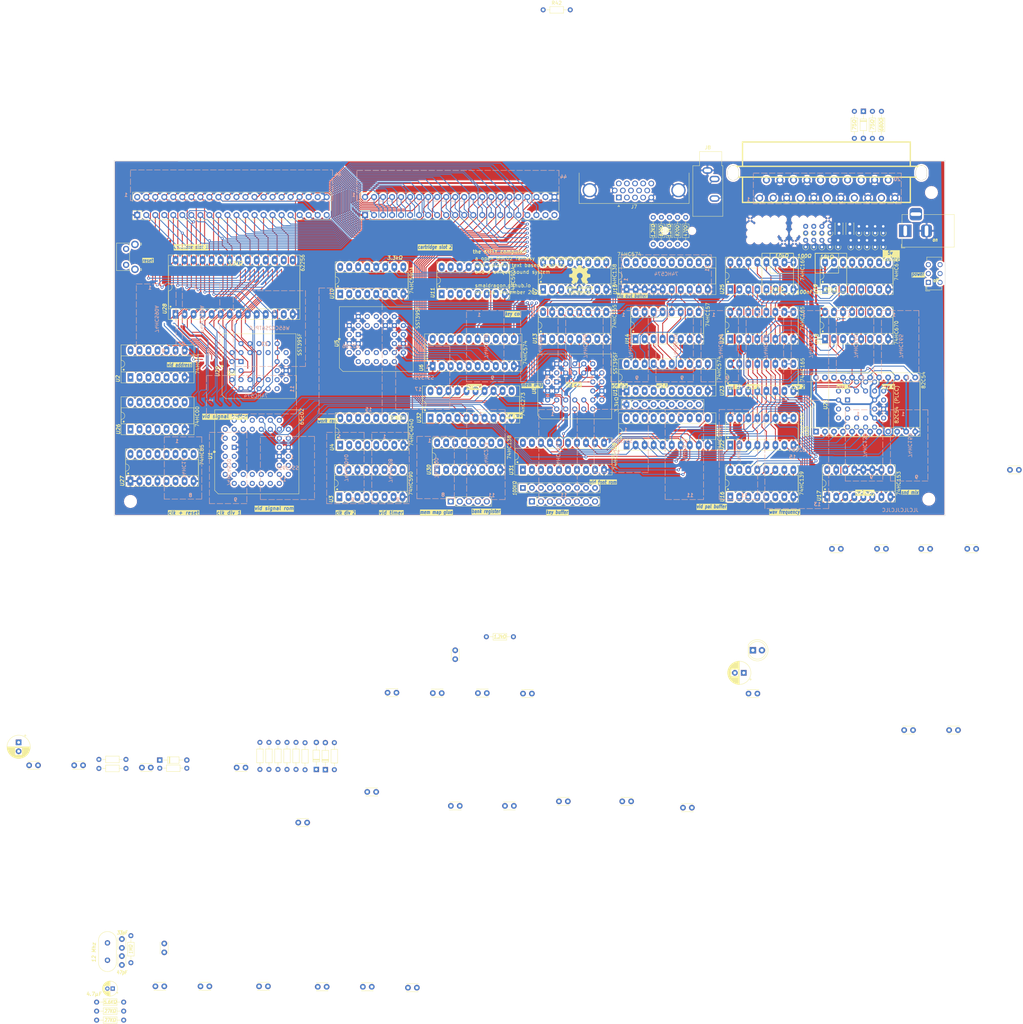
<source format=kicad_pcb>
(kicad_pcb (version 20221018) (generator pcbnew)
  (layers (0 "F.Cu" signal) (31 "B.Cu" signal) (34 "B.Paste" user) (35 "F.Paste" user) (36 "B.SilkS" user "B.Silkscreen") (37 "F.SilkS" user "F.Silkscreen") (38 "B.Mask" user) (39 "F.Mask" user) (44 "Edge.Cuts" user))
  (net 0 "")
  (net 1 "GND")
  (net 2 "VGreen")
  (net 3 "VBlue")
  (net 4 "VRed")
  (net 5 "+5V")
  (net 6 "Net-(C2-Pad1)")
  (net 7 "/Audio/L0")
  (net 8 "/Audio/R0")
  (net 9 "/Audio/L1")
  (net 10 "/Audio/R1")
  (net 11 "/Audio/L2")
  (net 12 "/Audio/R2")
  (net 13 "LEFT")
  (net 14 "RIGHT")
  (net 15 "/Audio/L3")
  (net 16 "/Audio/R3")
  (net 17 "12M")
  (net 18 "6M")
  (net 19 "3M")
  (net 20 "1M")
  (net 21 "750K")
  (net 22 "VReset")
  (net 23 "~{RESET}")
  (net 24 "~{R}{slash}W")
  (net 25 "R{slash}~{W}")
  (net 26 "~{6M}")
  (net 27 "~{VIrq}")
  (net 28 "~{HSync}")
  (net 29 "~{VSync}")
  (net 30 "~{VReset}")
  (net 31 "~{Sync}")
  (net 32 "VPixel")
  (net 33 "BusDriver")
  (net 34 "A0")
  (net 35 "A1")
  (net 36 "A2")
  (net 37 "A3")
  (net 38 "A4")
  (net 39 "A5")
  (net 40 "A6")
  (net 41 "A7")
  (net 42 "A8")
  (net 43 "A9")
  (net 44 "A10")
  (net 45 "A11")
  (net 46 "A12")
  (net 47 "A13")
  (net 48 "A14")
  (net 49 "A15")
  (net 50 "D7")
  (net 51 "D6")
  (net 52 "D5")
  (net 53 "D4")
  (net 54 "D3")
  (net 55 "D2")
  (net 56 "D1")
  (net 57 "D0")
  (net 58 "~{RAM}")
  (net 59 "~{IO}")
  (net 60 "~{CART}")
  (net 61 "~{ChrGet}")
  (net 62 "~{PalGet}")
  (net 64 "/Video/Y0")
  (net 65 "/Video/Y1")
  (net 66 "/Video/Y2")
  (net 67 "/Video/Pb3")
  (net 68 "/Video/Pb2")
  (net 69 "/Video/Pb1")
  (net 70 "/Video/Pb0")
  (net 71 "/Video/Pa3")
  (net 72 "/Video/Pa2")
  (net 73 "/Video/Pa1")
  (net 74 "/Video/Pa0")
  (net 75 "/Audio/Osc 1")
  (net 76 "/Audio/Osc 2")
  (net 77 "/Audio/Osc 3")
  (net 78 "~{OscWr}")
  (net 79 "/Audio/Sout")
  (net 80 "~{VolWr}")
  (net 81 "Net-(D2-K)")
  (net 82 "/IO/KeyIN 0")
  (net 83 "/IO/KeyIN 1")
  (net 84 "/IO/KeyIN 2")
  (net 85 "/IO/KeyIN 3")
  (net 86 "/IO/KeyIN 4")
  (net 87 "/IO/BANK")
  (net 88 "/IO/KeyOUT 0")
  (net 89 "/IO/KeyOUT 1")
  (net 90 "/IO/KeyOUT 2")
  (net 91 "/IO/KeyOUT 3")
  (net 92 "B3")
  (net 93 "B1")
  (net 94 "B0")
  (net 95 "B2")
  (net 96 "/IO/KeyOUT 4")
  (net 97 "/IO/KeyOUT 5")
  (net 98 "/IO/KeyOUT 6")
  (net 99 "/IO/KeyOUT 7")
  (net 100 "VBUS")
  (net 101 "B4")
  (net 102 "B5")
  (net 103 "B6")
  (net 104 "B7")
  (net 105 "~{NMI}")
  (net 106 "Net-(D2-A)")
  (net 107 "Net-(D3-A)")
  (net 113 "Net-(J4-P19)")
  (net 115 "RDY")
  (net 116 "Net-(R4-Pad1)")
  (net 117 "Net-(R6-Pad2)")
  (net 118 "Net-(RN1-R1)")
  (net 119 "Net-(RN1-R2)")
  (net 120 "Net-(RN1-R3)")
  (net 121 "Net-(RN1-R4)")
  (net 122 "Net-(RN1-R5)")
  (net 123 "Net-(RN1-R6)")
  (net 124 "Net-(RN1-R7)")
  (net 125 "Net-(RN1-R8)")
  (net 128 "~{VP}")
  (net 135 "/Video/bit 0")
  (net 136 "/Video/bit 1")
  (net 138 "Net-(U4-Q5)")
  (net 139 "Net-(U4-Q4)")
  (net 140 "Net-(U4-Q6)")
  (net 141 "Net-(U4-Q3)")
  (net 142 "Net-(U4-Q2)")
  (net 143 "Net-(U4-Q1)")
  (net 144 "Net-(U4-Q0)")
  (net 145 "Net-(U4-Q8)")
  (net 146 "Net-(U4-Q7)")
  (net 147 "Net-(U4-Q9)")
  (net 149 "Net-(U5-D0)")
  (net 150 "Net-(U5-D1)")
  (net 151 "Net-(U5-D2)")
  (net 152 "Net-(U5-D3)")
  (net 153 "Net-(U5-D4)")
  (net 154 "Net-(U5-D5)")
  (net 155 "Net-(U5-D6)")
  (net 156 "Net-(U5-D7)")
  (net 158 "Net-(C4-Pad2)")
  (net 159 "~{B7}")
  (net 163 "Net-(U10-~{RCO})")
  (net 168 "Net-(U14-Za)")
  (net 169 "Net-(U14-Zb)")
  (net 170 "Net-(U14-Zc)")
  (net 171 "Net-(U14-Zd)")
  (net 176 "Net-(C1-Pad2)")
  (net 177 "Net-(C3-Pad1)")
  (net 178 "Net-(C5-Pad2)")
  (net 179 "ROM DISABLE")
  (net 184 "FX TICK")
  (net 186 "Net-(U27-Oa=b)")
  (net 187 "Net-(U27-Oa<b)")
  (net 188 "Net-(U27-Oa>b)")
  (net 189 "Net-(R30-Pad1)")
  (net 195 "Net-(R19-Pad1)")
  (net 196 "Net-(R20-Pad1)")
  (net 197 "Net-(R21-Pad1)")
  (net 198 "Net-(R28-Pad1)")
  (net 199 "Net-(R29-Pad1)")
  (net 200 "/Audio/volume")
  (net 201 "Net-(U16A-O3)")
  (net 202 "/Audio/wave 4")
  (net 203 "/Audio/wave 3")
  (net 204 "Net-(D4-K)")
  (net 205 "/Audio/wave 2")
  (net 206 "~{RegTick}")
  (net 207 "~{PalPush}")
  (net 208 "Net-(U13-D7)")
  (net 209 "Net-(U13-D6)")
  (net 210 "Net-(U13-D5)")
  (net 211 "Net-(U13-D4)")
  (net 212 "Net-(U13-D3)")
  (net 213 "Net-(U13-D2)")
  (net 214 "Net-(U13-D1)")
  (net 215 "Net-(U13-D0)")
  (net 216 "Net-(U13-Q7)")
  (net 218 "/Audio/wave 1")
  (net 219 "/Video/bit 2")
  (net 220 "/Video/bit 3")
  (net 221 "AudioMux0")
  (net 222 "AudioMux1")
  (net 223 "Net-(U1-~{SO})")
  (net 224 "Net-(U3-~{RCO})")
  (net 225 "Net-(U3-Q7)")
  (net 226 "Net-(U3-Q6)")
  (net 227 "/Audio/Ch4")
  (net 228 "/Audio/Ch3")
  (net 229 "/Audio/Ch2")
  (net 230 "/Audio/Ch1")
  (net 232 "Net-(U22-DS)")
  (net 233 "Net-(U23-DS)")
  (net 234 "Net-(U24-DS)")
  (net 235 "Net-(U25-DS)")
  (footprint "Resistor_THT:R_Axial_DIN0204_L3.6mm_D1.6mm_P7.62mm_Horizontal" (layer "F.Cu") (at 30.47 251.47)
    (fp_text reference "R6" hide)
    (fp_text value "5.6KΩ")
  )
  (footprint "Capacitor_THT:CP_Radial_D4.0mm_P1.50mm" (layer "F.Cu") (at 35.0026 247.66 180)
    (fp_text reference "C1" hide)
    (fp_text value "4.7µF")
  )
  (footprint "Package_DIP:DIP-24_W15.24mm_Socket" (layer "F.Cu") (at 233.03 90.825 90)
    (fp_text reference "U20")
    (fp_text value "82C54")
  )
  (footprint "Resistor_THT:R_Axial_DIN0204_L3.6mm_D1.6mm_P7.62mm_Horizontal" (layer "F.Cu") (at 191.77 38.1 90)
    (fp_text reference "R16" hide)
    (fp_text value "1.2KΩ")
  )
  (footprint "Capacitor_THT:C_Disc_D3.0mm_W2.0mm_P2.50mm" (layer "F.Cu") (at 153.035 164.592 180)
    (fp_text reference "Cd19" hide)
    (fp_text value "100nF")
  )
  (footprint "Resistor_THT:R_Axial_DIN0204_L3.6mm_D1.6mm_P1.90mm_Vertical" (layer "F.Cu") (at 245.11 34.925 90)
    (fp_text reference "R22" hide)
    (fp_text value "R2")
  )
  (footprint "Resistor_THT:R_Axial_DIN0204_L3.6mm_D1.6mm_P7.62mm_Horizontal" (layer "F.Cu") (at 48.25 185.606)
    (fp_text reference "R2" hide)
    (fp_text value "3.3kΩ")
  )
  (footprint "Resistor_THT:R_Axial_DIN0204_L3.6mm_D1.6mm_P1.90mm_Vertical" (layer "F.Cu") (at 245.11 38.862 90)
    (fp_text reference "R26" hide)
    (fp_text value "R1")
  )
  (footprint "PCM_Package_DIP_AKL:DIP-28_W15.24mm_Socket_LongPads" (layer "F.Cu") (at 52.69 57.79 90)
    (fp_text reference "U28")
    (fp_text value "62256")
  )
  (footprint "Connector_Audio:Jack_3.5mm_CUI_SJ1-3533NG_Horizontal" (layer "F.Cu") (at 202.47 17.285)
    (fp_text reference "J8")
    (fp_text value "AudioJack3")
  )
  (footprint "PCM_Package_DIP_AKL:DIP-16_W7.62mm_Socket_LongPads" (layer "F.Cu") (at 156.2 64.76 90)
    (fp_text reference "U13")
    (fp_text value "74HC165")
  )
  (footprint "Capacitor_THT:C_Disc_D3.0mm_W2.0mm_P2.50mm" (layer "F.Cu") (at 127.635 164.465 180)
    (fp_text reference "Cd13" hide)
    (fp_text value "100nF")
  )
  (footprint "PCM_Package_DIP_AKL:DIP-16_W7.62mm_Socket_LongPads" (layer "F.Cu") (at 208.915 94.625 90)
    (fp_text reference "U22")
    (fp_text value "74HC165")
  )
  (footprint "Capacitor_THT:C_Disc_D3.0mm_W2.0mm_P2.50mm" (layer "F.Cu") (at 37.582 241.016 90)
    (fp_text reference "C3" hide)
    (fp_text value "47pF")
  )
  (footprint "Diode_THT:D_DO-34_SOD68_P7.62mm_Horizontal" (layer "F.Cu") (at 92.329 185.956 90)
    (fp_text reference "D4" hide)
    (fp_text value "D_Small")
  )
  (footprint "Resistor_THT:R_Axial_DIN0204_L3.6mm_D1.6mm_P1.90mm_Vertical" (layer "F.Cu") (at 251.968 34.925 90)
    (fp_text reference "R19" hide)
    (fp_text value "R2")
  )
  (footprint "Capacitor_THT:C_Disc_D3.0mm_W2.0mm_P2.50mm" (layer "F.Cu") (at 49.52 234.96 -90)
    (fp_text reference "Cd6" hide)
    (fp_text value "100nF")
  )
  (footprint "MountingHole:MountingHole_3.2mm_M3_ISO14580" (layer "F.Cu") (at 265.541 23.5)
    (fp_text reference "H3" hide)
    (fp_text value "MountingHole")
  )
  (footprint "PCM_Package_DIP_AKL:DIP-16_W7.62mm_Socket_LongPads" (layer "F.Cu") (at 208.89 64.77 90)
    (fp_text reference "U24")
    (fp_text value "74HC165")
  )
  (footprint "PCM_Resistor_THT_US_AKL:R_Axial_DIN0204_L3.6mm_D1.6mm_P1.90mm_Vertical" (layer "F.Cu") (at 239.268 38.8576 90)
    (fp_text reference "R36" hide)
    (fp_text value "R_Small" hide)
  )
  (footprint "Capacitor_THT:C_Disc_D3.0mm_W2.0mm_P2.50mm" (layer "F.Cu") (at 278.13 123.825 180)
    (fp_text reference "Cd24" hide)
    (fp_text value "100nF")
  )
  (footprint "Package_LCC:PLCC-28_THT-Socket" (layer "F.Cu") (at 241.92 81.925 90)
    (fp_text reference "U21")
    (fp_text value "82C54 (PLCC)")
  )
  (footprint "Button_Switch_THT:SW_CuK_JS202011AQN_DPDT_Angled" (layer "F.Cu") (at 264.67 48.815 90)
    (fp_text reference "SW2" hide)
    (fp_text value "SW_DPDT_x2")
  )
  (footprint "PCM_Package_LCC_AKL:PLCC-44_THT-Socket" (layer "F.Cu") (at 69.215 95.25 90)
    (fp_text reference "U1")
    (fp_text value "65c02")
  )
  (footprint "Resistor_THT:R_Axial_DIN0204_L3.6mm_D1.6mm_P7.62mm_Horizontal" (layer "F.Cu") (at 156.21 -27.94)
    (fp_text reference "R42")
    (fp_text value "3.3kΩ")
  )
  (footprint "PCM_Package_DIP_AKL:DIP-20_W7.62mm_Socket_LongPads" (layer "F.Cu") (at 179.705 79.375 90)
    (fp_text reference "U12")
    (fp_text value "74HC574")
  )
  (footprint "Resistor_THT:R_Axial_DIN0204_L3.6mm_D1.6mm_P1.90mm_Vertical" (layer "F.Cu") (at 236.982 34.925 90)
    (fp_text reference "R31" hide)
    (fp_text value "R2")
  )
  (footprint "Capacitor_THT:C_Disc_D3.0mm_W2.0mm_P2.50mm" (layer "F.Cu") (at 140.335 164.465 180)
    (fp_text reference "Cd14" hide)
    (fp_text value "100nF")
  )
  (footprint "PCM_Package_LCC_AKL:PLCC-32_THT-Socket" (layer "F.Cu") (at 160.02 76.835 90)
    (fp_text reference "U8")
    (fp_text value "SST39SF")
  )
  (footprint "Resistor_THT:R_Axial_DIN0204_L3.6mm_D1.6mm_P7.62mm_Horizontal" (layer "F.Cu") (at 251.46 8.25 90)
    (fp_text reference "R41" hide)
    (fp_text value "680Ω")
  )
  (footprint "Capacitor_THT:C_Disc_D3.0mm_W2.0mm_P2.50mm" (layer "F.Cu") (at 287.655 101.6)
    (fp_text reference "Cd20" hide)
    (fp_text value "100nF")
  )
  (footprint "MountingHole:MountingHole_3.2mm_M3_ISO14580" (layer "F.Cu") (at 264.795 109.855)
    (fp_text reference "H4" hide)
    (fp_text value "MountingHole")
  )
  (footprint "PCM_Package_DIP_AKL:DIP-20_W7.62mm_Socket_LongPads" (layer "F.Cu") (at 179.705 50.8 90)
    (fp_text reference "U15")
    (fp_text value "74HC574")
  )
  (footprint "Capacitor_THT:CP_Radial_D6.3mm_P2.50mm" (layer "F.Cu") (at 212.685 158.75 180)
    (fp_text reference "C6" hide)
    (fp_text value "C_Polarized")
  )
  (footprint "PCM_Package_DIP_AKL:DIP-20_W7.62mm_Socket_LongPads" (layer "F.Cu") (at 150.5 101.59 90)
    (fp_text reference "U31")
    (fp_text value "74HCT540")
  )
  (footprint "Resistor_THT:R_Axial_DIN0204_L3.6mm_D1.6mm_P7.62mm_Horizontal" (layer "F.Cu") (at 84.074 185.956 90)
    (fp_text reference "R10" hide)
    (fp_text value "3.3kΩ")
  )
  (footprint "Capacitor_THT:C_Disc_D3.0mm_W2.0mm_P2.50mm" (layer "F.Cu") (at 242.57 32.425 -90)
    (fp_text reference "C4" hide)
    (fp_text value "100nF")
  )
  (footprint "Resistor_THT:R_Axial_DIN0204_L3.6mm_D1.6mm_P1.90mm_Vertical" (layer "F.Cu") (at 249.682 34.925 90)
    (fp_text reference "R20" hide)
    (fp_text value "R2")
  )
  (footprint "Connector_PinSocket_2.54mm:PinSocket_1x05_P2.54mm_Vertical" (layer "F.Cu") (at 130.175 110.49 90)
    (fp_text reference "J1" hide)
    (fp_text value "KeyIN")
  )
  (footprint "Resistor_THT:R_Axial_DIN0204_L3.6mm_D1.6mm_P7.62mm_Horizontal" (layer "F.Cu") (at 97.409 178.4096 -90)
    (fp_text reference "R37" hide)
    (fp_text value "3.3kΩ")
  )
  (footprint "Capacitor_THT:C_Disc_D3.0mm_W2.0mm_P2.50mm" (layer "F.Cu") (at 239.522 32.4256 -90)
    (fp_text reference "C5" hide)
    (fp_text value "100nF")
  )
  (footprint "Capacitor_THT:C_Disc_D3.0mm_W2.0mm_P2.50mm" (layer "F.Cu") (at 45.72 185.42 180)
    (fp_text reference "Cd1" hide)
    (fp_text value "100nF")
  )
  (footprint "Symbol:OSHW-Logo_7.5x8mm_SilkScreen" (layer "F.Cu") (at 166.497 47.978)
    (fp_text reference "SY1" hide)
    (fp_text value "Logo_Open_Hardware_Small" hide)
  )
  (footprint "Resistor_THT:R_Axial_DIN0204_L3.6mm_D1.6mm_P7.62mm_Horizontal" (layer "F.Cu") (at 189.484 38.1 90)
    (fp_text reference "R15" hide)
    (fp_text value "820Ω")
  )
  (footprint "Resistor_THT:R_Axial_DIN0204_L3.6mm_D1.6mm_P1.90mm_Vertical" (layer "F.Cu") (at 230.124 38.8366 90)
    (fp_text reference "R32" hide)
    (fp_text value "R2")
  )
  (footprint "Capacitor_THT:C_Disc_D3.0mm_W2.0mm_P2.50mm" (layer "F.Cu") (at 180.975 194.939985 180)
    (fp_text reference "Cd31" hide)
    (fp_text value "100nF")
  )
  (footprint "Capacitor_THT:C_Disc_D3.0mm_W2.0mm_P2.50mm" (layer "F.Cu") (at 49.52 247.025 180)
    (fp_text reference "Cd2" hide)
    (fp_text value "100nF")
  )
  (footprint "Resistor_THT:R_Axial_DIN0204_L3.6mm_D1.6mm_P7.62mm_Horizontal" (layer "F.Cu") (at 78.994 185.956 90)
    (fp_text reference "R12" hide)
    (fp_text value "3.3kΩ")
  )
  (footprint "Resistor_THT:R_Axial_DIN0204_L3.6mm_D1.6mm_P7.62mm_Horizontal" (layer "F.Cu") (at 196.342 38.1 90)
    (fp_text reference "R18" hide)
    (fp_text value "470Ω")
  )
  (footprint "Button_Switch_THT:SW_Tactile_SPST_Angled_PTS645Vx83-2LFS" (layer "F.Cu") (at 38.7671 43.87 90)
    (fp_text reference "SW1" hide)
    (fp_text value "RESET")
  )
  (footprint "Capacitor_THT:C_Disc_D3.0mm_W2.0mm_P2.50mm" (layer "F.Cu") (at 131.445 152.4 -90)
    (fp_text reference "Cd15" hide)
    (fp_text value "100nF")
  )
  (footprint "PCM_Package_DIP_AKL:DIP-20_W7.62mm_Socket_LongPads" (layer "F.Cu") (at 179.705 94.615 90)
    (fp_text reference "U9")
    (fp_text value "74HC574")
  )
  (footprint "PCM_Package_DIP_AKL:DIP-16_W7.62mm_Socket_LongPads" (layer "F.Cu") (at 39.995 104.765 90)
    (fp_text reference "U27")
    (fp_text value "74HC85")
  )
  (footprint "Capacitor_THT:C_Disc_D3.0mm_W2.0mm_P2.50mm" (layer "F.Cu") (at 13.97 184.785 180)
    (fp_text reference "Cd10" hide)
    (fp_text value "100nF")
  )
  (footprint "Resistor_THT:R_Axial_DIN0204_L3.6mm_D1.6mm_P7.62mm_Horizontal" (layer "F.Cu") (at 40.122 232.764 -90)
    (fp_text reference "R7" hide)
    (fp_text value "1MΩ")
  )
  (footprint "LED_THT:LED_D5.0mm" (layer "F.Cu") (at 215.265 152.4)
    (fp_text reference "D3" hide)
    (fp_text value "Power")
  )
  (footprint "PCM_Package_DIP_AKL:DIP-14_W7.62mm_Socket_LongPads" (layer "F.Cu") (at 40.005 75.565 90)
    (fp_text reference "U2")
    (fp_text value "74HC14")
  )
  (footprint "Resistor_THT:R_Axial_DIN0204_L3.6mm_D1.6mm_P1.90mm_Vertical" (layer "F.Cu") (at 236.982 38.8576 90)
    (fp_text reference "R35" hide)
    (fp_text value "R1")
  )
  (footprint "Connector_Dsub:DSUB-15-HD_Female_Horizontal_P2.29x1.98mm_EdgePinOffset3.03mm_Housed_MountingHolesOffset4.94mm" (layer "F.Cu") (at 177.495 24.91 180)
    (fp_text reference "J7")
    (fp_text value "DE15_Plug_HighDensity_MountingHoles")
  )
  (footprint "PCM_Package_DIP_AKL:DIP-16_W7.62mm_Socket_LongPads" (layer "F.Cu") (at 208.915 50.8 90)
    (fp_text reference "U25")
    (fp_text value "74HC165")
  )
  (footprint "PCM_Package_DIP_AKL:DIP-16_W7.62mm_Socket_LongPads" (layer "F.Cu") (at 236.21 109.21 90)
    (fp_text reference "U17")
    (fp_text value "74HC153")
  )
  (footprint "Connector_PinHeader_2.54mm:PinHeader_1x08_P2.54mm_Vertical" (layer "F.Cu") (at 153.035 110.49 90)
    (fp_text reference "J2" hide)
    (fp_text value "KeyOUT")
  )
  (footprint "Capacitor_THT:C_Disc_D3.0mm_W2.0mm_P2.50mm" (layer "F.Cu") (at 106.68 192.278)
    (fp_text reference "Cd30" hide)
    (fp_text value "100nF")
  )
  (footprint "Capacitor_THT:C_Disc_D3.0mm_W2.0mm_P2.50mm" (layer "F.Cu") (at 26.65 184.785 180)
    (fp_text reference "Cd11" hide)
    (fp_text value "100nF")
  )
  (footprint "Capacitor_THT:C_Disc_D3.0mm_W2.0mm_P2.50mm" (layer "F.Cu") (at 76.21 247.025)
    (fp_text reference "Cd5" hide)
    (fp_text value "100nF")
  )
  (footprint "Diode_THT:D_DO-34_SOD68_P7.62mm_Horizontal" (layer "F.Cu") (at 246.38 0.63 -90)
    (fp_text reference "D2" hide)
    (fp_text value "D_Small")
  )
  (footprint "Capacitor_THT:C_Disc_D3.0mm_W2.0mm_P2.50mm" (layer "F.Cu") (at 87.249 200.914)
    (fp_text reference "Cd29" hide)
    (fp_text value "100nF")
  )
  (footprint "PCM_Package_DIP_AKL:DIP-16_W7.62mm_Socket_LongPads" (layer "F.Cu") (at 182.235 64.76 90)
    (fp_text reference "U14")
    (fp_text value "74HC157")
  )
  (footprint "PCM_Package_DIP_AKL:DIP-16_W7.62mm_Socket_LongPads" (layer "F.Cu") (at 235.585 50.8 90)
    (fp_text reference "U19")
    (fp_text value "74HC670")
  )
  (footprint "Capacitor_THT:C_Disc_D3.0mm_W2.0mm_P2.50mm" (layer "F.Cu") (at 160.655 194.939985)
    (fp_text reference "Cd32" hide)
    (fp_text value "100nF")
  )
  (footprint "Capacitor_THT:C_Disc_D3.0mm_W2.0mm_P2.50mm" (layer "F.Cu") (at 37.582 233.71 -90)
    (fp_text reference "C2" hide)
    (fp_text value "33pF")
  )
  (footprint "PCM_Package_DIP_AKL:DIP-16_W7.62mm_Socket_LongPads" (layer "F.Cu") (at 235.575 64.76 90)
    (fp_text reference "U18")
    (fp_text value "74HC670")
  )
  (footprint "PCM_Package_DIP_AKL:DIP-16_W7.62mm_Socket_LongPads" (layer "F.Cu") (at 99.06 94.615 90)
    (fp_text reference "U4")
    (fp_text value "74HC4040")
  )
  (footprint "Capacitor_THT:C_Disc_D3.0mm_W2.0mm_P2.50mm" (layer "F.Cu") (at 95.24 247.152 180)
    (fp_text reference "Cd4" hide)
    (fp_text value "100nF")
  )
  (footprint "Resistor_THT:R_Axial_DIN0204_L3.6mm_D1.6mm_P1.90mm_Vertical" (layer "F.Cu") (at 247.396 34.925 90)
    (fp_text reference "R21" hide)
    (fp_text value "R2")
  )
  (footprint "Capacitor_THT:C_Disc_D3.0mm_W2.0mm_P2.50mm" (layer "F.Cu") (at 265.176 123.825 180)
    (fp_text reference "Cd23" hide)
    (fp_text value "100nF")
  )
  (footprint "Capacitor_THT:C_Disc_D3.0mm_W2.0mm_P2.50mm" (layer "F.Cu") (at 273.02 174.879 180)
    (fp_text reference "Cd17" hide)
    (fp_text value "100nF")
  )
  (footprint "Resistor_THT:R_Axial_DIN0204_L3.6mm_D1.6mm_P7.62mm_Horizontal" (layer "F.Cu") (at 30.47 256.55)
    (fp_text reference "R4" hide)
    (fp_text value "27KΩ")
  )
  (footprint "PCM_Package_DIP_AKL:DIP-16_W7.62mm_Socket_LongPads" (layer "F.Cu") (at 156.2 50.79 90)
    (fp_text reference "U7")
    (fp_text value "74HC138")
  )
  (footprint "PCM_Package_DIP_AKL:DIP-16_W7.62mm_Socket_LongPads" (layer "F.Cu") (at 98.835 109.22 90)
    (fp_text reference "U3")
    (fp_text value "74HC590")
  )
  (footprint "Resistor_THT:R_Array_SIP9" (layer "F.Cu") (at 179.685 83.185)
    (fp_text reference "RN1" hide)
    (fp_text value "3.3kΩ")
  )
  (footprint "Resistor_THT:R_Axial_DIN0204_L3.6mm_D1.6mm_P7.62mm_Horizontal" (layer "F.Cu") (at 89.154 186.055 90)
    (fp_text reference "R8" hide)
    (fp_text value "3.3kΩ")
  )
  (footprint "Resistor_THT:R_Axial_DIN0204_L3.6mm_D1.6mm_P7.62mm_Horizontal" (layer "F.Cu") (at 38.09 254.01 180)
    (fp_text reference "R5" hide)
    (fp_text value "27KΩ")
  )
  (footprint "Diode_THT:D_DO-34_SOD68_P7.62mm_Horizontal" (layer "F.Cu") (at 48.25 183.32)
    (fp_text reference "D1" hide)
    (fp_text value "D_Small")
  )
  (footprint "Connector_BarrelJack:BarrelJack_Horizontal" (layer "F.Cu") (at 258.16 34.29 180)
    (fp_text reference "J3" hide)
    (fp_text value "Barrel_Jack_MountingPin")
  )
  (footprint "Capacitor_THT:C_Disc_D3.0mm_W2.0mm_P2.50mm" (layer "F.Cu") (at 240.03 123.825 180)
    (fp_text reference "Cd18" hide)
    (fp_text value "100nF")
  )
  (footprint "PCM_Package_DIP_AKL:DIP-16_W7.62mm_Socket_LongPads" (layer "F.Cu") (at 127.625 52.07 90)
    (fp_text reference "U11")
    (fp_text value "74HC590A")
  )
  (footprint "Smal:EdgeHeader_2x22_P2.54mm_Vertical" (layer "F.Cu") (at 41.91 29.845 90)
    (fp_text reference "J5" hide)
    (fp_text value "Conn_02x22_Odd_Even")
  )
  (footprint "Resistor_THT:R_Axial_DIN0204_L3.6mm_D1.6mm_P7.62mm_Horizontal" (layer "F.Cu") (at 81.534 185.956 90)
    (fp_text reference "R11" hide)
    (fp_text value "3.3kΩ")
  )
  (footprint "Resistor_THT:R_Axial_DIN0204_L3.6mm_D1.6mm_P7.62mm_Horizontal" (layer "F.Cu") (at 86.614 185.956 90)
    (fp_text reference "R9" hide)
    (fp_text value "3.3kΩ")
  )
  (footprint "PCM_Package_LCC_AKL:PLCC-32_THT-Socket" (layer "F.Cu") (at 104.14 63.5 90)
    (fp_text reference "U5")
    (fp_text value "SST39SF")
  )
  (footprint "PCM_Package_DIP_AKL:DIP-16_W7.62mm_Socket_LongPads" (layer "F.Cu") (at 99.06 52.07 90)
    (fp_text reference "U10")
    (fp_text value "74HC590A")
  )
  (footprint "Capacitor_THT:C_Disc_D3.0mm_W2.0mm_P2.50mm" (layer "F.Cu") (at 195.58 196.723)
    (fp_text reference "Cd8" hide)
    (fp_text value "100nF")
  )
  (footprint "PCM_Package_DIP_AKL:DIP-16_W7.62mm_Socket_LongPads" (layer "F.Cu") (at 126.355 101.59 90)
    (fp_text reference "U30")
    (fp_text value "74HC138")
  )
  (footprint "Resistor_THT:R_Array_SIP9" (layer "F.Cu") (at 150.495 106.68)
    (fp_text reference "RN2" hide)
    (fp_text value "100KΩ")
  )
  (footprint "Resistor_THT:R_Axial_DIN0204_L3.6mm_D1.6mm_P1.90mm_Vertical" (layer "F.Cu") (at 247.396 38.857 90)
    (fp_text reference "R25" hide)
    (fp_text value "R1")
  )
  (footprint "Capacitor_THT:C_Disc_D3.0mm_W2.0mm_P2.50mm" (layer "F.Cu") (at 216.535 164.592 180)
    (fp_text reference "Cd25" hide)
    (fp_text value "100nF")
  )
  (footprint "Capacitor_THT:C_Disc_D3.0mm_W2.0mm_P2.50mm" (layer "F.Cu") (at 114.895 164.338 180)
    (fp_text reference "Cd27" hide)
    (fp_text value "100nF")
  )
  (footprint "PCM_Package_LCC_AKL:PLCC-32_THT-Socket" (layer "F.Cu") (at 71.12 71.12 90)
    (fp_text reference "U29")
    (fp_text value "SST39SF")
  )
  (footprint "Resistor_THT:R_Axial_DIN0204_L3.6mm_D1.6mm_P1.90mm_Vertical" (layer "F.Cu") (at 232.41 34.925 90)
    (fp_text reference "R29" hide)
    (fp_text value "R2")
  )
  (footprint "Resistor_THT:R_Axial_DIN0204_L3.6mm_D1.6mm_P7.62mm_Horizontal" (layer "F.Cu") (at 38.735 183.134 180)
    (fp_text reference "R3" hide)
    (fp_text value "3.3kΩ")
  )
  (footprint "Resistor_THT:R_Axial_DIN0204_L3.6mm_D1.6mm_P1.90mm_Vertical" (layer "F.Cu") (at 234.696 34.925 90)
    (fp_text reference "R30" hide)
    (fp_text value "R2")
  )
  (footprint "Capacitor_THT:C_Disc_D3.0mm_W2.0mm_P2.50mm" (layer "F.Cu") (at 72.39 185.42 180)
    (fp_text reference "Cd28" hide)
    (fp_text value "100nF")
  )
  (footprint "Capacitor_THT:C_Disc_D3.0mm_W2.0mm_P2.50mm" (layer "F.Cu") (at 62.22 247.025 180)
    (fp_text reference "Cd3" hide)
    (fp_text value "100nF")
  )
  (footprint "Capacitor_THT:C_Disc_D3.0mm_W2.0mm_P2.50mm" (layer "F.Cu") (at 120.64 247.406 180)
    (fp_text reference "Cd26" hide)
    (fp_text value "100nF")
  )
  (footprint "Video:SCART" (layer "F.Cu") (at 236.22 17.78 180)
    (fp_text reference "J4" hide)
    (fp_text value "SCART-F" hide)
  )
  (footprint "Crystal:Crystal_HC49-U_Vertical" (layer "F.Cu") (at 33.518 234.796 -90)
    (fp_text reference "Y1" hide)
    (fp_text value "12 Mhz")
  )
  (footprint "PCM_Package_DIP_AKL:DIP-20_W7.62mm_Socket_LongPads" (layer "F.Cu") (at 125.095 72.39 90)
    (fp_text reference "U6")
    (fp_text value "74HC574")
  )
  (footprint "Capacitor_THT:C_Disc_D3.0mm_W2.0mm_P2.50mm" (layer "F.Cu") (at 132.715 196.215 180)
    (fp_text reference "Cd9" hide)
    (fp_text value "100nF")
  )
  (footprint "Resistor_THT:R_Axial_DIN0204_L3.6mm_D1.6mm_P7.62mm_Horizontal" (layer "F.Cu") (at 248.92 8.25 90)
    (fp_text reference "R38" hide)
    (fp_text value "75Ω")
  )
  (footprint "Resistor_THT:R_Axial_DIN0204_L3.6mm_D1.6mm_P7.62mm_Horizontal" (layer "F.Cu") (at 187.198 38.1 90)
    (fp_text reference "R14" hide)
    (fp_text value "1.2KΩ")
  )
  (footprint "Resistor_THT:R_Axial_DIN0204_L3.6mm_D1.6mm_P1.90mm_Vertical" (layer "F.Cu") (at 232.41 38.8576 90)
    (fp_text reference "R33" hide)
    (fp_text value "R1")
  )
  (footprint "Capacitor_THT:C_Disc_D3.0mm_W2.0mm_P2.50mm" (layer "F.Cu") (at 147.955 196.215 180)
    (fp_text reference "Cd12" hide)
    (fp_text value "100nF")
  )
  (footprint "Resistor_THT:R_Axial_DIN0204_L3.6mm_D1.6mm_P1.90mm_Vertical" (layer "F.Cu") (at 230.124 34.9256 90)
    (fp_text reference "R28" hide)
    (fp_text value "R2")
  )
  (footprint "Resistor_THT:R_Axial_DIN0204_L3.6mm_D1.6mm_P7.62mm_Horizontal" (layer "F.Cu") (at 140.208 148.59)
    (fp_text reference "R39" hide)
    (fp_text value "1.2kΩ")
  )
  (footprint "Resistor_THT:R_Axial_DIN0204_L3.6mm_D1.6mm_P1.90mm_Vertical" (layer "F.Cu") (at 251.968 38.857 90)
    (fp_text reference "R23" hide)
    (fp_text value "R2")
  )
  (footprint "PCM_Package_DIP_AKL:DIP-16_W7.62mm_Socket_LongPads" (layer "F.Cu") (at 208.89 79.375 90)
    (fp_text reference "U23")
    (fp_text value "74HC165")
  )
  (footprint "PCM_Package_DIP_AKL:DIP-20_W7.62mm_Socket_LongPads" (layer "F.Cu") (at 124.465 86.995 90)
    (fp_text reference "U32")
    (fp_text value "74HC273")
  )
  (footprint "Smal:EdgeHeader_2x22_P2.54mm_Vertical" (layer "F.Cu") (at 106.045 29.845 90)
    (fp_text reference "J6" hide)
    (fp_text value "Conn_02x22_Odd_Even")
  )
  (footprint "Resistor_THT:R_Axial_DIN0204_L3.6mm_D1.6mm_P7.62mm_Horizontal" (layer "F.Cu") (at 194.056 38.1 90)
    (fp_text reference "R17" hide)
    (fp_text value "820Ω")
  )
  (footprint "PCM_Package_DIP_AKL:DIP-14_W7.62mm_Socket_LongPads" (layer "F.Cu") (at 40.005 90.17 90)
    (fp_text reference "U26")
    (fp_text value "74HC00")
  )
  (footprint "PCM_Resistor_THT_US_AKL:R_Axial_DIN0204_L3.6mm_D1.6mm_P1.90mm_Vertical" (layer "F.Cu") (at 242.824 38.857 90)
    (fp_text reference "R27" hide)
    (fp_text value "R_Small" hide)
  )
  (footprint "PCM_Package_DIP_AKL:DIP-16_W7.62mm_Socket_LongPads" (layer "F.Cu") (at 208.89 109.21 90)
    (fp_text reference "U16")
    (fp_text value "74HC139")
  )
  (footprint "Capacitor_THT:C_Disc_D3.0mm_W2.0mm_P2.50mm" (layer "F.Cu") (at 107.94 247.152 180)
    (fp_text reference "Cd7" hide)
    (fp_text value "100nF")
  )
  (footprint "Resistor_THT:R_Axial_DIN0204_L3.6mm_D1.6mm_P1.90mm_Vertical" (layer "F.Cu") (at 249.682 38.857 90)
    (fp_text reference "R24" hide)
    (fp_text value "R1")
  )
  (footprint "Capacitor_THT:C_Disc_D3.0mm_W2.0mm_P2.50mm" (layer "F.Cu") (at 252.73 123.825 180)
    (fp_text reference "Cd22" hide)
    (fp_text value "100nF")
  )
  (footprint "Capacitor_THT:C_Disc_D3.0mm_W2.0mm_P2.50mm" (layer "F.Cu") (at 260.36 174.879 180)
    (fp_text reference "Cd16" hide)
    (fp_text value "100nF")
  )
  (footprint "Resistor_THT:R_Axial_DIN0204_L3.6mm_D1.6mm_P1.90mm_Vertical" (layer "F.Cu") (at 234.696 38.8576 90)
    (fp_text reference "R34" hide)
    (fp_text value "R1")
  )
  (footprint "Diode_THT:D_DO-34_SOD68_P7.62mm_Horizontal" (layer "F.Cu") (at 94.869 186.0296 90)
    (fp_text reference "D5" hide)
    (fp_text value "D_Small")
  )
  (footprint "Resistor_THT:R_Axial_DIN0204_L3.6mm_D1.6mm_P7.62mm_Horizontal" (layer "F.Cu") (at 243.84 0.63 -90)
    (fp_text reference "R40" hide)
    (fp_text value "75Ω")
  )
  (footprint "Capacitor_THT:CP_Radial_D6.3mm_P2.50mm" (layer "F.Cu") (at 8.509 178.336 -90)
    (fp_text reference "C7" hide)
    (fp_text value "C_Polarized")
  )
  (footprint "Resistor_THT:R_Axial_DIN0204_L3.6mm_D1.6mm_P7.62mm_Horizontal" (layer "F.Cu") (at 38.735 185.674 180)
    (fp_text reference "R1" hide)
    (fp_text value "3.3kΩ")
  )
  (footprint "Resistor_THT:R_Axial_DIN0204_L3.6mm_D1.6mm_P7.62mm_Horizontal" (layer "F.Cu") (at 76.454 185.956 90)
    (fp_text reference "R13" hide)
    (fp_text value "3.3kΩ")
  )
  (footprint "MountingHole:MountingHole_3.2mm_M3_ISO14580" (layer "F.Cu") (at 40.005 110.49)
    (fp_text reference "H2" hide)
    (fp_text value "MountingHole")
  )
  (gr_rect (start 175.26 56.741) (end 185.801 76.807) (stroke (width 0.15) (type dash)) (fill solid) (layer "B.SilkS"))
  (gr_rect (start 107.95 91.031) (end 118.491 111.097) (stroke (width 0.15) (type dash)) (fill solid) (layer "B.SilkS"))
  (gr_rect (start 114.681 66.774) (end 129.921 84.554) (stroke (width 0.15) (type dash)) (fill solid) (layer "B.SilkS"))
  (gr_rect (start 154.9908 84.6175) (end 165.8112 109.954) (stroke (width 0.15) (type dash)) (fill solid) (layer "B.SilkS"))
  (gr_rect (start 95.25 91.031) (end 105.791 111.097) (stroke (width 0.15) (type dash)) (fill solid) (layer "B.SilkS"))
  (gr_rect (start 134.62 56.741) (end 145.161 76.807) (stroke (width 0.15) (type dash)) (fill solid) (layer "B.SilkS"))
  (gr_rect (start 40.005 17.145) (end 96.901 25.781) (stroke (width 0.15) (type dash)) (fill solid) (layer "B.SilkS"))
  (gr_rect (start 41.656 49.248) (end 52.832 69.314) (stroke (width 0.15) (type dash)) (fill solid) (layer "B.SilkS"))
  (gr_rect (start 134.6708 84.6175) (end 145.4912 109.954) (stroke (width 0.15) (type dash)) (fill solid) (layer "B.SilkS"))
  (gr_rect (start 213.36 56.741) (end 223.901 76.807) (stroke (width 0.15) (type dash)) (fill solid) (layer "B.SilkS"))
  (gr_rect (start 251.46 56.741) (end 262.001 76.807) (stroke (width 0.15) (type dash)) (fill solid) (layer "B.SilkS"))
  (gr_rect (start 178.2445 41.0438) (end 203.581 51.8642) (stroke (width 0.15) (type dash)) (fill solid) (layer "B.SilkS"))
  (gr_rect (start 215.392 18.034) (end 257.048 26.67) (stroke (width 0.15) (type dash)) (fill solid) (layer "B.SilkS"))
  (gr_rect (start 103.759 17.272) (end 160.655 25.908) (stroke (width 0.15) (type dash)) (fill solid) (layer "B.SilkS"))
  (gr_rect (start 49.53 92.301) (end 60.071 109.827) (stroke (width 0.15) (type dash)) (fill solid) (layer "B.SilkS"))
  (gr_rect (start 254 84.681) (end 264.541 104.747) (stroke (width 0.15) (type dash)) (fill solid) (layer "B.SilkS"))
  (gr_rect (start 218.6305 82.014) (end 236.601 112.494) (stroke (width 0.15) (type dash)) (fill solid) (layer "B.SilkS"))
  (gr_rect (start 93.091 50.391) (end 110.871 85.824) (stroke (width 0.15) (type dash)) (fill solid) (layer "B.SilkS"))
  (gr_rect (start 205.7908 84.6175) (end 216.6112 109.954) (stroke (width 0.15) (type dash)) (fill solid) (layer "B.SilkS"))
  (gr_rect (start 61.4045 75.029) (end 86.741 85.8494) (stroke (width 0.15) (type dash)) (fill solid) (layer "B.SilkS"))
  (gr_rect (start 62.23 91.031) (end 72.771 111.097) (stroke (width 0.15) (type dash)) (fill solid) (layer "B.SilkS"))
  (gr_rect (start 149.86 56.741) (end 160.401 76.807) (stroke (width 0.15) (type dash)) (fill solid) (layer "B.SilkS"))
  (gr_rect (start 241.3 84.681) (end 251.841 104.747) (stroke (width 0.15) (type dash)) (fill solid) (layer "B.SilkS"))
  (gr_rect (start 226.06 56.741) (end 236.601 76.807) (stroke (width 0.15) (type dash)) (fill solid) (layer "B.SilkS"))
  (gr_rect (start 200.66 56.741) (end 211.201 76.807) (stroke (width 0.15) (type dash)) (fill solid) (layer "B.SilkS"))
  (gr_rect (start 54.61 49.121) (end 65.151 69.187) (stroke (width 0.15) (type dash)) (fill solid) (layer "B.SilkS"))
  (gr_rect (start 68.961 51.153) (end 89.281 72.489) (stroke (width 0.15) (type dash)) (fill solid) (layer "B.SilkS"))
  (gr_rect (start 162.56 56.741) (end 173.101 76.807) (stroke (width 0.15) (type dash)) (fill solid) (layer "B.SilkS"))
  (gr_rect (start 120.65 92.174) (end 131.191 109.7) (stroke (width 0.15) (type dash)) (fill solid) (layer "B.SilkS"))
  (gr_rect (start 76.581 92.174) (end 91.821 109.954) (stroke (width 0.15) (type dash)) (fill solid) (layer "B.SilkS"))
  (gr_rect (start 170.561 84.554) (end 185.801 102.334) (stroke (width 0.15) (type dash)) (fill solid) (layer "B.SilkS"))
  (gr_rect (start 187.96 56.741) (end 198.501 76.807) (stroke (width 0.15) (type dash)) (fill solid) (layer "B.SilkS"))
  (gr_rect (start 238.76 56.741) (end 249.301 76.807) (stroke (width 0.15) (type dash)) (fill solid) (layer "B.SilkS"))
  (gr_rect (start 190.5508 84.6175) (end 201.3712 109.954) (stroke (width 0.15) (type dash)) (fill solid) (layer "B.SilkS"))
  (gr_rect (start 217.805 40.612) (end 226.695 51.788) (stroke (width 0.15)) (fill none) (layer "F.SilkS"))
  (gr_rect (start 232.791 40.612) (end 239.395 46.2) (stroke (width 0.15)) (fill none) (layer "F.SilkS"))
  (gr_rect (start 232.791 40.612) (end 241.681 51.534) (stroke (width 0.15)) (fill none) (layer "F.SilkS"))
  (gr_rect (start 220.091 40.612) (end 226.695 46.2) (stroke (width 0.15)) (fill none) (layer "F.SilkS"))
  (gr_rect (start 35.397 14.5) (end 269.397 114.5) (stroke (width 0.1)) (fill none) (layer "Edge.Cuts"))
  (gr_text "17" (at 176.911 97.254) (layer "B.SilkS") (effects (font (size 1 1) (thickness 0.2) bold) (justify bottom mirror)))
  (gr_text "1" (at 158.8262 86.459) (layer "B.SilkS") (effects (font (size 1 1) (thickness 0.2) bold) (justify bottom mirror)))
  (gr_text "1" (at 257.556 86.459) (layer "B.SilkS") (effects (font (size 1 1) (thickness 0.2) bold) (justify bottom mirror)))
  (gr_text "1" (at 102.87 24.765) (layer "B.SilkS") (effects (font (size 1 1) (thickness 0.2) bold) (justify bottom mirror)))
  (gr_text "74HC4040" (at 100.711 101.064 -90) (layer "B.SilkS") (effects (font (size 1 1)) (justify mirror)))
  (gr_text "11" (at 141.6812 109.319) (layer "B.SilkS") (effects (font (size 1 1) (thickness 0.2) bold) (justify bottom mirror)))
  (gr_text "1" (at 179.451 90.904) (layer "B.SilkS") (effects (font (size 1 1) (thickness 0.2) bold) (justify bottom mirror)))
  (gr_text "9" (at 157.226 76.299) (layer "B.SilkS") (effects (font (size 1 1) (thickness 0.2) bold) (justify bottom mirror)))
  (gr_text "74HC574" (at 190.881 46.454) (layer "B.SilkS") (effects (font (size 1 1)) (justify mirror)))
  (gr_text "9" (at 248.666 104.239) (layer "B.SilkS") (effects (font (size 1 1) (thickness 0.2) bold) (justify bottom mirror)))
  (gr_text "9" (at 182.626 76.299) (layer "B.SilkS") (effects (font (size 1 1) (thickness 0.2) bold) (justify bottom mirror)))
  (gr_text "1" (at 178.816 58.519) (layer "B.SilkS") (effects (font (size 1 1) (thickness 0.2) bold) (justify bottom mirror)))
  (gr_text "62256" (at 101.981 66.774) (layer "B.SilkS") (effects (font (size 1 1)) (justify mirror)))
  (gr_text "1" (at 96.266 52.169) (layer "B.SilkS") (effects (font (size 1 1) (thickness 0.2) bold) (justify bottom mirror)))
  (gr_text "1" (at 204.216 58.519) (layer "B.SilkS") (effects (font (size 1 1) (thickness 0.2) bold) (justify bottom mirror)))
  (gr_text "8" (at 56.896 109.319) (layer "B.SilkS") (effects (font (size 1 1) (thickness 0.2) bold) (justify bottom mirror)))
  (gr_text "1" (at 45.466 50.899) (layer "B.SilkS") (effects (font (size 1 1) (thickness 0.2) bold) (justify bottom mirror)))
  (gr_text "JLCJLCJLCJLC" (at 262.001 113.51) (layer "B.SilkS") (effects (font (size 1 1)) (justify left bottom mirror)))
  (gr_text "74HC138" (at 113.157 101.826 -90) (layer "B.SilkS") (effects (font (size 1 1)) (justify mirror)))
  (gr_text "17" (at 121.031 79.474) (layer "B.SilkS") (effects (font (size 1 1) (thickness 0.2) bold) (justify bottom mirror)))
  (gr_text "13" (at 233.426 111.859) (layer "B.SilkS") (effects (font (size 1 1) (thickness 0.2) bold) (justify bottom mirror)))
  (gr_text "SST39SF" (at 178.181 93.444) (layer "B.SilkS") (effects (font (size 1 1)) (justify mirror)))
  (gr_text "SST39SF" (at 84.201 101.064) (layer "B.SilkS") (effects (font (size 1 1)) (justify mirror)))
  (gr_text "74HC00" (at 126.111 101.064 -90) (layer "B.SilkS") (effects (font (size 1 1)) (justify mirror)))
  (gr_text "74HC153" (at 259.461 94.714 -90) (layer "B.SilkS") (effects (font (size 1 1)) (justify mirror)))
  (gr_text "74HC670" (at 206.121 66.774 -90) (layer "B.SilkS") (effects (font (size 1 1)) (justify mirror)))
  (gr_text "15" (at 107.061 85.189) (layer "B.SilkS") (effects (font (size 1 1) (thickness 0.2) bold) (justify bottom mirror)))
  (gr_text "1" (at 65.786 92.809) (layer "B.SilkS") (effects (font (size 1 1) (thickness 0.2) bold) (justify bottom mirror)))
  (gr_text "74HC165" (at 218.821 66.774 -90) (layer "B.SilkS") (effects (font (size 1 1)) (justify mirror)))
  (gr_text "1" (at 58.166 50.899) (layer "B.SilkS") (effects (font (size 1 1) (thickness 0.2) bold) (justify bottom mirror)))
  (gr_text "1" (at 85.471 98.524) (layer "B.SilkS") (effects (font (size 1 1) (thickness 0.2) bold) (justify bottom mirror)))
  (gr_text "8" (at 128.016 109.192) (layer "B.SilkS") (effects (font (size 1 1) (thickness 0.2) bold) (justify bottom mirror)))
  (gr_text "9" (at 261.366 104.239) (layer "B.SilkS") (effects (font (size 1 1) (thickness 0.2) bold) (justify bottom mirror)))
  (gr_text "1" (at 242.316 58.519) (layer "B.SilkS") (effects (font (size 1 1) (thickness 0.2) bold) (justify bottom mirror)))
  (gr_text "74HC14" (at 54.991 101.064 -90) (layer "B.SilkS") (effects (font (size 1 1)) (justify mirror)))
  (gr_text "1" (at 228.981 94.714) (layer "B.SilkS") (effects (font (size 1 1) (thickness 0.2) bold) (justify bottom mirror)))
  (gr_text "15" (at 226.441 98.524) (layer "B.SilkS") (effects (font (size 1 1) (thickness 0.2) bold) (justify bottom mirror)))
  (gr_text "9" (at 169.926 76.299) (layer "B.SilkS") (effects (font (size 1 1) (thickness 0.2) bold) (justify bottom mirror)))
  (gr_text "1" (at 255.016 58.519) (layer "B.SilkS") (effects (font (size 1 1) (thickness 0.2) bold) (justify bottom mirror)))
  (gr_text "9" (at 69.596 110.589) (layer "B.SilkS") (effects (font (size 1 1) (thickness 0.2) bold) (justify bottom mirror)))
  (gr_text "74HC165" (at 256.921 66.774 -90) (layer "B.SilkS") (effects (font (size 1 1)) (justify mirror)))
  (gr_text "9" (at 233.426 76.299) (layer "B.SilkS") (effects (font (size 1 1) (thickness 0.2) bold) (justify bottom mirror)))
  (gr_text "74HC590A" (at 60.071 59.154 -90) (layer "B.SilkS") (effects (font (size 1 1)) (justify mirror)))
  (gr_text "82C54" (at 227.711 95.984) (layer "B.SilkS") (effects (font (size 1 1)) (justify mirror)))
  (gr_text "9" (at 141.986 76.299) (layer "B.SilkS") (effects (font (size 1 1) (thickness 0.2) bold) (justify bottom mirror)))
  (gr_text "17" (at 82.931 104.874) (layer "B.SilkS") (effects (font (size 1 1) (thickness 0.2) bold) (justify bottom mirror)))
  (gr_text "1" (at 213.995 26.035) (layer "B.SilkS") (effects (font (size 1 1) (thickness 0.2) bold) (justify bottom mirror)))
  (gr_text "1" (at 244.856 86.459) (layer "B.SilkS") (effects (font (size 1 1) (thickness 0.2) bold) (justify bottom mirror)))
  (gr_text "11" (at 197.5612 109.319) (layer "B.SilkS") (effects (font (size 1 1) (thickness 0.2) bold) (justify bottom mirror)))
  (gr_text "74HC85" (at 155.321 66.774 -90) (layer "B.SilkS") (effects (font (size 1 1)) (justify mirror)))
  (gr_text "74HCT540" (at 160.401 97.254 -90) (layer "B.SilkS") (effects (font (size 1 1)) (justify mirror)))
  (gr_text "W65C02S6TPLG" (at 79.121 61.694) (layer "B.SilkS") (effects (font (size 1 1)) (justify mirror)))
  (gr_text "1" (at 124.206 93.952) (layer "B.SilkS") (effects (font (size 1 1) (thickness 0.2) bold) (justify bottom mirror)))
  (gr_text "74HC4520" (at 67.691 102.334 -90) (layer "B.SilkS") (effects (font (size 1 1)) (justify mirror)))
  (gr_text "74HC166" (at 168.021 66.774 -90) (layer "B.SilkS") (effects (font (size 1 1)) (justify mirror)))
  (gr_text "1" (at 63.246 82.014 90) (layer "B.SilkS") (effects (font (size 1 1) (thickness 0.2) bold) (justify bottom mirror)))
  (gr_text "74HC670" (at 193.421 66.774 -90) (layer "B.SilkS") (effects (font (size 1 1)) (justify mirror)))
  (gr_text "SST39SF" (at 122.301 75.664) (layer "B.SilkS") (effects (font (size 1 1)) (justify mirror)))
  (gr_text "1" (at 166.116 58.519) (layer "B.SilkS") (effects (font (size 1 1) (thickness 0.2) bold) (justify bottom mirror)))
  (gr_text "11" (at 162.0012 109.319) (layer "B.SilkS") (effects (font (size 1 1) (thickness 0.2) bold) (justify bottom mirror)))
  (gr_text "44" (at 98.425 19.05) (layer "B.SilkS") (effects (font (size 1 1) (thickness 0.2) bold) (justify bottom mirror)))
  (gr_text "1" (at 98.806 92.809) (layer "B.SilkS") (effects (font (size 1 1) (thickness 0.2) bold) (justify bottom mirror)))
  (gr_text "1" (at 53.086 94.079) (layer "B.SilkS") (effects (font (size 1 1) (thickness 0.2) bold) (justify bottom mirror)))
  (gr_text "1" (at 209.6262 86.459) (layer "B.SilkS") (effects (font (size 1 1) (thickness 0.2) bold) (justify bottom mirror)))
  (gr_text "1" (at 38.735 24.765) (layer "B.SilkS") (effects (font (size 1 1) (thickness 0.2) bold) (justify bottom mirror)))
  (gr_text "11" (at 202.946 44.8538 90) (layer "B.SilkS") (effects (font (size 1 1) (thickness 0.2) bold) (justify bottom mirror)))
  (gr_text "9" (at 102.616 110.589) (layer "B.SilkS") (effects (font (size 1 1) (thickness 0.2) bold) (justify bottom mirror)))
  (gr_text "9" (at 220.726 76.299) (layer "B.SilkS") (effects (font (size 1 1) (thickness 0.2) bold) (justify bottom mirror)))
  (gr_text "1" (at 180.086 48.0288 90) (layer "B.SilkS") (effects (font (size 1 1) (thickness 0.2) bold) (justify bottom mirror)))
  (gr_text "1" (at 153.416 58.519) (layer "B.SilkS") (effects (font (size 1 1) (thickness 0.2) bold) (justify bottom mirror)))
  (gr_text "11" (at 212.8012 109.319) (layer "B.SilkS") (effects (font (size 1 1) (thickness 0.2) bold) (justify bottom mirror)))
  (gr_text "9" (at 61.976 68.679) (layer "B.SilkS") (effects (font (size 1 1) (thickness 0.2) bold) (justify bottom mirror)))
  (gr_text "74HC165" (at 244.221 66.774 -90) (layer "B.SilkS") (effects (font (size 1 1)) (justify mirror)))
  (gr_text "1" (at 221.996 83.919) (layer "B.SilkS") (effects (font (size 1 1) (thickness 0.2) bold) (justify bottom mirror)))
  (gr_text "1" (at 216.916 58.519) (layer "B.SilkS") (effects (font (size 1 1) (thickness 0.2) bold) (justify bottom mirror)))
  (gr_text "74HC590A" (at 47.371 59.154 -90) (layer "B.SilkS") (effects (font (size 1 1)) (justify mirror)))
  (gr_text "74HC574" (at 195.961 95.984 -90) (layer "B.SilkS") (effects (font (size 1 1)) (justify mirror)))
  (gr_text "9" (at 195.326 76.299) (layer "B.SilkS") (effects (font (size 1 1) (thickness 0.2) bold) (justify bottom mirror)))
  (gr_text "11" (at 86.106 78.839 90) (layer "B.SilkS") (effects (font (size 1 1) (thickness 0.2) bold) (justify bottom mirror)))
  (gr_text "74HC138" (at 140.081 66.774 -90) (layer "B.SilkS") (effects (font (size 1 1)) (justify mirror)))
  (gr_text "74HC574" (at 75.311 80.744) (layer "B.SilkS") (effects (font (size 1 1)) (justify mirror)))
  (gr_text "9" (at 115.316 110.589) (layer "B.SilkS") (effects (font (size 1 1) (thickness 0.2) bold) (justify bottom mirror)))
  (gr_text "9" (at 49.276 68.679) (layer "B.SilkS") (effects (font (size 1 1) (thickness 0.2) bold) (justify bottom mirror)))
  (gr_text "1" (at 191.516 58.519) (layer "B.SilkS") (effects (font (size 1 1) (thickness 0.2) bold) (justify bottom mirror)))
  (gr_text "74HC165" (at 231.521 66.774 -90) (layer "B.SilkS") (effects (font (size 1 1)) (justify mirror)))
  (gr_text "74HC157" (at 180.721 66.774 -90) (layer "B.SilkS") (effects (font (size 1 1)) (justify mirror)))
  (gr_text "1" (at 123.571 73.124) (layer "B.SilkS") (effects (font (size 1 1) (thickness 0.2) bold) (justify bottom mirror)))
  (gr_text "9" (at 246.126 76.299) (layer "B.SilkS") (effects (font (size 1 1) (thickness 0.2) bold) (justify bottom mirror)))
  (gr_text "74HC139" (at 246.761 94.714 -90) (layer "B.SilkS") (effects (font (size 1 1)) (justify mirror)))
  (gr_text "20" (at 255.905 20.32) (layer "B.SilkS") (effects (font (size 1 1) (thickness 0.2) bold) (justify bottom mirror)))
  (gr_text "74HC273" (at 140.081 97.254 -90) (layer "B.SilkS") (effects (font (size 1 1)) (justify mirror)))
  (gr_text "74HC574" (at 211.201 95.984 -90) (layer "B.SilkS") (effects (font (size 1 1)) (justify mirror)))
  (gr_text "9" (at 208.026 76.299) (layer "B.SilkS") (effects (font (size 1 1) (thickness 0.2) bold) (justify bottom mirror)))
  (gr_text "1" (at 229.616 58.519) (layer "B.SilkS") (effects (font (size 1 1) (thickness 0.2) bold) (justify bottom mirror)))
  (gr_text "23" (at 77.851 66.774) (layer "B.SilkS") (effects (font (size 1 1) (thickness 0.2) bold) (justify bottom mirror)))
  (gr_text "1" (at 138.176 58.519) (layer "B.SilkS") (effects (font (size 1 1) (thickness 0.2) bold) (justify bottom mirror)))
  (gr_text "9" (at 258.826 76.299) (layer "B.SilkS") (effects (font (size 1 1) (thickness 0.2) bold) (justify bottom mirror)))
  (gr_text "1" (at 80.391 57.884) (layer "B.SilkS") (effects (font (size 1 1) (thickness 0.2) bold) (justify bottom mirror)))
  (gr_text "1" (at 194.3862 86.459) (layer "B.SilkS") (effects (font (size 1 1) (thickness 0.2) bold) (justify bottom mirror)))
  (gr_text "1" (at 138.5062 86.459) (layer "B.SilkS") (effects (font (size 1 1) (thickness 0.2) bold) (justify bottom mirror)))
  (gr_text "44" (at 161.925 19.685) (layer "B.SilkS") (effects (font (size 1 1) (thickness 0.2) bold) (justify bottom mirror)))
  (gr_text "1" (at 111.506 92.809) (layer "B.SilkS") (effects (font (size 1 1) (thickness 0.2) bold) (justify bottom mirror)))
  (gr_text "20kΩ" (at 237.109 50.772) (layer "F.SilkS") (effects (font (size 1 1) (thickness 0.2) bold italic)))
  (gr_text "off" (at 266.827 48.232) (layer "F.SilkS") (effects (font (size 1 0.8) (thickness 0.2) bold italic)))
  (gr_text "with colorful text based graphics" (at 136.906 44.549) (layer "F.SilkS") (effects (font (size 1 1)) (justify left bottom)))
  (gr_text "key col" (at 147.701 57.63) (layer "F.SilkS" knockout) (effects (font (size 1 0.8) (thickness 0.2) bold italic)))
  (gr_text "os rom" (at 112.903 87.348) (layer "F.SilkS" knockout) (effects (font (size 1 0.8) (thickness 0.2) bold italic) (justify left bottom)))
  (gr_text "work ram" (at 92.583 88.364) (layer "F.SilkS" knockout) (effects (font (size 1 0.8) (thickness 0.2) bold italic) (justify left bottom)))
  (gr_text "vid timer" (at 109.855 114.272) (layer "F.SilkS" knockout) (effects (font (size 1 1) (thickness 0.2) bold italic) (justify left bottom)))
  (gr_text "key buffer" (at 160.147 113.51) (layer "F.SilkS" knockout) (effects (font (size 1 0.8) (thickness 0.2) bold italic)))
  (gr_text "5v \ncenter+" (at 254.2032 41.2978) (layer "F.SilkS" knockout) (effects (font (size 1 0.8) (thickness 0.2) bold italic)))
  (gr_text "100Ω" (at 229.743 41.374) (layer "F.SilkS") (effects (font (size 1 1) (thickness 0.2) bold italic)))
  (gr_text "a open 65c02 fantasy system designed by smal," (at 136.906 42.644) (layer "F.SilkS") (effects (font (size 1 1)) (justify left bottom)))
  (gr_text "mem map glue" (at 126.111 113.51) (layer "F.SilkS" knockout) (effects (font (size 1 0.8) (thickness 0.2) bold italic)))
  (gr_text "10kΩ" (at 236.093 41.628) (layer "F.SilkS") (effects (font (size 1 1) (thickness 0.2) bold italic)))
  (gr_text "3.3kΩ" (at 69.469 43.406) (layer "F.SilkS") (effects (font (size 1 1) (thickness 0.2) bold italic)))
  (gr_text "cpu" (at 67.183 74.648) (layer "F.SilkS" knockout) (effects (font (size 1 0.8) (thickness 0.2) bold italic) (justify left bottom)))
  (gr_text "the KITTY computer!" (at 136.271 40.739) (layer "F.SilkS") (effects (font (size 1 1) (thickness 0.2) bold) (justify left bottom)))
  (gr_text "snd mix" (at 259.461 107.922) (layer "F.SilkS" knockout) (effects (font (size 1 0.8) (thickness 0.2) bold italic)))
  (gr_text "and a unique sound system" (at 136.906 46.454) (layer "F.SilkS") (effects (font (size 1 1)) (justify left bottom)))
  (gr_text "smaldragon.github.io" (at 136.906 50.264) (layer "F.SilkS") (effects (font (size 1 1)) (justify left bottom)))
  (gr_text "vid signal rom" (at 74.803 113.002) (layer "F.SilkS" knockout) (effects (font (size 1 1) (thickness 0.2) bold italic) (justify left bottom)))
  (gr_text "vid pal buffer" (at 203.581 112.494) (layer "F.SilkS" knockout) (effects (font (size 1 0.8) (thickness 0.2) bold italic) (justify bottom)))
  (gr_text "3.3kΩ" (at 114.427 41.882) (layer "F.SilkS") (effects (font (size 1 1) (thickness 0.2) bold italic)))
  (gr_text "clk div 2" (at 97.663 114.272) (layer "F.SilkS" knockout) (effects (font (size 1 0.8) (thickness 0.2) bold italic) (justify left bottom)))
  (gr_text "wav 2" (at 227.965 78.204) (layer "F.SilkS" knockout) (effects (font (size 1 0.8) (thickness 0.2) bold italic)))
  (gr_text "vol L" (at 189.611 77.95) (layer "F.SilkS" knockout) (effects (font (size 1 0.8) (thickness 0.2) bold italic)))
  (gr_text "snd map" (at 246.761 107.922) (layer "F.SilkS" knockout) (effects (font (size 1 0.8) (thickness 0.2) bold italic)))
  (gr_text "vid mix" (at 177.673 77.95) (layer "F.SilkS" knockout) (effects (font (size 1 0.8) (thickness 0.2) bold italic)))
  (gr_text "wav frequency" (at 224.155 114.018) (layer "F.SilkS" knockout) (effects (font (size 1 0.8) (thickness 0.2) bold italic) (justify bottom)))
  (gr_text "20kΩ" (at 222.123 50.772) (layer "F.SilkS") (effects (font (size 1 1) (thickness 0.2) bold italic)))
  (gr_text "on" (at 266.573 36.802) (layer "F.SilkS") (effects (font (size 1 0.8) (thickness 0.2) bold italic)))
  (gr_text "vid chr" (at 164.719 77.696) (layer "F.SilkS" knockout) (effects (font (size 1 0.8) (thickness 0.2) bold italic)))
  (gr_text "100nF" (at 229.743 51.534) (layer "F.SilkS") (effects (font (size 1 1) (thickness 0.2) bold italic)))
  (gr_text "wav 3" (at 240.665 78.204) (layer "F.SilkS" knockout) (effects (font (size 1 0.8) (thickness 0.2) bold italic)))
  (gr_text "mem map" (at 149.987 78.204) (layer "F.SilkS" knockout) (effects (font (size 1 0.8) (thickness 0.2) bold italic) (justify left bottom)))
  (gr_text "vid out buffer" (at 181.229 52.55) (layer "F.SilkS" knockout) (effects (font (size 1 0.8) (thickness 0.2) bold italic)))
  (gr_text "vid signal buffer" (at 60.071 87.094) (layer "F.SilkS" knockout) (effects (font (size 1 1) (thickness 0.2) bold italic) (justify left bottom)))
  (gr_text "wav 4" (at 253.365 78.204) (layer "F.SilkS" knockout) (effects (font (size 1 0.8) (thickness 0.2) bold italic)))
  (gr_text "reset\n" (at 44.831 42.644) (layer "F.SilkS" knockout) (effects (font (size 1 0.8) (thickness 0.2) bold italic)))
  (gr_text "rev v1a, December 2023" (at 136.906 52.169) (layer "F.SilkS") (effects (font (size 1 1)) (justify left bottom)))
  (gr_text "vol R" (at 209.931 78.204) (layer "F.SilkS" knockout) (effects (font (size 1 0.8) (thickness 0.2) bold italic)))
  (gr_text "cartridge slot 1" (at 57.023 38.834) (layer "F.SilkS" knockout) (effects (font (size 1 0.8) (thickness 0.2) bold italic)))
  (gr_text "cartridge slot 2" (at 120.777 38.834) (layer "F.SilkS" knockout) (effects (font (size 1 0.8) (thickness 0.2) bold italic) (justify left)))
  (gr_text "10kΩ" (at 223.393 41.374) (layer "F.SilkS") (effects (font (size 1 1) (thickness 0.2) bold italic)))
  (gr_text "clk + reset" (at 50.419 114.272) (layer "F.SilkS" knockout) (effects (font (size 1 1) (thickness 0.2) bold italic) (justify left bottom)))
  (gr_text "io map" (at 134.493 78.712) (layer "F.SilkS" knockout) (effects (font (size 1 0.8) (thickness 0.2) bold italic) (justify left bottom)))
  (gr_text "vid address" (at 50.165 72.616) (layer "F.SilkS" knockout) (effects (font (size 1 0.8) (thickness 0.2) bold italic) (justify left bottom)))
  (gr_text "key row" (at 147.955 86.205) (layer "F.SilkS" knockout) (effects (font (size 1 0.8) (thickness 0.2) bold italic)))
  (gr_text "bank register" (at 140.081 113.256) (layer "F.SilkS" knockout) (effects (font (size 1 0.8) (thickness 0.2) bold italic)))
  (gr_text "vid font rom" (at 173.101 105.636) (layer "F.SilkS" knockout) (effects (font (size 1 0.8) (thickness 0.2) bold italic) (justify bottom)))
  (gr_text "power\n" (at 261.747 46.454) (layer "F.SilkS" knockout) (effects (font (size 1 0.8) (thickness 0.2) bold italic)))
  (gr_text "clk div 1" (at 64.135 114.272) (layer "F.SilkS" knockout) (effects (font (size 1 1) (thickness 0.2) bold italic) (justify left bottom)))
  (gr_text "wav 1" (at 215.265 78.204) (layer "F.SilkS" knockout) (effects (font (size 1 0.8) (thickness 0.2) bold italic)))
  (segment (start 210.14 73.005) (end 208.89 71.755) (width 0.5) (layer "F.Cu") (net 5))
  (segment (start 208.915 87.005) (end 208.915 83.185) (width 0.5) (layer "F.Cu") (net 5))
  (segment (start 208.915 87.005) (end 208.915 90.805) (width 0.5) (layer "F.Cu") (net 5))
  (segment (start 235.575 46.98) (end 235.575 43.18) (width 0.5) (layer "F.Cu") (net 5))
  (segment (start 233.045 68.58) (end 233.045 59.665) (width 0.5) (layer "F.Cu") (net 5))
  (segment (start 233.03 68.595) (end 233.045 68.58) (width 0.5) (layer "F.Cu") (net 5))
  (segment (start 106.045 24.765) (end 109.982 20.828) (width 0.5) (layer "F.Cu") (net 5))
  (segment (start 233.03 75.585) (end 233.03 68.595) (width 0.5) (layer "F.Cu") (net 5))
  (segment (start 235.585 46.99) (end 235.575 46.98) (width 0.5) (layer "F.Cu") (net 5))
  (segment (start 210.165 55.875) (end 210.165 46.97) (width 0.5) (layer "F.Cu") (net 5))
  (segment (start 109.982 20.828) (end 124.206 20.828) (width 0.5) (layer "F.Cu") (net 5))
  (segment (start 208.89 71.755) (end 210.14 70.505) (width 0.5) (layer "F.Cu") (net 5))
  (segment (start 208.915 45.72) (end 208.915 43.18) (width 0.5) (layer "F.Cu") (net 5))
  (segment (start 210.14 81.96) (end 210.14 73.005) (width 0.5) (layer "F.Cu") (net 5))
  (segment (start 233.045 54.635) (end 233.045 49.53) (width 0.5) (layer "F.Cu") (net 5))
  (segment (start 208.89 59.03) (end 208.89 57.15) (width 0.5) (layer "F.Cu") (net 5))
  (segment (start 235.56 57.15) (end 233.045 54.635) (width 0.5) (layer "F.Cu") (net 5))
  (segment (start 210.14 60.28) (end 208.89 59.03) (width 0.5) (layer "F.Cu") (net 5))
  (segment (start 210.14 70.505) (end 210.14 60.28) (width 0.5) (layer "F.Cu") (net 5))
  (segment (start 208.89 57.15) (end 210.165 55.875) (width 0.5) (layer "F.Cu") (net 5))
  (segment (start 208.89 98.45) (end 208.89 101.59) (width 0.5) (layer "F.Cu") (net 5))
  (segment (start 210.165 46.97) (end 208.915 45.72) (width 0.5) (layer "F.Cu") (net 5))
  (segment (start 161.544 20.828) (end 164.084 23.368) (width 0.5) (layer "F.Cu") (net 5))
  (segment (start 208.915 83.185) (end 210.14 81.96) (width 0.5) (layer "F.Cu") (net 5))
  (segment (start 210.165 92.055) (end 210.165 97.175) (width 0.5) (layer "F.Cu") (net 5))
  (segment (start 124.206 20.828) (end 161.544 20.828) (width 0.5) (layer "F.Cu") (net 5))
  (segment (start 210.165 97.175) (end 208.89 98.45) (width 0.5) (layer "F.Cu") (net 5))
  (segment (start 208.915 90.805) (end 210.165 92.055) (width 0.5) (layer "F.Cu") (net 5))
  (segment (start 233.045 49.53) (end 235.585 46.99) (width 0.5) (layer "F.Cu") (net 5))
  (segment (start 233.045 59.665) (end 235.56 57.15) (width 0.5) (layer "F.Cu") (net 5))
  (segment (start 248.3788 78.0062) (end 248.3788 80.7638) (width 0.5) (layer "B.Cu") (net 5))
  (segment (start 254.635 91.307767) (end 254.635 90.17) (width 0.5) (layer "B.Cu") (net 5))
  (segment (start 249.54 81.925) (end 250.9188 80.5462) (width 0.5) (layer "B.Cu") (net 5))
  (segment (start 253.35 76.85) (end 253.35 75.585) (width 0.5) (layer "B.Cu") (net 5))
  (segment (start 248.3788 83.0862) (end 249.54 81.925) (width 0.5) (layer "B.Cu") (net 5))
  (segment (start 250.9188 78.6462) (end 252.095 77.47) (width 0.5) (layer "B.Cu") (net 5))
  (segment (start 253.867767 92.075) (end 254.635 91.307767) (width 0.5) (layer "B.Cu") (net 5))
  (segment (start 252.1 89.565) (end 252.1 91.445) (width 0.5) (layer "B.Cu") (net 5))
  (segment (start 252.73 92.075) (end 253.867767 92.075) (width 0.5) (layer "B.Cu") (net 5))
  (segment (start 249.54 87.005) (end 252.1 89.565) (width 0.5) (layer "B.Cu") (net 5))
  (segment (start 250.9188 80.5462) (end 250.9188 78.6462) (width 0.5) (layer "B.Cu") (net 5))
  (segment (start 249.54 76.845) (end 248.3788 78.0062) (width 0.5) (layer "B.Cu") (net 5))
  (segment (start 252.095 77.47) (end 252.73 77.47) (width 0.5) (layer "B.Cu") (net 5))
  (segment (start 239.38 81.925) (end 234.96 81.925) (width 0.5) (layer "B.Cu") (net 5))
  (segment (start 233.03 79.995) (end 233.03 75.585) (width 0.5) (layer "B.Cu") (net 5))
  (segment (start 252.73 77.47) (end 253.35 76.85) (width 0.5) (layer "B.Cu") (net 5))
  (segment (start 254.635 90.17) (end 255.23 89.575) (width 0.5) (layer "B.Cu") (net 5))
  (segment (start 257.18 89.575) (end 258.43 90.825) (width 0.5) (layer "B.Cu") (net 5))
  (segment (start 252.1 91.445) (end 252.73 92.075) (width 0.5) (layer "B.Cu") (net 5))
  (segment (start 240.5412 83.0862) (end 248.3788 83.0862) (width 0.5) (layer "B.Cu") (net 5))
  (segment (start 234.96 81.925) (end 233.03 79.995) (width 0.5) (layer "B.Cu") (net 5))
  (segment (start 248.3788 85.8438) (end 249.54 87.005) (width 0.5) (layer "B.Cu") (net 5))
  (segment (start 248.3788 83.0862) (end 248.3788 85.8438) (width 0.5) (layer "B.Cu") (net 5))
  (segment (start 255.23 89.575) (end 257.18 89.575) (width 0.5) (layer "B.Cu") (net 5))
  (segment (start 239.38 81.925) (end 240.5412 83.0862) (width 0.5) (layer "B.Cu") (net 5))
  (segment (start 258.43 75.585) (end 258.43 90.825) (width 0.5) (layer "B.Cu") (net 5))
  (segment (start 248.3788 80.7638) (end 249.54 81.925) (width 0.5) (layer "B.Cu") (net 5))
  (segment (start 256.667 62.8706) (end 256.162604 62.8706) (width 0.25) (layer "B.Cu") (net 8))
  (segment (start 222.72964 23.31) (end 220.98 25.05964) (width 0.25) (layer "B.Cu") (net 13))
  (segment (start 220.98 25.05964) (end 218.73464 27.305) (width 0.25) (layer "B.Cu") (net 13))
  (segment (start 203.2 27.305) (end 201.295 25.4) (width 0.25) (layer "B.Cu") (net 13))
  (segment (start 245.745 24.13) (end 244.925 23.31) (width 0.25) (layer "B.Cu") (net 13))
  (segment (start 218.73464 27.305) (end 203.2 27.305) (width 0.25) (layer "B.Cu") (net 13))
  (segment (start 201.295 22.86) (end 204.47 19.685) (width 0.25) (layer "B.Cu") (net 13))
  (segment (start 201.295 25.4) (end 201.295 22.86) (width 0.25) (layer "B.Cu") (net 13))
  (segment (start 217.17 25.05964) (end 204.59536 25.05964) (width 0.25) (layer "B.Cu") (net 14))
  (segment (start 204.59536 25.05964) (end 204.47 25.185) (width 0.25) (layer "B.Cu") (net 14))
  (segment (start 219.36964 22.86) (end 217.17 25.05964) (width 0.25) (layer "B.Cu") (net 14))
  (segment (start 97.575 24.155507) (end 96.109493 22.69) (width 0.25) (layer "F.Cu") (net 19))
  (segment (start 96.109493 22.69) (end 87.165 22.69) (width 0.25) (layer "F.Cu") (net 19))
  (segment (start 102.652436 35.165) (end 97.575 30.087564) (width 0.25) (layer "F.Cu") (net 19))
  (segment (start 145.32 30.331701) (end 140.486701 35.165) (width 0.25) (layer "F.Cu") (net 19))
  (segment (start 145.32 28.035) (end 145.32 30.331701) (width 0.25) (layer "F.Cu") (net 19))
  (segment (start 87.165 22.69) (end 85.09 24.765) (width 0.25) (layer "F.Cu") (net 19))
  (segment (start 97.575 30.087564) (end 97.575 24.155507) (width 0.25) (layer "F.Cu") (net 19))
  (segment (start 140.486701 35.165) (end 102.652436 35.165) (width 0.25) (layer "F.Cu") (net 19))
  (segment (start 148.59 24.765) (end 145.32 28.035) (width 0.25) (layer "F.Cu") (net 19))
  (segment (start 254.765 74.425) (end 254.765 74.46) (width 0.25) (layer "B.Cu") (net 19))
  (segment (start 249.555 73.66) (end 254 73.66) (width 0.25) (layer "B.Cu") (net 19))
  (segment (start 252.7325 78.7425) (end 252.09 79.385) (width 0.25) (layer "B.Cu") (net 19))
  (segment (start 255.89 75.585) (end 252.7325 78.7425) (width 0.25) (layer "B.Cu") (net 19))
  (segment (start 248.27 74.945) (end 249.555 73.66) (width 0.25) (layer "B.Cu") (net 19))
  (segment (start 252.7325 78.7425) (end 254 80.01) (width 0.25) (layer "B.Cu") (net 19))
  (segment (start 254 90.175) (end 253.35 90.825) (width 0.25) (layer "B.Cu") (net 19))
  (segment (start 247.01 76.845) (end 248.27 75.585) (width 0.25) (layer "B.Cu") (net 19))
  (segment (start 254 73.66) (end 254.765 74.425) (width 0.25) (layer "B.Cu") (net 19))
  (segment (start 254.765 74.46) (end 255.89 75.585) (width 0.25) (layer "B.Cu") (net 19))
  (segment (start 248.27 75.585) (end 248.27 74.945) (width 0.25) (layer "B.Cu") (net 19))
  (segment (start 252.09 79.385) (end 252.08 79.385) (width 0.25) (layer "B.Cu") (net 19))
  (segment (start 247 76.845) (end 247.01 76.845) (width 0.25) (layer "B.Cu") (net 19))
  (segment (start 254 80.01) (end 254 90.175) (width 0.25) (layer "B.Cu") (net 19))
  (segment (start 150.495 52.705) (end 159.365 52.705) (width 0.25) (layer "F.Cu") (net 21))
  (segment (start 147.955 64.77) (end 147.955 55.245) (width 0.25) (layer "F.Cu") (net 21))
  (segment (start 147.955 55.245) (end 150.495 52.705) (width 0.25) (layer "F.Cu") (net 21))
  (segment (start 159.365 52.705) (end 161.28 50.79) (width 0.25) (layer "F.Cu") (net 21))
  (segment (start 153.035 24.13) (end 153.035 26.035) (width 0.25) (layer "B.Cu") (net 23))
  (segment (start 95.736701 31.02) (end 96.52 30.236701) (width 0.25) (layer "B.Cu") (net 23))
  (segment (start 91.345 31.02) (end 95.736701 31.02) (width 0.25) (layer "B.Cu") (net 23))
  (segment (start 96.52 30.236701) (end 96.52 20.574) (width 0.25) (layer "B.Cu") (net 23))
  (segment (start 154.305 27.305) (end 154.305 29.845) (width 0.25) (layer "B.Cu") (net 23))
  (segment (start 153.035 26.035) (end 154.305 27.305) (width 0.25) (layer "B.Cu") (net 23))
  (segment (start 90.17 29.845) (end 91.345 31.02) (width 0.25) (layer "B.Cu") (net 23))
  (segment (start 96.52 20.574) (end 101.854 15.24) (width 0.25) (layer "B.Cu") (net 23))
  (segment (start 101.854 15.24) (end 144.145 15.24) (width 0.25) (layer "B.Cu") (net 23))
  (segment (start 144.145 15.24) (end 153.035 24.13) (width 0.25) (layer "B.Cu") (net 23))
  (segment (start 86.455 25.94) (end 86.455 46.895) (width 0.25) (layer "F.Cu") (net 24))
  (segment (start 81.41 51.94) (end 81.41 71.821804) (width 0.25) (layer "F.Cu") (net 24))
  (segment (start 97.125 24.341903) (end 95.923097 23.14) (width 0.25) (layer "F.Cu") (net 24))
  (segment (start 95.923097 23.14) (end 89.255 23.14) (width 0.25) (layer "F.Cu") (net 24))
  (segment (start 57.785 70.485) (end 60.325 70.485) (width 0.25) (layer "F.Cu") (net 24))
  (segment (start 67.945 77.030409) (end 67.945 73.025) (width 0.25) (layer "F.Cu") (net 24))
  (segment (start 89.255 23.14) (end 87.63 24.765) (width 0.25) (layer "F.Cu") (net 24))
  (segment (start 73.623004 79.6088) (end 70.523391 79.6088) (width 0.25) (layer "F.Cu") (net 24))
  (segment (start 147.955 28.575) (end 147.955 30.236701) (width 0.25) (layer "F.Cu") (net 24))
  (segment (start 86.455 46.895) (end 81.41 51.94) (width 0.25) (layer "F.Cu") (net 24))
  (segment (start 151.765 24.765) (end 147.955 28.575) (width 0.25) (layer "F.Cu") (net 24))
  (segment (start 97.125 30.27396) (end 97.125 24.341903) (width 0.25) (layer "F.Cu") (net 24))
  (segment (start 87.63 24.765) (end 86.455 25.94) (width 0.25) (layer "F.Cu") (net 24))
  (segment (start 102.46604 35.615) (end 97.125 30.27396) (width 0.25) (layer "F.Cu") (net 24))
  (segment (start 70.523391 79.6088) (end 67.945 77.030409) (width 0.25) (layer "F.Cu") (net 24))
  (segment (start 147.955 30.236701) (end 142.576701 35.615) (width 0.25) (layer "F.Cu") (net 24))
  (segment (start 81.41 71.821804) (end 73.623004 79.6088) (width 0.25) (layer "F.Cu") (net 24))
  (segment (start 142.576701 35.615) (end 102.46604 35.615) (width 0.25) (layer "F.Cu") (net 24))
  (via (at 57.785 70.485) (size 0.8) (drill 0.4) (layers "F.Cu" "B.Cu") (net 24))
  (segment (start 49.515 60.33) (end 49.515 60.945) (width 0.25) (layer "B.Cu") (net 24))
  (segment (start 49.515 60.945) (end 54.61 66.04) (width 0.25) (layer "B.Cu") (net 24))
  (segment (start 54.61 66.04) (end 57.785 69.215) (width 0.25) (layer "B.Cu") (net 24))
  (segment (start 151.765 26.035) (end 153.035 27.305) (width 0.25) (layer "B.Cu") (net 24))
  (segment (start 57.785 69.215) (end 57.785 70.485) (width 0.25) (layer "B.Cu") (net 24))
  (segment (start 151.765 24.765) (end 151.765 26.035) (width 0.25) (layer "B.Cu") (net 24))
  (segment (start 94.615 23.59) (end 94.8 23.59) (width 0.25) (layer "F.Cu") (net 25))
  (segment (start 94.615 23.59) (end 95.736701 23.59) (width 0.25) (layer "F.Cu") (net 25))
  (segment (start 144.856701 36.065) (end 150.59 30.331701) (width 0.25) (layer "F.Cu") (net 25))
  (segment (start 50.692208 66.57) (end 58.944416 66.57) (width 0.25) (layer "F.Cu") (net 25))
  (segment (start 90.17 24.765) (end 91.345 23.59) (width 0.25) (layer "F.Cu") (net 25))
  (segment (start 52.055 45.09) (end 52.055 53.867208) (width 0.25) (layer "F.Cu") (net 25))
  (segment (start 96.675 30.460356) (end 102.279644 36.065) (width 0.25) (layer "F.Cu") (net 25))
  (segment (start 91.345 23.59) (end 94.615 23.59) (width 0.25) (layer "F.Cu") (net 25))
  (segment (start 150.59 30.331701) (end 150.59 28.48) (width 0.25) (layer "F.Cu") (net 25))
  (segment (start 95.736701 23.59) (end 96.675 24.528299) (width 0.25) (layer "F.Cu") (net 25))
  (segment (start 58.944416 66.57) (end 61.3788 69.004384) (width 0.25) (layer "F.Cu") (net 25))
  (segment (start 52.055 53.867208) (end 45.72 60.202208) (width 0.25) (layer "F.Cu") (net 25))
  (segment (start 61.3788 71.9712) (end 60.325 73.025) (width 0.25) (layer "F.Cu") (net 25))
  (segment (start 45.72 61.597792) (end 50.692208 66.57) (width 0.25) (layer "F.Cu") (net 25))
  (segment (start 102.279644 36.065) (end 144.856701 36.065) (width 0.25) (layer "F.Cu") (net 25))
  (segment (start 96.675 24.528299) (end 96.675 30.460356) (width 0.25) (layer "F.Cu") (net 25))
  (segment (start 61.3788 69.004384) (end 61.3788 71.9712) (width 0.25) (layer "F.Cu") (net 25))
  (segment (start 45.72 60.202208) (end 45.72 61.597792) (width 0.25) (layer "F.Cu") (net 25))
  (segment (start 150.59 28.48) (end 154.305 24.765) (width 0.25) (layer "F.Cu") (net 25))
  (segment (start 154.305 24.765) (end 155.48 25.94) (width 0.25) (layer "B.Cu") (net 25))
  (segment (start 141.45 48.415) (end 142.875 46.99) (width 0.25) (layer "F.Cu") (net 30))
  (segment (start 137.795 64.77) (end 137.795 60.96) (width 0.25) (layer "F.Cu") (net 30))
  (segment (start 142.865 46.98) (end 142.865 43.17) (width 0.25) (layer "F.Cu") (net 30))
  (segment (start 141.45 57.305) (end 141.45 48.415) (width 0.25) (layer "F.Cu") (net 30))
  (segment (start 137.795 60.96) (end 141.45 57.305) (width 0.25) (layer "F.Cu") (net 30))
  (segment (start 142.875 46.99) (end 142.865 46.98) (width 0.25) (layer "F.Cu") (net 30))
  (segment (start 142.865 44.45) (end 140.325 46.99) (width 0.25) (layer "B.Cu") (net 30))
  (segment (start 114.3 45.72) (end 114.3 43.815) (width 0.25) (layer "B.Cu") (net 30))
  (segment (start 115.57 46.99) (end 114.3 45.72) (width 0.25) (layer "B.Cu") (net 30))
  (segment (start 140.325 46.99) (end 115.57 46.99) (width 0.25) (layer "B.Cu") (net 30))
  (segment (start 104.14 43.18) (end 104.14 44.45) (width 0.25) (layer "B.Cu") (net 33))
  (segment (start 104.775 42.545) (end 104.14 43.18) (width 0.25) (layer "B.Cu") (net 33))
  (segment (start 107.315 42.545) (end 104.775 42.545) (width 0.25) (layer "B.Cu") (net 33))
  (segment (start 109.22 44.45) (end 107.315 42.545) (width 0.25) (layer "B.Cu") (net 33))
  (segment (start 130.165 41.91) (end 111.76 41.91) (width 0.25) (layer "B.Cu") (net 33))
  (segment (start 111.76 41.91) (end 109.22 44.45) (width 0.25) (layer "B.Cu") (net 33))
  (segment (start 132.705 44.45) (end 130.165 41.91) (width 0.25) (layer "B.Cu") (net 33))
  (segment (start 244.439209 78.3312) (end 245.73 77.040409) (width 0.25) (layer "F.Cu") (net 34))
  (segment (start 231.775 96.52) (end 231.775 79.826396) (width 0.25) (layer "F.Cu") (net 34))
  (segment (start 231.775 79.826396) (end 233.270196 78.3312) (width 0.25) (layer "F.Cu") (net 34))
  (segment (start 240.665 55.245) (end 239.53 54.11) (width 0.25) (layer "F.Cu") (net 34))
  (segment (start 80.01 50.8) (end 72.375 58.435) (width 0.25) (layer "F.Cu") (net 34))
  (segment (start 240.64 55.27) (end 240.665 55.245) (width 0.25) (layer "F.Cu") (net 34))
  (segment (start 239.53 54.11) (end 239.53 48.125) (width 0.25) (layer "F.Cu") (net 34))
  (segment (start 240.64 59.715) (end 239.225 61.13) (width 0.25) (layer "F.Cu") (net 34))
  (segment (start 240.64 57.15) (end 240.64 59.715) (width 0.25) (layer "F.Cu") (net 34))
  (segment (start 239.225 66.505) (end 245.73 73.01) (width 0.25) (layer "F.Cu") (net 34))
  (segment (start 245.73 77.040409) (end 245.73 75.585) (width 0.25) (layer "F.Cu") (net 34))
  (segment (start 84.455 47.625) (end 81.28 50.8) (width 0.25) (layer "F.Cu") (net 34))
  (segment (start 81.28 50.8) (end 80.01 50.8) (width 0.25) (layer "F.Cu") (net 34))
  (segment (start 240.655 47) (end 240.655 43.18) (width 0.25) (layer "F.Cu") (net 34))
  (segment (start 82.55 33.655) (end 84.455 35.56) (width 0.25) (layer "F.Cu") (net 34))
  (segment (start 245.73 73.01) (end 245.73 75.585) (width 0.25) (layer "F.Cu") (net 34))
  (segment (start 82.55 29.845) (end 82.55 33.655) (width 0.25) (layer "F.Cu") (net 34))
  (segment (start 84.455 35.56) (end 84.455 47.625) (width 0.25) (layer "F.Cu") (net 34))
  (segment (start 72.375 58.435) (end 72.375 60.33) (width 0.25) (layer "F.Cu") (net 34))
  (segment (start 233.045 97.79) (end 231.775 96.52) (width 0.25) (layer "F.Cu") (net 34))
  (segment (start 239.225 61.13) (end 239.225 66.505) (width 0.25) (layer "F.Cu") (net 34))
  (segment (start 239.53 48.125) (end 240.655 47) (width 0.25) (layer "F.Cu") (net 34))
  (segment (start 240.64 57.15) (end 240.64 55.27) (width 0.25) (layer "F.Cu") (net 34))
  (segment (start 233.270196 78.3312) (end 244.439209 78.3312) (width 0.25) (layer "F.Cu") (net 34))
  (via (at 233.045 97.79) (size 0.8) (drill 0.4) (layers "F.Cu" "B.Cu") (net 34))
  (segment (start 74.465 62.42) (end 72.375 60.33) (width 0.25) (layer "B.Cu") (net 34))
  (segment (start 74.465 78.13041) (end 74.465 62.42) (width 0.25) (layer "B.Cu") (net 34))
  (segment (start 245.73 77.455) (end 245.745 77.47) (width 0.25) (layer "B.Cu") (net 34))
  (segment (start 146.685 27.94) (end 146.685 29.845) (width 0.25) (layer "B.Cu") (net 34))
  (segment (start 216.5 99.06) (end 213.97 101.59) (width 0.25) (layer "B.Cu") (net 34))
  (segment (start 69.4312 79.1588) (end 73.436609 79.1588) (width 0.25) (layer "B.Cu") (net 34))
  (segment (start 245.73 75.585) (end 245.73 77.455) (width 0.25) (layer "B.Cu") (net 34))
  (segment (start 145.51 26.765) (end 146.685 27.94) (width 0.25) (layer "B.Cu") (net 34))
  (segment (start 137.97 16.59) (end 145.51 24.13) (width 0.25) (layer "B.Cu") (net 34))
  (segment (start 73.436609 79.1588) (end 74.465 78.13041) (width 0.25) (layer "B.Cu") (net 34))
  (segment (start 231.775 99.06) (end 216.5 99.06) (width 0.25) (layer "B.Cu") (net 34))
  (segment (start 233.045 97.79) (end 231.775 99.06) (width 0.25) (layer "B.Cu") (net 34))
  (segment (start 97.87 31.037792) (end 97.87 21.133188) (width 0.25) (layer "B.Cu") (net 34))
  (segment (start 145.51 24.13) (end 145.51 26.765) (width 0.25) (layer "B.Cu") (net 34))
  (segment (start 96.522792 32.385) (end 97.87 31.037792) (width 0.25) (layer "B.Cu") (net 34))
  (segment (start 82.55 29.845) (end 85.09 32.385) (width 0.25) (layer "B.Cu") (net 34))
  (segment (start 85.09 32.385) (end 96.522792 32.385) (width 0.25) (layer "B.Cu") (net 34))
  (segment (start 102.413188 16.59) (end 137.97 16.59) (width 0.25) (layer "B.Cu") (net 34))
  (segment (start 67.945 80.645) (end 69.4312 79.1588) (width 0.25) (layer "B.Cu") (net 34))
  (segment (start 245.745 77.47) (end 245.745 78.13) (width 0.25) (layer "B.Cu") (net 34))
  (segment (start 245.745 78.13) (end 247 79.385) (width 0.25) (layer "B.Cu") (net 34))
  (segment (start 97.87 21.133188) (end 102.413188 16.59) (width 0.25) (layer "B.Cu") (net 34))
  (segment (start 231.14 79.825) (end 233.0838 77.8812) (width 0.25) (layer "F.Cu") (net 35))
  (segment (start 69.835 59.702208) (end 69.835 60.33) (width 0.25) (layer "F.Cu") (net 35))
  (segment (start 243.19 77.040409) (end 243.19 75.585) (width 0.25) (layer "F.Cu") (net 35))
  (segment (start 241.935 48.26) (end 243.205 46.99) (width 0.25) (layer "F.Cu") (net 35))
  (segment (start 243.195 46.98) (end 243.195 43.18) (width 0.25) (layer "F.Cu") (net 35))
  (segment (start 243.205 46.99) (end 243.195 46.98) (width 0.25) (layer "F.Cu") (net 35))
  (segment (start 81.28 48.895) (end 80.275 49.9) (width 0.25) (layer "F.Cu") (net 35))
  (segment (start 243.18 55.22) (end 241.935 53.975) (width 0.25) (layer "F.Cu") (net 35))
  (segment (start 80.01 34.29) (end 81.28 35.56) (width 0.25) (layer "F.Cu") (net 35))
  (segment (start 237.49 67.31) (end 236.975 66.795) (width 0.25) (layer "F.Cu") (net 35))
  (segment (start 242.349209 77.8812) (end 243.19 77.040409) (width 0.25) (layer "F.Cu") (net 35))
  (segment (start 236.975 66.795) (end 236.975 61.475) (width 0.25) (layer "F.Cu") (net 35))
  (segment (start 80.275 49.9) (end 79.637208 49.9) (width 0.25) (layer "F.Cu") (net 35))
  (segment (start 243.19 73.01) (end 237.49 67.31) (width 0.25) (layer "F.Cu") (net 35))
  (segment (start 233.0838 77.8812) (end 242.349209 77.8812) (width 0.25) (layer "F.Cu") (net 35))
  (segment (start 80.01 29.845) (end 80.01 34.29) (width 0.25) (layer "F.Cu") (net 35))
  (segment (start 243.19 75.585) (end 243.19 73.01) (width 0.25) (layer "F.Cu") (net 35))
  (segment (start 233.045 99.06) (end 231.14 97.155) (width 0.25) (layer "F.Cu") (net 35))
  (segment (start 81.28 35.56) (end 81.28 48.895) (width 0.25) (layer "F.Cu") (net 35))
  (segment (start 231.14 97.155) (end 231.14 79.825) (width 0.25) (layer "F.Cu") (net 35))
  (segment (start 243.18 57.15) (end 243.18 55.22) (width 0.25) (layer "F.Cu") (net 35))
  (segment (start 236.975 61.475) (end 239.395 59.055) (width 0.25) (layer "F.Cu") (net 35))
  (segment (start 241.935 53.975) (end 241.935 48.26) (width 0.25) (layer "F.Cu") (net 35))
  (segment (start 79.637208 49.9) (end 69.835 59.702208) (width 0.25) (layer "F.Cu") (net 35))
  (via (at 233.045 99.06) (size 0.8) (drill 0.4) (layers "F.Cu" "B.Cu") (net 35))
  (via (at 239.395 59.055) (size 0.8) (drill 0.4) (layers "F.Cu" "B.Cu") (net 35))
  (segment (start 239.395 59.055) (end 241.275 59.055) (width 0.25) (layer "B.Cu") (net 35))
  (segment (start 142.97 26.765) (end 142.97 24.13) (width 0.25) (layer "B.Cu") (net 35))
  (segment (start 69.835 60.33) (end 69.4488 60.7162) (width 0.25) (layer "B.Cu") (net 35))
  (segment (start 69.4488 60.7162) (end 69.4488 77.675791) (width 0.25) (layer "B.Cu") (net 35))
  (segment (start 69.4488 77.675791) (end 66.9088 80.215791) (width 0.25) (layer "B.Cu") (net 35))
  (segment (start 66.9088 80.215791) (end 66.9088 82.1488) (width 0.25) (layer "B.Cu") (net 35))
  (segment (start 85.09 32.835) (end 83 32.835) (width 0.25) (layer "B.Cu") (net 35))
  (segment (start 233.045 99.06) (end 232.41 99.695) (width 0.25) (layer "B.Cu") (net 35))
  (segment (start 135.88 17.04) (end 102.599584 17.04) (width 0.25) (layer "B.Cu") (net 35))
  (segment (start 96.709188 32.835) (end 85.09 32.835) (width 0.25) (layer "B.Cu") (net 35))
  (segment (start 98.32 21.319584) (end 98.32 31.224188) (width 0.25) (layer "B.Cu") (net 35))
  (segment (start 66.9088 82.1488) (end 67.945 83.185) (width 0.25) (layer "B.Cu") (net 35))
  (segment (start 232.41 99.695) (end 218.405 99.695) (width 0.25) (layer "B.Cu") (net 35))
  (segment (start 243.19 75.585) (end 243.2 75.585) (width 0.25) (layer "B.Cu") (net 35))
  (segment (start 85.09 32.835) (end 83.878299 32.835) (width 0.25) (layer "B.Cu") (net 35))
  (segment (start 243.2 75.585) (end 244.46 76.845) (width 0.25) (layer "B.Cu") (net 35))
  (segment (start 102.599584 17.04) (end 98.32 21.319584) (width 0.25) (layer "B.Cu") (net 35))
  (segment (start 142.97 24.13) (end 135.88 17.04) (width 0.25) (layer "B.Cu") (net 35))
  (segment (start 218.405 99.695) (end 216.51 101.59) (width 0.25) (layer "B.Cu") (net 35))
  (segment (start 144.145 27.94) (end 142.97 26.765) (width 0.25) (layer "B.Cu") (net 35))
  (segment (start 98.32 31.224188) (end 96.709188 32.835) (width 0.25) (layer "B.Cu") (net 35))
  (segment (start 144.145 29.845) (end 144.145 27.94) (width 0.25) (layer "B.Cu") (net 35))
  (segment (start 83 32.835) (end 80.01 29.845) (width 0.25) (layer "B.Cu") (net 35))
  (segment (start 67.295 60.242614) (end 67.295 60.33) (width 0.25) (layer "F.Cu") (net 36))
  (segment (start 77.47 29.845) (end 77.47 34.925) (width 0.25) (layer "F.Cu") (net 36))
  (segment (start 78.105 48.26) (end 78.105 49.432614) (width 0.25) (layer "F.Cu") (net 36))
  (segment (start 77.47 34.925) (end 78.74 36.195) (width 0.25) (layer "F.Cu") (net 36))
  (segment (start 78.105 49.432614) (end 67.295 60.242614) (width 0.25) (layer "F.Cu") (net 36))
  (segment (start 78.74 36.195) (end 78.74 47.625) (width 0.25) (layer "F.Cu") (net 36))
  (segment (start 78.74 47.625) (end 78.105 48.26) (width 0.25) (layer "F.Cu") (net 36))
  (segment (start 66.9088 60.7162) (end 66.9088 79.1412) (width 0.25) (layer "B.Cu") (net 36))
  (segment (start 133.791396 17.49) (end 102.78598 17.49) (width 0.25) (layer "B.Cu") (net 36))
  (segment (start 66.9088 79.1412) (end 65.405 80.645) (width 0.25) (layer "B.Cu") (net 36))
  (segment (start 141.605 29.845) (end 141.605 27.94) (width 0.25) (layer "B.Cu") (net 36))
  (segment (start 96.895584 33.285) (end 80.91 33.285) (width 0.25) (layer "B.Cu") (net 36))
  (segment (start 98.77 31.410584) (end 96.895584 33.285) (width 0.25) (layer "B.Cu") (net 36))
  (segment (start 67.295 60.33) (end 66.9088 60.7162) (width 0.25) (layer "B.Cu") (net 36))
  (segment (start 98.77 21.50598) (end 98.77 31.410584) (width 0.25) (layer "B.Cu") (net 36))
  (segment (start 80.91 33.285) (end 77.47 29.845) (width 0.25) (layer "B.Cu") (net 36))
  (segment (start 140.43 24.128604) (end 133.791396 17.49) (width 0.25) (layer "B.Cu") (net 36))
  (segment (start 141.605 27.94) (end 140.43 26.765) (width 0.25) (layer "B.Cu") (net 36))
  (segment (start 140.43 26.765) (end 140.43 24.128604) (width 0.25) (layer "B.Cu") (net 36))
  (segment (start 102.78598 17.49) (end 98.77 21.50598) (width 0.25) (layer "B.Cu") (net 36))
  (segment (start 74.93 29.845) (end 74.93 35.56) (width 0.25) (layer "F.Cu") (net 37))
  (segment (start 64.755 59.705) (end 64.755 60.33) (width 0.25) (layer "F.Cu") (net 37))
  (segment (start 76.04 48.42) (end 64.755 59.705) (width 0.25) (layer "F.Cu") (net 37))
  (segment (start 74.93 35.56) (end 76.04 36.67) (width 0.25) (layer "F.Cu") (net 37))
  (segment (start 76.04 36.67) (end 76.04 48.42) (width 0.25) (layer "F.Cu") (net 37))
  (segment (start 99.22 31.59698) (end 99.22 21.692376) (width 0.25) (layer "B.Cu") (net 37))
  (segment (start 74.93 29.845) (end 78.82 33.735) (width 0.25) (layer "B.Cu") (net 37))
  (segment (start 137.89 26.765) (end 139.065 27.94) (width 0.25) (layer "B.Cu") (net 37))
  (segment (start 78.82 33.735) (end 97.08198 33.735) (width 0.25) (layer "B.Cu") (net 37))
  (segment (start 64.755 60.33) (end 66.4588 62.0338) (width 0.25) (layer "B.Cu") (net 37))
  (segment (start 139.065 27.94) (end 139.065 29.845) (width 0.25) (layer "B.Cu") (net 37))
  (segment (start 133.605 17.94) (end 137.89 22.225) (width 0.25) (layer "B.Cu") (net 37))
  (segment (start 97.08198 33.735) (end 99.22 31.59698) (width 0.25) (layer "B.Cu") (net 37))
  (segment (start 64.3688 79.7762) (end 64.3688 82.1488) (width 0.25) (layer "B.Cu") (net 37))
  (segment (start 66.4588 62.0338) (end 66.4588 77.6862) (width 0.25) (layer "B.Cu") (net 37))
  (segment (start 137.89 22.225) (end 137.89 26.765) (width 0.25) (layer "B.Cu") (net 37))
  (segment (start 64.3688 82.1488) (end 65.405 83.185) (width 0.25) (layer "B.Cu") (net 37))
  (segment (start 102.972376 17.94) (end 133.605 17.94) (width 0.25) (layer "B.Cu") (net 37))
  (segment (start 99.22 21.692376) (end 102.972376 17.94) (width 0.25) (layer "B.Cu") (net 37))
  (segment (start 66.4588 77.6862) (end 64.3688 79.7762) (width 0.25) (layer "B.Cu") (net 37))
  (segment (start 62.215 60.242614) (end 62.215 60.33) (width 0.25) (layer "F.Cu") (net 38))
  (segment (start 72.39 29.845) (end 72.39 35.56) (width 0.25) (layer "F.Cu") (net 38))
  (segment (start 73.66 48.797614) (end 62.215 60.242614) (width 0.25) (layer "F.Cu") (net 38))
  (segment (start 73.66 36.83) (end 73.66 48.797614) (width 0.25) (layer "F.Cu") (net 38))
  (segment (start 72.39 35.56) (end 73.66 36.83) (width 0.25) (layer "F.Cu") (net 38))
  (segment (start 72.39 29.845) (end 76.73 34.185) (width 0.25) (layer "B.Cu") (net 38))
  (segment (start 135.35 23.495) (end 135.35 28.67) (width 0.25) (layer "B.Cu") (net 38))
  (segment (start 64.3688 62.4838) (end 62.215 60.33) (width 0.25) (layer "B.Cu") (net 38))
  (segment (start 64.3688 79.1412) (end 64.3688 62.4838) (width 0.25) (layer "B.Cu") (net 38))
  (segment (start 62.865 80.645) (end 64.3688 79.1412) (width 0.25) (layer "B.Cu") (net 38))
  (segment (start 99.695 31.758376) (end 99.695 21.853772) (width 0.25) (layer "B.Cu") (net 38))
  (segment (start 76.73 34.185) (end 97.268376 34.185) (width 0.25) (layer "B.Cu") (net 38))
  (segment (start 103.158772 18.39) (end 130.245 18.39) (width 0.25) (layer "B.Cu") (net 38))
  (segment (start 99.695 21.853772) (end 103.158772 18.39) (width 0.25) (layer "B.Cu") (net 38))
  (segment (start 135.35 28.67) (end 136.525 29.845) (width 0.25) (layer "B.Cu") (net 38))
  (segment (start 130.245 18.39) (end 135.35 23.495) (width 0.25) (layer "B.Cu") (net 38))
  (segment (start 97.268376 34.185) (end 99.695 31.758376) (width 0.25) (layer "B.Cu") (net 38))
  (segment (start 62.495 55.88) (end 64.135 55.88) (width 0.25) (layer "F.Cu") (net 39))
  (segment (start 70.96 37.94) (end 69.85 36.83) (width 0.25) (layer "F.Cu") (net 39))
  (segment (start 64.135 55.88) (end 70.96 49.055) (width 0.25) (layer "F.Cu") (net 39))
  (segment (start 59.675 58.7) (end 62.495 55.88) (width 0.25) (layer "F.Cu") (net 39))
  (segment (start 69.85 36.83) (end 69.85 29.845) (width 0.25) (layer "F.Cu") (net 39))
  (segment (start 59.675 60.33) (end 59.675 58.7) (width 0.25) (layer "F.Cu") (net 39))
  (segment (start 70.96 49.055) (end 70.96 37.94) (width 0.25) (layer "F.Cu") (net 39))
  (segment (start 97.454772 34.635) (end 100.145 31.944772) (width 0.25) (layer "B.Cu") (net 39))
  (segment (start 100.145 22.040168) (end 103.345168 18.84) (width 0.25) (layer "B.Cu") (net 39))
  (segment (start 63.9188 78.125791) (end 61.595 80.449591) (width 0.25) (layer "B.Cu") (net 39))
  (segment (start 59.675 60.33) (end 60.075 60.33) (width 0.25) (layer "B.Cu") (net 39))
  (segment (start 100.145 31.944772) (end 100.145 22.040168) (width 0.25) (layer "B.Cu") (net 39))
  (segment (start 103.345168 18.84) (end 127.181701 18.84) (width 0.25) (layer "B.Cu") (net 39))
  (segment (start 60.075 60.33) (end 63.9188 64.1738) (width 0.25) (layer "B.Cu") (net 39))
  (segment (start 127.181701 18.84) (end 132.62 24.278299) (width 0.25) (layer "B.Cu") (net 39))
  (segment (start 61.595 81.915) (end 62.865 83.185) (width 0.25) (layer "B.Cu") (net 39))
  (segment (start 63.9188 64.1738) (end 63.9188 78.125791) (width 0.25) (layer "B.Cu") (net 39))
  (segment (start 132.62 24.278299) (end 132.62 28.48) (width 0.25) (layer "B.Cu") (net 39))
  (segment (start 74.64 34.635) (end 97.454772 34.635) (width 0.25) (layer "B.Cu") (net 39))
  (segment (start 61.595 80.449591) (end 61.595 81.915) (width 0.25) (layer "B.Cu") (net 39))
  (segment (start 132.62 28.48) (end 133.985 29.845) (width 0.25) (layer "B.Cu") (net 39))
  (segment (start 69.85 29.845) (end 74.64 34.635) (width 0.25) (layer "B.Cu") (net 39))
  (segment (start 63.498604 55.245) (end 60.59 55.245) (width 0.25) (layer "F.Cu") (net 40))
  (segment (start 57.135 58.7) (end 57.135 60.33) (width 0.25) (layer "F.Cu") (net 40))
  (segment (start 68.58 50.163604) (end 63.498604 55.245) (width 0.25) (layer "F.Cu") (net 40))
  (segment (start 60.59 55.245) (end 57.135 58.7) (width 0.25) (layer "F.Cu") (net 40))
  (segment (start 67.31 37.465) (end 68.58 38.735) (width 0.25) (layer "F.Cu") (net 40))
  (segment (start 68.58 38.735) (end 68.58 50.163604) (width 0.25) (layer "F.Cu") (net 40))
  (segment (start 67.31 29.845) (end 67.31 37.465) (width 0.25) (layer "F.Cu") (net 40))
  (segment (start 61.8288 65.0238) (end 61.8288 79.1412) (width 0.25) (layer "B.Cu") (net 40))
  (segment (start 131.445 29.845) (end 130.175 28.575) (width 0.25) (layer "B.Cu") (net 40))
  (segment (start 97.641168 35.085) (end 72.55 35.085) (width 0.25) (layer "B.Cu") (net 40))
  (segment (start 130.175 28.575) (end 130.175 24.373299) (width 0.25) (layer "B.Cu") (net 40))
  (segment (start 103.531564 19.29) (end 100.595 22.226564) (width 0.25) (layer "B.Cu") (net 40))
  (segment (start 57.135 60.33) (end 61.8288 65.0238) (width 0.25) (layer "B.Cu") (net 40))
  (segment (start 61.8288 79.1412) (end 60.325 80.645) (width 0.25) (layer "B.Cu") (net 40))
  (segment (start 100.595 32.131168) (end 97.641168 35.085) (width 0.25) (layer "B.Cu") (net 40))
  (segment (start 125.091701 19.29) (end 103.531564 19.29) (width 0.25) (layer "B.Cu") (net 40))
  (segment (start 100.595 22.226564) (end 100.595 32.131168) (width 0.25) (layer "B.Cu") (net 40))
  (segment (start 72.55 35.085) (end 67.31 29.845) (width 0.25) (layer "B.Cu") (net 40))
  (segment (start 130.175 24.373299) (end 125.091701 19.29) (width 0.25) (layer "B.Cu") (net 40))
  (segment (start 64.77 40.64) (end 64.77 29.845) (width 0.25) (layer "F.Cu") (net 41))
  (segment (start 62.865 53.975) (end 66.04 50.8) (width 0.25) (layer "F.Cu") (net 41))
  (segment (start 58.42 53.975) (end 62.865 53.975) (width 0.25) (layer "F.Cu") (net 41))
  (segment (start 54.595 60.33) (end 54.595 57.8) (width 0.25) (layer "F.Cu") (net 41))
  (segment (start 66.04 41.91) (end 64.77 40.64) (width 0.25) (layer "F.Cu") (net 41))
  (segment (start 66.04 50.8) (end 66.04 41.91) (width 0.25) (layer "F.Cu") (net 41))
  (segment (start 54.595 57.8) (end 58.42 53.975) (width 0.25) (layer "F.Cu") (net 41))
  (segment (start 59.2888 82.1488) (end 59.2888 79.7762) (width 0.25) (layer "B.Cu") (net 41))
  (segment (start 64.77 29.845) (end 70.485 35.56) (width 0.25) (layer "B.Cu") (net 41))
  (segment (start 60.9776 79.1412) (end 61.3788 78.74) (width 0.25) (layer "B.Cu") (net 41))
  (segment (start 59.2888 79.7762) (end 59.9238 79.1412) (width 0.25) (layer "B.Cu") (net 41))
  (segment (start 59.9238 79.1412) (end 60.9776 79.1412) (width 0.25) (layer "B.Cu") (net 41))
  (segment (start 127.54 24.278299) (end 127.54 28.48) (width 0.25) (layer "B.Cu") (net 41))
  (segment (start 60.325 83.185) (end 59.2888 82.1488) (width 0.25) (layer "B.Cu") (net 41))
  (segment (start 61.3788 78.74) (end 61.3788 67.1138) (width 0.25) (layer "B.Cu") (net 41))
  (segment (start 70.485 35.56) (end 97.802564 35.56) (width 0.25) (layer "B.Cu") (net 41))
  (segment (start 101.045 22.41296) (end 103.71796 19.74) (width 0.25) (layer "B.Cu") (net 41))
  (segment (start 123.001701 19.74) (end 127.54 24.278299) (width 0.25) (layer "B.Cu") (net 41))
  (segment (start 127.54 28.48) (end 128.905 29.845) (width 0.25) (layer "B.Cu") (net 41))
  (segment (start 101.045 32.317564) (end 101.045 22.41296) (width 0.25) (layer "B.Cu") (net 41))
  (segment (start 97.802564 35.56) (end 101.045 32.317564) (width 0.25) (layer "B.Cu") (net 41))
  (segment (start 61.3788 67.1138) (end 54.595 60.33) (width 0.25) (layer "B.Cu") (net 41))
  (segment (start 103.71796 19.74) (end 123.001701 19.74) (width 0.25) (layer "B.Cu") (net 41))
  (segment (start 57.135 50.06) (end 57.135 45.09) (width 0.25) (layer "F.Cu") (net 42))
  (segment (start 57.135 32.4) (end 57.785 31.75) (width 0.25) (layer "F.Cu") (net 42))
  (segment (start 62.865 70.485) (end 62.865 69.217792) (width 0.25) (layer "F.Cu") (net 42))
  (segment (start 47.625 59.57) (end 57.135 50.06) (width 0.25) (layer "F.Cu") (net 42))
  (segment (start 57.135 45.09) (end 57.135 32.4) (width 0.25) (layer "F.Cu") (net 42))
  (segment (start 62.865 69.217792) (end 59.317208 65.67) (width 0.25) (layer "F.Cu") (net 42))
  (segment (start 51.065 65.67) (end 47.625 62.23) (width 0.25) (layer "F.Cu") (net 42))
  (segment (start 47.625 62.23) (end 47.625 59.57) (width 0.25) (layer "F.Cu") (net 42))
  (segment (start 59.317208 65.67) (end 51.065 65.67) (width 0.25) (layer "F.Cu") (net 42))
  (via (at 57.785 31.75) (size 0.8) (drill 0.4) (layers "F.Cu" "B.Cu") (net 42))
  (segment (start 103.904356 20.19) (end 120.911701 20.19) (width 0.25) (layer "B.Cu") (net 42))
  (segment (start 97.98896 36.01) (end 101.495 32.50396) (width 0.25) (layer "B.Cu") (net 42))
  (segment (start 125.19 24.468299) (end 125.19 28.67) (width 0.25) (layer "B.Cu") (net 42))
  (segment (start 55.88 30.236701) (end 55.88 29.453299) (width 0.25) (layer "B.Cu") (net 42))
  (segment (start 60.96 28.575) (end 62.23 29.845) (width 0.25) (layer "B.Cu") (net 42))
  (segment (start 120.911701 20.19) (end 125.19 24.468299) (width 0.25) (layer "B.Cu") (net 42))
  (segment (start 56.758299 28.575) (end 60.96 28.575) (width 0.25) (layer "B.Cu") (net 42))
  (segment (start 125.19 28.67) (end 126.365 29.845) (width 0.25) (layer "B.Cu") (net 42))
  (segment (start 57.393299 31.75) (end 55.88 30.236701) (width 0.25) (layer "B.Cu") (net 42))
  (segment (start 55.88 29.453299) (end 56.758299 28.575) (width 0.25) (layer "B.Cu") (net 42))
  (segment (start 57.785 31.75) (end 57.393299 31.75) (width 0.25) (layer "B.Cu") (net 42))
  (segment (start 101.495 32.50396) (end 101.495 22.599356) (width 0.25) (layer "B.Cu") (net 42))
  (segment (start 101.495 22.599356) (end 103.904356 20.19) (width 0.25) (layer "B.Cu") (net 42))
  (segment (start 68.395 36.01) (end 97.98896 36.01) (width 0.25) (layer "B.Cu") (net 42))
  (segment (start 62.23 29.845) (end 68.395 36.01) (width 0.25) (layer "B.Cu") (net 42))
  (segment (start 52.705 58.417208) (end 51.976802 58.417208) (width 0.25) (layer "F.Cu") (net 43))
  (segment (start 50.93 61.19599) (end 54.95401 65.22) (width 0.25) (layer "F.Cu") (net 43))
  (segment (start 50.93 59.46401) (end 50.93 61.19599) (width 0.25) (layer "F.Cu") (net 43))
  (segment (start 64.3688 70.085196) (end 64.3688 71.9888) (width 0.25) (layer "F.Cu") (net 43))
  (segment (start 59.503604 65.22) (end 64.3688 70.085196) (width 0.25) (layer "F.Cu") (net 43))
  (segment (start 59.675 29.86) (end 59.69 29.845) (width 0.25) (layer "F.Cu") (net 43))
  (segment (start 54.95401 65.22) (end 59.503604 65.22) (width 0.25) (layer "F.Cu") (net 43))
  (segment (start 51.976802 58.417208) (end 50.93 59.46401) (width 0.25) (layer "F.Cu") (net 43))
  (segment (start 59.675 45.09) (end 59.78 45.195) (width 0.25) (layer "F.Cu") (net 43))
  (segment (start 59.78 45.195) (end 59.78 51.342208) (width 0.25) (layer "F.Cu") (net 43))
  (segment (start 59.675 45.09) (end 59.675 29.86) (width 0.25) (layer "F.Cu") (net 43))
  (segment (start 59.78 51.342208) (end 52.705 58.417208) (width 0.25) (layer "F.Cu") (net 43))
  (segment (start 64.3688 71.9888) (end 65.405 73.025) (width 0.25) (layer "F.Cu") (net 43))
  (segment (start 122.65 28.67) (end 123.825 29.845) (width 0.25) (layer "B.Cu") (net 43))
  (segment (start 101.945 32.690356) (end 101.945 22.785752) (width 0.25) (layer "B.Cu") (net 43))
  (segment (start 101.945 22.785752) (end 104.090752 20.64) (width 0.25) (layer "B.Cu") (net 43))
  (segment (start 98.175356 36.46) (end 101.945 32.690356) (width 0.25) (layer "B.Cu") (net 43))
  (segment (start 104.090752 20.64) (end 118.821701 20.64) (width 0.25) (layer "B.Cu") (net 43))
  (segment (start 66.94 36.46) (end 98.175356 36.46) (width 0.25) (layer "B.Cu") (net 43))
  (segment (start 118.821701 20.64) (end 122.65 24.468299) (width 0.25) (layer "B.Cu") (net 43))
  (segment (start 60.96 31.115) (end 61.595 31.115) (width 0.25) (layer "B.Cu") (net 43))
  (segment (start 122.65 24.468299) (end 122.65 28.67) (width 0.25) (layer "B.Cu") (net 43))
  (segment (start 61.595 31.115) (end 66.94 36.46) (width 0.25) (layer "B.Cu") (net 43))
  (segment (start 59.69 29.845) (end 60.96 31.115) (width 0.25) (layer "B.Cu") (net 43))
  (segment (start 56.01 59.188604) (end 56.01 61.725) (width 0.25) (layer "F.Cu") (net 44))
  (segment (start 67.295 45.09) (end 67.295 50.63) (width 0.25) (layer "F.Cu") (net 44))
  (segment (start 65.844847 38.344847) (end 67.295 39.795) (width 0.25) (layer "F.Cu") (net 44))
  (segment (start 67.295 39.795) (end 67.295 45.09) (width 0.25) (layer "F.Cu") (net 44))
  (segment (start 65.844847 36.390153) (end 65.844847 38.344847) (width 0.25) (layer "F.Cu") (net 44))
  (segment (start 63.13 54.795) (end 60.403604 54.795) (width 0.25) (layer "F.Cu") (net 44))
  (segment (start 60.325 62.865) (end 67.945 70.485) (width 0.25) (layer "F.Cu") (net 44))
  (segment (start 60.403604 54.795) (end 56.01 59.188604) (width 0.25) (layer "F.Cu") (net 44))
  (segment (start 67.295 50.63) (end 63.13 54.795) (width 0.25) (layer "F.Cu") (net 44))
  (segment (start 57.15 62.865) (end 60.325 62.865) (width 0.25) (layer "F.Cu") (net 44))
  (segment (start 56.01 61.725) (end 57.15 62.865) (width 0.25) (layer "F.Cu") (net 44))
  (via (at 65.844847 36.390153) (size 0.8) (drill 0.4) (layers "F.Cu" "B.Cu") (net 44))
  (segment (start 66.12 36.91) (end 98.361752 36.91) (width 0.25) (layer "B.Cu") (net 44))
  (segment (start 120.015 26.035) (end 121.285 27.305) (width 0.25) (layer "B.Cu") (net 44))
  (segment (start 59.055 31.75) (end 57.15 29.845) (width 0.25) (layer "B.Cu") (net 44))
  (segment (start 102.395 32.876752) (end 102.395 22.972148) (width 0.25) (layer "B.Cu") (net 44))
  (segment (start 102.395 22.972148) (end 104.277148 21.09) (width 0.25) (layer "B.Cu") (net 44))
  (segment (start 121.285 27.305) (end 121.285 29.845) (width 0.25) (layer "B.Cu") (net 44))
  (segment (start 60.96 31.75) (end 66.12 36.91) (width 0.25) (layer "B.Cu") (net 44))
  (segment (start 116.731701 21.09) (end 120.015 24.373299) (width 0.25) (layer "B.Cu") (net 44))
  (segment (start 60.96 31.75) (end 59.055 31.75) (width 0.25) (layer "B.Cu") (net 44))
  (segment (start 98.361752 36.91) (end 102.395 32.876752) (width 0.25) (layer "B.Cu") (net 44))
  (segment (start 104.277148 21.09) (end 116.731701 21.09) (width 0.25) (layer "B.Cu") (net 44))
  (segment (start 120.015 24.373299) (end 120.015 26.035) (width 0.25) (layer "B.Cu") (net 44))
  (segment (start 62.215 37.1) (end 62.23 37.085) (width 0.25) (layer "F.Cu") (net 45))
  (segment (start 62.215 52.72) (end 59.038604 52.72) (width 0.25) (layer "F.Cu") (net 45))
  (segment (start 62.215 45.09) (end 62.215 37.1) (width 0.25) (layer "F.Cu") (net 45))
  (segment (start 59.038604 52.72) (end 53.47 58.288604) (width 0.25) (layer "F.Cu") (net 45))
  (segment (start 56.515 64.77) (end 59.69 64.77) (width 0.25) (layer "F.Cu") (net 45))
  (segment (start 53.47 58.288604) (end 53.47 61.725) (width 0.25) (layer "F.Cu") (net 45))
  (segment (start 62.215 45.09) (end 62.215 52.72) (width 0.25) (layer "F.Cu") (net 45))
  (segment (start 53.47 61.725) (end 56.515 64.77) (width 0.25) (layer "F.Cu") (net 45))
  (segment (start 59.69 64.77) (end 65.405 70.485) (width 0.25) (layer "F.Cu") (net 45))
  (via (at 62.23 37.085) (size 0.8) (drill 0.4) (layers "F.Cu" "B.Cu") (net 45))
  (segment (start 104.463544 21.54) (end 116.205 21.54) (width 0.25) (layer "B.Cu") (net 45))
  (segment (start 118.745 27.305) (end 118.745 29.845) (width 0.25) (layer "B.Cu") (net 45))
  (segment (start 116.205 21.54) (end 117.57 22.905) (width 0.25) (layer "B.Cu") (net 45))
  (segment (start 117.57 22.905) (end 117.57 26.13) (width 0.25) (layer "B.Cu") (net 45))
  (segment (start 102.845 23.158544) (end 104.463544 21.54) (width 0.25) (layer "B.Cu") (net 45))
  (segment (start 62.125 37.36) (end 98.548148 37.36) (width 0.25) (layer "B.Cu") (net 45))
  (segment (start 102.845 33.063148) (end 102.845 23.158544) (width 0.25) (layer "B.Cu") (net 45))
  (segment (start 117.57 26.13) (end 118.745 27.305) (width 0.25) (layer "B.Cu") (net 45))
  (segment (start 98.548148 37.36) (end 102.845 33.063148) (width 0.25) (layer "B.Cu") (net 45))
  (segment (start 54.61 29.845) (end 62.125 37.36) (width 0.25) (layer "B.Cu") (net 45))
  (segment (start 52.07 29.845) (end 52.07 43.08401) (width 0.25) (layer "F.Cu") (net 46))
  (segment (start 52.07 43.08401) (end 50.8 44.35401) (width 0.25) (layer "F.Cu") (net 46))
  (segment (start 59.054302 79.375698) (end 57.785 80.645) (width 0.25) (layer "B.Cu") (net 46))
  (segment (start 52.455 60.33) (end 59.054302 66.929302) (width 0.25) (layer "B.Cu") (net 46))
  (segment (start 115.03 26.765) (end 116.205 27.94) (width 0.25) (layer "B.Cu") (net 46))
  (segment (start 52.07 29.845) (end 60.035 37.81) (width 0.25) (layer "B.Cu") (net 46))
  (segment (start 59.054302 66.929302) (end 59.054302 79.375698) (width 0.25) (layer "B.Cu") (net 46))
  (segment (start 52.055 60.33) (end 52.455 60.33) (width 0.25) (layer "B.Cu") (net 46))
  (segment (start 103.295 23.34494) (end 104.64994 21.99) (width 0.25) (layer "B.Cu") (net 46))
  (segment (start 110.49 21.99) (end 113.665 21.99) (width 0.25) (layer "B.Cu") (net 46))
  (segment (start 104.64994 21.99) (end 111.525 21.99) (width 0.25) (layer "B.Cu") (net 46))
  (segment (start 60.035 37.81) (end 98.734544 37.81) (width 0.25) (layer "B.Cu") (net 46))
  (segment (start 116.205 27.94) (end 116.205 29.845) (width 0.25) (layer "B.Cu") (net 46))
  (segment (start 116.205 30.48) (end 116.205 29.845) (width 0.25) (layer "B.Cu") (net 46))
  (segment (start 113.665 21.99) (end 115.03 23.355) (width 0.25) (layer "B.Cu") (net 46))
  (segment (start 115.03 23.355) (end 115.03 26.765) (width 0.25) (layer "B.Cu") (net 46))
  (segment (start 103.295 33.249544) (end 103.295 23.34494) (width 0.25) (layer "B.Cu") (net 46))
  (segment (start 98.734544 37.81) (end 103.295 33.249544) (width 0.25) (layer "B.Cu") (net 46))
  (segment (start 61.8288 68.817988) (end 61.8288 71.9888) (width 0.25) (layer "F.Cu") (net 47))
  (segment (start 54.595 45.09) (end 54.595 51.963604) (width 0.25) (layer "F.Cu") (net 47))
  (segment (start 54.595 45.09) (end 54.595 34.94) (width 0.25) (layer "F.Cu") (net 47))
  (segment (start 59.130812 66.12) (end 61.8288 68.817988) (width 0.25) (layer "F.Cu") (net 47))
  (segment (start 46.355 60.203604) (end 46.355 61.596396) (width 0.25) (layer "F.Cu") (net 47))
  (segment (start 50.878604 66.12) (end 59.130812 66.12) (width 0.25) (layer "F.Cu") (net 47))
  (segment (start 46.355 61.596396) (end 50.878604 66.12) (width 0.25) (layer "F.Cu") (net 47))
  (segment (start 54.595 51.963604) (end 46.355 60.203604) (width 0.25) (layer "F.Cu") (net 47))
  (segment (start 61.8288 71.9888) (end 62.865 73.025) (width 0.25) (layer "F.Cu") (net 47))
  (segment (start 54.595 34.94) (end 54.61 34.925) (width 0.25) (layer "F.Cu") (net 47))
  (via (at 54.61 34.925) (size 0.8) (drill 0.4) (layers "F.Cu" "B.Cu") (net 47))
  (segment (start 57.945 38.26) (end 98.92094 38.26) (width 0.25) (layer "B.Cu") (net 47))
  (segment (start 104.836336 22.44) (end 111.76 22.44) (width 0.25) (layer "B.Cu") (net 47))
  (segment (start 111.76 22.44) (end 112.3 22.98) (width 0.25) (layer "B.Cu") (net 47))
  (segment (start 103.745 33.43594) (end 103.745 23.531336) (width 0.25) (layer "B.Cu") (net 47))
  (segment (start 113.665 27.94) (end 113.665 29.845) (width 0.25) (layer "B.Cu") (net 47))
  (segment (start 113.665 30.48) (end 113.665 29.845) (width 0.25) (layer "B.Cu") (net 47))
  (segment (start 112.3 22.98) (end 112.3 26.575) (width 0.25) (layer "B.Cu") (net 47))
  (segment (start 103.745 23.531336) (end 104.836336 22.44) (width 0.25) (layer "B.Cu") (net 47))
  (segment (start 112.3 26.575) (end 113.665 27.94) (width 0.25) (layer "B.Cu") (net 47))
  (segment (start 98.92094 38.26) (end 103.745 33.43594) (width 0.25) (layer "B.Cu") (net 47))
  (segment (start 49.53 29.845) (end 57.945 38.26) (width 0.25) (layer "B.Cu") (net 47))
  (segment (start 46.99 29.845) (end 46.99 33.565) (width 0.25) (layer "F.Cu") (net 48))
  (segment (start 46.265 34.29) (end 46.265 57.08) (width 0.25) (layer "F.Cu") (net 48))
  (segment (start 46.99 33.565) (end 46.265 34.29) (width 0.25) (layer "F.Cu") (net 48))
  (segment (start 104.195 23.717732) (end 104.195 33.622336) (width 0.25) (layer "B.Cu") (net 48))
  (segment (start 55.88 38.735) (end 46.99 29.845) (width 0.25) (layer "B.Cu") (net 48))
  (segment (start 105.022732 22.89) (end 104.195 23.717732) (width 0.25) (layer "B.Cu") (net 48))
  (segment (start 109.95 26.765) (end 109.95 24.255) (width 0.25) (layer "B.Cu") (net 48))
  (segment (start 104.195 33.622336) (end 99.082336 38.735) (width 0.25) (layer "B.Cu") (net 48))
  (segment (start 111.125 30.48) (end 111.125 29.845) (width 0.25) (layer "B.Cu") (net 48))
  (segment (start 111.125 27.94) (end 109.95 26.765) (width 0.25) (layer "B.Cu") (net 48))
  (segment (start 111.125 29.845) (end 111.125 27.94) (width 0.25) (layer "B.Cu") (net 48))
  (segment (start 99.082336 38.735) (end 55.88 38.735) (width 0.25) (layer "B.Cu") (net 48))
  (segment (start 108.585 22.89) (end 105.022732 22.89) (width 0.25) (layer "B.Cu") (net 48))
  (segment (start 109.95 24.255) (end 108.585 22.89) (width 0.25) (layer "B.Cu") (net 48))
  (segment (start 53.79 39.185) (end 44.45 29.845) (width 0.25) (layer "B.Cu") (net 49))
  (segment (start 108.585 30.48) (end 108.585 29.845) (width 0.25) (layer "B.Cu") (net 49))
  (segment (start 107.41 28.67) (end 104.87 28.67) (width 0.25) (layer "B.Cu") (net 49))
  (segment (start 99.268732 39.185) (end 53.79 39.185) (width 0.25) (layer "B.Cu") (net 49))
  (segment (start 108.585 29.845) (end 107.41 28.67) (width 0.25) (layer "B.Cu") (net 49))
  (segment (start 104.645 28.895) (end 104.645 33.808732) (width 0.25) (layer "B.Cu") (net 49))
  (segment (start 104.87 28.67) (end 104.645 28.895) (width 0.25) (layer "B.Cu") (net 49))
  (segment (start 104.645 33.808732) (end 99.268732 39.185) (width 0.25) (layer "B.Cu") (net 49))
  (segment (start 220.345 59.69) (end 221.615 60.96) (width 0.25) (layer "F.Cu") (net 50))
  (segment (start 220.345 88.9) (end 221.615 90.17) (width 0.25) (layer "F.Cu") (net 50))
  (segment (start 221.59 67.92) (end 221.615 67.945) (width 0.25) (layer "F.Cu") (net 50))
  (segment (start 221.615 53.34) (end 220.345 54.61) (width 0.25) (layer "F.Cu") (net 50))
  (segment (start 99.091829 15.49) (end 104.775 21.173172) (width 0.25) (layer "F.Cu") (net 50))
  (segment (start 221.615 90.17) (end 221.615 94.625) (width 0.25) (layer "F.Cu") (net 50))
  (segment (start 64.22401 56.33) (end 64.321396 56.33) (width 0.25) (layer "F.Cu") (net 50))
  (segment (start 72.375 48.276396) (end 72.375 45.09) (width 0.25) (layer "F.Cu") (net 50))
  (segment (start 161.925 94.69599) (end 160.10099 96.52) (width 0.25) (layer "F.Cu") (net 50))
  (segment (start 221.59 79.375) (end 221.59 82.575) (width 0.25) (layer "F.Cu") (net 50))
  (segment (start 221.615 50.8) (end 221.615 53.34) (width 0.25) (layer "F.Cu") (net 50))
  (segment (start 221.59 64.77) (end 221.59 67.92) (width 0.25) (layer "F.Cu") (net 50))
  (segment (start 221.59 82.575) (end 220.345 83.82) (width 0.25) (layer "F.Cu") (net 50))
  (segment (start 220.345 73.66) (end 221.615 74.93) (width 0.25) (layer "F.Cu") (net 50))
  (segment (start 45.085 31.655) (end 45.625 31.115) (width 0.25) (layer "F.Cu") (net 50))
  (segment (start 154.935 93.35) (end 154.94 93.345) (width 0.25) (layer "F.Cu") (net 50))
  (segment (start 220.345 69.215) (end 220.345 73.66) (width 0.25) (layer "F.Cu") (net 50))
  (segment (start 221.615 60.96) (end 221.59 60.985) (width 0.25) (layer "F.Cu") (net 50))
  (segment (start 64.321396 56.33) (end 72.375 48.276396) (width 0.25) (layer "F.Cu") (net 50))
  (segment (start 104.775 21.173172) (end 104.775 25.156701) (width 0.25) (layer "F.Cu") (net 50))
  (segment (start 69.479212 70.485) (end 60.96 61.965788) (width 0.25) (layer "F.Cu") (net 50))
  (segment (start 70.485 70.485) (end 69.479212 70.485) (width 0.25) (layer "F.Cu") (net 50))
  (segment (start 221.59 74.955) (end 221.59 79.375) (width 0.25) (layer "F.Cu") (net 50))
  (segment (start 106.775 25.94) (end 107.95 24.765) (width 0.25) (layer "F.Cu") (net 50))
  (segment (start 161.925 91.44) (end 161.925 94.69599) (width 0.25) (layer "F.Cu") (net 50))
  (segment (start 104.775 25.156701) (end 105.558299 25.94) (width 0.25) (layer "F.Cu") (net 50))
  (segment (start 221.59 60.985) (end 221.59 64.77) (width 0.25) (layer "F.Cu") (net 50))
  (segment (start 160.10099 96.52) (end 158.13 96.52) (width 0.25) (layer "F.Cu") (net 50))
  (segment (start 220.345 83.82) (end 220.345 88.9) (width 0.25) (layer "F.Cu") (net 50))
  (segment (start 220.345 54.61) (end 220.345 59.69) (width 0.25) (layer "F.Cu") (net 50))
  (segment (start 45.625 31.115) (end 45.625 25.94) (width 0.25) (layer "F.Cu") (net 50))
  (segment (start 60.96 59.59401) (end 64.22401 56.33) (width 0.25) (layer "F.Cu") (net 50))
  (segment (start 53.725 15.49) (end 99.091829 15.49) (width 0.25) (layer "F.Cu") (net 50))
  (segment (start 44.45 24.765) (end 53.725 15.49) (width 0.25) (layer "F.Cu") (net 50))
  (segment (start 45.625 25.94) (end 44.45 24.765) (width 0.25) (layer "F.Cu") (net 50))
  (segment (start 105.558299 25.94) (end 106.775 25.94) (width 0.25) (layer "F.Cu") (net 50))
  (segment (start 158.13 96.52) (end 155.58 93.97) (width 0.25) (layer "F.Cu") (net 50))
  (segment (start 221.615 74.93) (end 221.59 74.955) (width 0.25) (layer "F.Cu") (net 50))
  (segment (start 60.96 61.965788) (end 60.96 59.59401) (width 0.25) (layer "F.Cu") (net 50))
  (segment (start 221.615 67.945) (end 220.345 69.215) (width 0.25) (layer "F.Cu") (net 50))
  (segment (start 45.085 47.625) (end 45.085 31.655) (width 0.25) (layer "F.Cu") (net 50))
  (via (at 161.925 91.44) (size 0.8) (drill 0.4) (layers "F.Cu" "B.Cu") (net 50))
  (via (at 45.085 47.625) (size 0.8) (drill 0.4) (layers "F.Cu" "B.Cu") (net 50))
  (segment (start 149.225 75.565) (end 132.705 75.565) (width 0.25) (layer "B.Cu") (net 50))
  (segment (start 168.6762 75.1638) (end 163.83 80.01) (width 0.25) (layer "B.Cu") (net 50))
  (segment (start 240.64 67.285) (end 240.665 67.31) (width 0.25) (layer "B.Cu") (net 50))
  (segment (start 108.585 26.67) (end 108.585 24.765) (width 0.25) (layer "B.Cu") (net 50))
  (segment (start 240.64 64.77) (end 240.64 67.285) (width 0.25) (layer "B.Cu") (net 50))
  (segment (start 167.64 71.755) (end 166.6038 72.7912) (width 0.25) (layer "B.Cu") (net 50))
  (segment (start 233.68 69.215) (end 226.695 62.23) (width 0.25) (layer "B.Cu") (net 50))
  (segment (start 155.58 93.97) (end 155.575 93.965) (width 0.25) (layer "B.Cu") (net 50))
  (segment (start 156.66 68.13) (end 149.225 75.565) (width 0.25) (layer "B.Cu") (net 50))
  (segment (start 163.83 80.01) (end 163.83 89.535) (width 0.25) (layer "B.Cu") (net 50))
  (segment (start 127.64 81.28) (end 88.265 81.28) (width 0.25) (layer "B.Cu") (net 50))
  (segment (start 223.495 81.28) (end 221.59 79.375) (width 0.25) (layer "B.Cu") (net 50))
  (segment (start 182.245 94.615) (end 179.625 97.235) (width 0.25) (layer "B.Cu") (net 50))
  (segment (start 167.64 71.755) (end 168.6762 72.7912) (width 0.25) (layer "B.Cu") (net 50))
  (segment (start 179.625 97.235) (end 158.845 97.235) (width 0.25) (layer "B.Cu") (net 50))
  (segment (start 109.95 30.573604) (end 109.95 28.035) (width 0.25) (layer "B.Cu") (net 50))
  (segment (start 129.545 79.375) (end 127.64 81.28) (width 0.25) (layer "B.Cu") (net 50))
  (segment (start 163.83 89.535) (end 161.925 91.44) (width 0.25) (layer "B.Cu") (net 50))
  (segment (start 166.6038 72.7912) (end 164.4474 72.7912) (width 0.25) (layer "B.Cu") (net 50))
  (segment (start 221.615 95.885) (end 221.615 94.625) (width 0.25) (layer "B.Cu") (net 50))
  (segment (start 238.76 69.215) (end 233.68 69.215) (width 0.25) (layer "B.Cu") (net 50))
  (segment (start 224.13 62.23) (end 221.59 64.77) (width 0.25) (layer "B.Cu") (net 50))
  (segment (start 230.505 81.28) (end 223.495 81.28) (width 0.25) (layer "B.Cu") (net 50))
  (segment (start 164.0462 72.39) (end 164.0462 70.2512) (width 0.25) (layer "B.Cu") (net 50))
  (segment (start 45.085 47.625) (end 69.84 47.625) (width 0.25) (layer "B.Cu") (net 50))
  (segment (start 219.075 98.425) (end 221.615 95.885) (width 0.25) (layer "B.Cu") (net 50))
  (segment (start 109.95 28.035) (end 108.585 26.67) (width 0.25) (layer "B.Cu") (net 50))
  (segment (start 182.245 94.615) (end 186.055 98.425) (width 0.25) (layer "B.Cu") (net 50))
  (segment (start 168.6762 72.7912) (end 168.6762 75.1638) (width 0.25) (layer "B.Cu") (net 50))
  (segment (start 164.4474 72.7912) (end 164.0462 72.39) (width 0.25) (layer "B.Cu") (net 50))
  (segment (start 226.695 62.23) (end 224.13 62.23) (width 0.25) (layer "B.Cu") (net 50))
  (segment (start 240.665 67.31) (end 238.76 69.215) (width 0.25) (layer "B.Cu") (net 50))
  (segment (start 233.03 90.825) (end 232.41 90.205) (width 0.25) (layer "B.Cu") (net 50))
  (segment (start 232.41 90.205) (end 232.41 83.185) (width 0.25) (layer "B.Cu") (net 50))
  (segment (start 88.265 81.28) (end 81.915 87.63) (width 0.25) (layer "B.Cu") (net 50))
  (segment (start 158.845 97.235) (end 155.58 93.97) (width 0.25) (layer "B.Cu") (net 50))
  (segment (start 132.705 75.565) (end 129.545 78.725) (width 0.25) (layer "B.Cu") (net 50))
  (segment (start 186.055 98.425) (end 219.075 98.425) (width 0.25) (layer "B.Cu") (net 50))
  (segment (start 161.925 68.13) (end 156.66 68.13) (width 0.25) (layer "B.Cu") (net 50))
  (segment (start 129.545 78.725) (end 129.545 79.375) (width 0.25) (layer "B.Cu") (net 50))
  (segment (start 69.84 47.625) (end 72.375 45.09) (width 0.25) (layer "B.Cu") (net 50))
  (segment (start 164.0462 70.2512) (end 161.925 68.13) (width 0.25) (layer "B.Cu") (net 50))
  (segment (start 232.41 83.185) (end 230.505 81.28) (width 0.25) (layer "B.Cu") (net 50))
  (segment (start 217.805 54.61) (end 217.805 59.69) (width 0.25) (layer "F.Cu") (net 51))
  (segment (start 219.075 67.945) (end 219.05 67.92) (width 0.25) (layer "F.Cu") (net 51))
  (segment (start 217.805 74.295) (end 217.805 69.215) (width 0.25) (layer "F.Cu") (net 51))
  (segment (start 219.075 75.565) (end 217.805 74.295) (width 0.25) (layer "F.Cu") (net 51))
  (segment (start 46.99 48.985) (end 46.99 35.56) (width 0.25) (layer "F.Cu") (net 51))
  (segment (start 55.815 15.94) (end 98.905433 15.94) (width 0.25) (layer "F.Cu") (net 51))
  (segment (start 63.5 59.59401) (end 63.5 61.595) (width 0.25) (layer "F.Cu") (net 51))
  (segment (start 73.025 71.12) (end 73.025 73.025) (width 0.25) (layer "F.Cu") (net 51))
  (segment (start 219.075 53.34) (end 217.805 54.61) (width 0.25) (layer "F.Cu") (net 51))
  (segment (start 219.075 90.805) (end 217.805 89.535) (width 0.25) (layer "F.Cu") (net 51))
  (segment (start 219.05 75.59) (end 219.075 75.565) (width 0.25) (layer "F.Cu") (net 51))
  (segment (start 219.05 82.525) (end 219.05 79.375) (width 0.25) (layer "F.Cu") (net 51))
  (segment (start 105.371903 26.39) (end 108.865 26.39) (width 0.25) (layer "F.Cu") (net 51))
  (segment (start 46.99 24.765) (end 55.815 15.94) (width 0.25) (layer "F.Cu") (net 51))
  (segment (start 219.05 79.375) (end 219.05 75.59) (width 0.25) (layer "F.Cu") (net 51))
  (segment (start 219.075 82.55) (end 219.05 82.525) (width 0.25) (layer "F.Cu") (net 51))
  (segment (start 219.05 60.985) (end 219.05 64.77) (width 0.25) (layer "F.Cu") (net 51))
  (segment (start 217.805 59.69) (end 219.075 60.96) (width 0.25) (layer "F.Cu") (net 51))
  (segment (start 74.915 48.17901) (end 63.5 59.59401) (width 0.25) (layer "F.Cu") (net 51))
  (segment (start 217.805 83.82) (end 219.075 82.55) (width 0.25) (layer "F.Cu") (net 51))
  (segment (start 219.075 50.8) (end 219.075 53.34) (width 0.25) (layer "F.Cu") (net 51))
  (segment (start 217.805 89.535) (end 217.805 83.82) (width 0.25) (layer "F.Cu") (net 51))
  (segment (start 219.05 67.92) (end 219.05 64.77) (width 0.25) (layer "F.Cu") (net 51))
  (segment (start 108.865 26.39) (end 110.49 24.765) (width 0.25) (layer "F.Cu") (net 51))
  (segment (start 48.165 34.385) (end 48.165 28.48) (width 0.25) (layer "F.Cu") (net 51))
  (segment (start 47.535 49.53) (end 46.99 48.985) (width 0.25) (layer "F.Cu") (net 51))
  (segment (start 217.805 69.215) (end 219.075 67.945) (width 0.25) (layer "F.Cu") (net 51))
  (segment (start 219.075 60.96) (end 219.05 60.985) (width 0.25) (layer "F.Cu") (net 51))
  (segment (start 48.165 28.48) (end 46.99 27.305) (width 0.25) (layer "F.Cu") (net 51))
  (segment (start 104.325 25.343097) (end 105.371903 26.39) (width 0.25) (layer "F.Cu") (net 51))
  (segment (start 46.99 35.56) (end 48.165 34.385) (width 0.25) (layer "F.Cu") (net 51))
  (segment (start 219.075 94.625) (end 219.075 90.805) (width 0.25) (layer "F.Cu") (net 51))
  (segment (start 98.905433 15.94) (end 104.325 21.359568) (width 0.25) (layer "F.Cu") (net 51))
  (segment (start 104.325 21.359568) (end 104.325 25.343097) (width 0.25) (layer "F.Cu") (net 51))
  (segment (start 46.99 27.305) (end 46.99 24.765) (width 0.25) (layer "F.Cu") (net 51))
  (segment (start 74.915 45.09) (end 74.915 48.17901) (width 0.25) (layer "F.Cu") (net 51))
  (segment (start 63.5 61.595) (end 73.025 71.12) (width 0.25) (layer "F.Cu") (net 51))
  (via (at 47.535 49.53) (size 0.8) (drill 0.4) (layers "F.Cu" "B.Cu") (net 51))
  (segment (start 90.355 81.73) (end 81.915 90.17) (width 0.25) (layer "B.Cu") (net 51))
  (segment (start 174.358604 96.785) (end 178.503604 92.64) (width 0.25) (layer "B.Cu") (net 51))
  (segment (start 219.05 64.16) (end 219.05 64.77) (width 0.25) (layer "B.Cu") (net 51))
  (segment (start 184.785 93.345) (end 184.785 94.615) (width 0.25) (layer "B.Cu") (net 51))
  (segment (start 185.33401 94.615) (end 184.785 94.615) (width 0.25) (layer "B.Cu") (net 51))
  (segment (start 219.075 94.625) (end 215.91 97.79) (width 0.25) (layer "B.Cu") (net 51))
  (segment (start 161.5238 79.1412) (end 161.5238 88.0312) (width 0.25) (layer "B.Cu") (net 51))
  (segment (start 234.935 92.71) (end 235.57 92.075) (width 0.25) (layer "B.Cu") (net 51))
  (segment (start 238.1 64.77) (end 238.1 66.7) (width 0.25) (layer "B.Cu") (net 51))
  (segment (start 160.935 96.785) (end 174.358604 96.785) (width 0.25) (layer "B.Cu") (net 51))
  (segment (start 184.08 92.64) (end 184.785 93.345) (width 0.25) (layer "B.Cu") (net 51))
  (segment (start 227.33 60.96) (end 222.25 60.96) (width 0.25) (layer "B.Cu") (net 51))
  (segment (start 112.395 27.94) (end 112.395 28.575) (width 0.25) (layer "B.Cu") (net 51))
  (segment (start 163.5962 70.8862) (end 161.29 68.58) (width 0.25) (layer "B.Cu") (net 51))
  (segment (start 236.855 67.945) (end 234.315 67.945) (width 0.25) (layer "B.Cu") (net 51))
  (segment (start 234.315 67.945) (end 227.33 60.96) (width 0.25) (layer "B.Cu") (net 51))
  (segment (start 129.73 81.73) (end 90.355 81.73) (width 0.25) (layer "B.Cu") (net 51))
  (segment (start 188.50901 97.79) (end 185.33401 94.615) (width 0.25) (layer "B.Cu") (net 51))
  (segment (start 48.805 48.26) (end 71.745 48.26) (width 0.25) (layer "B.Cu") (net 51))
  (segment (start 157.478604 68.58) (end 149.858604 76.2) (width 0.25) (layer "B.Cu") (net 51))
  (segment (start 133.35 76.2) (end 132.085 77.465) (width 0.25) (layer "B.Cu") (net 51))
  (segment (start 232.665 92.71) (end 234.935 92.71) (width 0.25) (layer "B.Cu") (net 51))
  (segment (start 71.745 48.26) (end 74.915 45.09) (width 0.25) (layer "B.Cu") (net 51))
  (segment (start 231.775 83.635) (end 231.775 91.82) (width 0.25) (layer "B.Cu") (net 51))
  (segment (start 158.12 93.97) (end 160.935 96.785) (width 0.25) (layer "B.Cu") (net 51))
  (segment (start 132.085 77.465) (end 132.085 79.375) (width 0.25) (layer "B.Cu") (net 51))
  (segment (start 163.5962 72.7912) (end 163.5962 70.8862) (width 0.25) (layer "B.Cu") (net 51))
  (segment (start 112.395 28.575) (end 112.395 30.478604) (width 0.25) (layer "B.Cu") (net 51))
  (segment (start 222.25 60.96) (end 219.05 64.16) (width 0.25) (layer "B.Cu") (net 51))
  (segment (start 165.1 75.565) (end 161.5238 79.1412) (width 0.25) (layer "B.Cu") (net 51))
  (segment (start 178.503604 92.64) (end 184.08 92.64) (width 0.25) (layer "B.Cu") (net 51))
  (segment (start 165.1 74.295) (end 165.1 75.565) (width 0.25) (layer "B.Cu") (net 51))
  (segment (start 161.5238 88.0312) (end 158.12 91.435) (width 0.25) (layer "B.Cu") (net 51))
  (segment (start 149.858604 76.2) (end 133.35 76.2) (width 0.25) (layer "B.Cu") (net 51))
  (segment (start 111.125 24.765) (end 111.125 26.67) (width 0.25) (layer "B.Cu") (net 51))
  (segment (start 158.12 91.435) (end 158.12 93.97) (width 0.25) (layer "B.Cu") (net 51))
  (segment (start 215.91 97.79) (end 188.50901 97.79) (width 0.25) (layer "B.Cu") (net 51))
  (segment (start 111.125 26.67) (end 112.395 27.94) (width 0.25) (layer "B.Cu") (net 51))
  (segment (start 221.59 81.915) (end 230.055 81.915) (width 0.25) (layer "B.Cu") (net 51))
  (segment (start 231.775 91.82) (end 232.665 92.71) (width 0.25) (layer "B.Cu") (net 51))
  (segment (start 238.1 66.7) (end 236.855 67.945) (width 0.25) (layer "B.Cu") (net 51))
  (segment (start 230.055 81.915) (end 231.775 83.635) (width 0.25) (layer "B.Cu") (net 51))
  (segment (start 161.29 68.58) (end 157.478604 68.58) (width 0.25) (layer "B.Cu") (net 51))
  (segment (start 235.57 92.075) (end 235.57 90.825) (width 0.25) (layer "B.Cu") (net 51))
  (segment (start 132.085 79.375) (end 129.73 81.73) (width 0.25) (layer "B.Cu") (net 51))
  (segment (start 165.1 74.295) (end 163.5962 72.7912) (width 0.25) (layer "B.Cu") (net 51))
  (segment (start 47.535 49.53) (end 48.805 48.26) (width 0.25) (layer "B.Cu") (net 51))
  (segment (start 219.05 79.375) (end 221.59 81.915) (width 0.25) (layer "B.Cu") (net 51))
  (segment (start 216.51 67.92) (end 216.535 67.945) (width 0.25) (layer "F.Cu") (net 52))
  (segment (start 216.51 82.525) (end 216.535 82.55) (width 0.25) (layer "F.Cu") (net 52))
  (segment (start 216.51 75.59) (end 216.51 79.375) (width 0.25) (layer "F.Cu") (net 52))
  (segment (start 216.51 61.62) (end 216.535 61.595) (width 0.25) (layer "F.Cu") (net 52))
  (segment (start 215.265 74.295) (end 216.535 75.565) (width 0.25) (layer "F.Cu") (net 52))
  (segment (start 163.83 85.725) (end 160.66 88.895) (width 0.25) (layer "F.Cu") (net 52))
  (segment (start 216.51 79.375) (end 216.51 82.525) (width 0.25) (layer "F.Cu") (net 52))
  (segment (start 74.295 73.658604) (end 73.892404 74.0612) (width 0.25) (layer "F.Cu") (net 52))
  (segment (start 71.9888 74.0612) (end 70.485 75.565) (width 0.25) (layer "F.Cu") (net 52))
  (segment (start 48.26 49.53) (end 48.26 38.735) (width 0.25) (layer "F.Cu") (net 52))
  (segment (start 161.29 78.74) (end 163.83 81.28) (width 0.25) (layer "F.Cu") (net 52))
  (segment (start 216.535 90.805) (end 216.535 94.625) (width 0.25) (layer "F.Cu") (net 52))
  (segment (start 77.455 47.64) (end 66.04 59.055) (width 0.25) (layer "F.Cu") (net 52))
  (segment (start 216.51 64.77) (end 216.51 61.62) (width 0.25) (layer "F.Cu") (net 52))
  (segment (start 103.875 25.529493) (end 105.185507 26.84) (width 0.25) (layer "F.Cu") (net 52))
  (segment (start 216.535 82.55) (end 215.265 83.82) (width 0.25) (layer "F.Cu") (net 52))
  (segment (start 162.56 71.755) (end 161.29 73.025) (width 0.25) (layer "F.Cu") (net 52))
  (segment (start 66.04 61.06599) (end 74.295 69.32099) (width 0.25) (layer "F.Cu") (net 52))
  (segment (start 216.51 64.77) (end 216.51 67.92) (width 0.25) (layer "F.Cu") (net 52))
  (segment (start 50.705 25.94) (end 49.53 24.765) (width 0.25) (layer "F.Cu") (net 52))
  (segment (start 50.705 36.29) (end 50.705 25.94) (width 0.25) (layer "F.Cu") (net 52))
  (segment (start 57.905 16.39) (end 98.719037 16.39) (width 0.25) (layer "F.Cu") (net 52))
  (segment (start 74.295 69.32099) (end 74.295 73.658604) (width 0.25) (layer "F.Cu") (net 52))
  (segment (start 77.455 45.09) (end 77.455 47.64) (width 0.25) (layer "F.Cu") (net 52))
  (segment (start 66.04 59.055) (end 66.04 61.06599) (width 0.25) (layer "F.Cu") (net 52))
  (segment (start 216.535 61.595) (end 215.265 60.325) (width 0.25) (layer "F.Cu") (net 52))
  (segment (start 49.53 24.765) (end 57.905 16.39) (width 0.25) (layer "F.Cu") (net 52))
  (segment (start 215.265 83.82) (end 215.265 89.535) (width 0.25) (layer "F.Cu") (net 52))
  (segment (start 216.535 67.945) (end 215.265 69.215) (width 0.25) (layer "F.Cu") (net 52))
  (segment (start 215.265 69.215) (end 215.265 74.295) (width 0.25) (layer "F.Cu") (net 52))
  (segment (start 110.955 26.84) (end 113.03 24.765) (width 0.25) (layer "F.Cu") (net 52))
  (segment (start 163.83 81.28) (end 163.83 85.725) (width 0.25) (layer "F.Cu") (net 52))
  (segment (start 160.66 88.895) (end 160.66 93.97) (width 0.25) (layer "F.Cu") (net 52))
  (segment (start 48.26 38.735) (end 50.705 36.29) (width 0.25) (layer "F.Cu") (net 52))
  (segment (start 105.185507 26.84) (end 110.955 26.84) (width 0.25) (layer "F.Cu") (net 52))
  (segment (start 215.265 89.535) (end 216.535 90.805) (width 0.25) (layer "F.Cu") (net 52))
  (segment (start 216.535 75.565) (end 216.51 75.59) (width 0.25) (layer "F.Cu") (net 52))
  (segment (start 98.719037 16.39) (end 103.875 21.545964) (width 0.25) (layer "F.Cu") (net 52))
  (segment (start 103.875 21.545964) (end 103.875 25.529493) (width 0.25) (layer "F.Cu") (net 52))
  (segment (start 216.535 53.34) (end 216.535 50.8) (width 0.25) (layer "F.Cu") (net 52))
  (segment (start 48.895 50.165) (end 48.26 49.53) (width 0.25) (layer "F.Cu") (net 52))
  (segment (start 161.29 73.025) (end 161.29 78.74) (width 0.25) (layer "F.Cu") (net 52))
  (segment (start 215.265 54.61) (end 216.535 53.34) (width 0.25) (layer "F.Cu") (net 52))
  (segment (start 215.265 60.325) (end 215.265 54.61) (width 0.25) (layer "F.Cu") (net 52))
  (segment (start 73.892404 74.0612) (end 71.9888 74.0612) (width 0.25) (layer "F.Cu") (net 52))
  (via (at 48.895 50.165) (size 0.8) (drill 0.4) (layers "F.Cu" "B.Cu") (net 52))
  (segment (start 162.56 71.12) (end 162.56 71.755) (width 0.25) (layer "B.Cu") (net 52))
  (segment (start 187.325 93.345) (end 186.17 92.19) (width 0.25) (layer "B.Cu") (net 52))
  (segment (start 73.65 48.895) (end 77.455 45.09) (width 0.25) (layer "B.Cu") (net 52))
  (segment (start 83.185 89.974591) (end 83.185 90.365409) (width 0.25) (layer "B.Cu") (net 52))
  (segment (start 231.14 91.821396) (end 231.14 84.085) (width 0.25) (layer "B.Cu") (net 52))
  (segment (start 187.325 94.615) (end 187.325 93.345) (width 0.25) (layer "B.Cu") (net 52))
  (segment (start 160.66 94.99) (end 160.66 93.97) (width 0.25) (layer "B.Cu") (net 52))
  (segment (start 187.325 94.615) (end 189.865 97.155) (width 0.25) (layer "B.Cu") (net 52))
  (segment (start 214.005 97.155) (end 217.18 93.98) (width 0.25) (layer "B.Cu") (net 52))
  (segment (start 89.535 84.455) (end 88.704591 84.455) (width 0.25) (layer "B.Cu") (net 52))
  (segment (start 80.8788 90.599209) (end 80.8788 89.1338) (width 0.25) (layer "B.Cu") (net 52))
  (segment (start 186.17 92.19) (end 178.317208 92.19) (width 0.25) (layer "B.Cu") (net 52))
  (segment (start 114.935 27.94) (end 113.665 26.67) (width 0.25) (layer "B.Cu") (net 52))
  (segment (start 232.663604 93.345) (end 231.14 91.821396) (width 0.25) (layer "B.Cu") (net 52))
  (segment (start 227.965 59.69) (end 221.59 59.69) (width 0.25) (layer "B.Cu") (net 52))
  (segment (start 50.165 48.895) (end 73.65 48.895) (width 0.25) (layer "B.Cu") (net 52))
  (segment (start 162.005 96.335) (end 160.66 94.99) (width 0.25) (layer "B.Cu") (net 52))
  (segment (start 136.9 82.18) (end 91.81 82.18) (width 0.25) (layer "B.Cu") (net 52))
  (segment (start 236.855 93.345) (end 232.663604 93.345) (width 0.25) (layer "B.Cu") (net 52))
  (segment (start 139.705 79.375) (end 142.43 76.65) (width 0.25) (layer "B.Cu") (net 52))
  (segment (start 158.115 69.215) (end 160.655 69.215) (width 0.25) (layer "B.Cu") (net 52))
  (segment (start 221.59 59.69) (end 216.51 64.77) (width 0.25) (layer "B.Cu") (net 52))
  (segment (start 238.11 90.825) (end 238.11 92.09) (width 0.25) (layer "B.Cu") (net 52))
  (segment (start 81.485791 91.2062) (end 80.8788 90.599209) (width 0.25) (layer "B.Cu") (net 52))
  (segment (start 80.8788 89.1338) (end 79.375 87.63) (width 0.25) (layer "B.Cu") (net 52))
  (segment (start 229.605 82.55) (end 219.685 82.55) (width 0.25) (layer "B.Cu") (net 52))
  (segment (start 174.172208 96.335) (end 162.005 96.335) (width 0.25) (layer "B.Cu") (net 52))
  (segment (start 114.935 30.48) (end 114.935 27.94) (width 0.25) (layer "B.Cu") (net 52))
  (segment (start 189.865 97.155) (end 214.005 97.155) (width 0.25) (layer "B.Cu") (net 52))
  (segment (start 178.317208 92.19) (end 174.172208 96.335) (width 0.25) (layer "B.Cu") (net 52))
  (segment (start 113.665 26.67) (end 113.665 24.765) (width 0.25) (layer "B.Cu") (net 52))
  (segment (start 83.185 90.365409) (end 82.344209 91.2062) (width 0.25) (layer "B.Cu") (net 52))
  (segment (start 238.11 92.09) (end 236.855 93.345) (width 0.25) (layer "B.Cu") (net 52))
  (segment (start 91.81 82.18) (end 89.535 84.455) (width 0.25) (layer "B.Cu") (net 52))
  (segment (start 219.685 82.55) (end 216.51 79.375) (width 0.25) (layer "B.Cu") (net 52))
  (segment (start 235.56 64.77) (end 233.045 64.77) (width 0.25) (layer "B.Cu") (net 52))
  (segment (start 48.895 50.165) (end 50.165 48.895) (width 0.25) (layer "B.Cu") (net 52))
  (segment (start 150.68 76.65) (end 158.115 69.215) (width 0.25) (layer "B.Cu") (net 52))
  (segment (start 160.655 69.215) (end 162.56 71.12) (width 0.25) (layer "B.Cu") (net 52))
  (segment (start 139.705 79.375) (end 136.9 82.18) (width 0.25) (layer "B.Cu") (net 52))
  (segment (start 231.14 84.085) (end 229.605 82.55) (width 0.25) (layer "B.Cu") (net 52))
  (segment (start 142.43 76.65) (end 150.68 76.65) (width 0.25) (layer "B.Cu") (net 52))
  (segment (start 82.344209 91.2062) (end 81.485791 91.2062) (width 0.25) (layer "B.Cu") (net 52))
  (segment (start 88.704591 84.455) (end 83.185 89.974591) (width 0.25) (layer "B.Cu") (net 52))
  (segment (start 233.045 64.77) (end 227.965 59.69) (width 0.25) (layer "B.Cu") (net 52))
  (segment (start 213.995 82.55) (end 213.97 82.525) (width 0.25) (layer "F.Cu") (net 53))
  (segment (start 212.725 69.215) (end 213.995 67.945) (width 0.25) (layer "F.Cu") (net 53))
  (segment (start 59.995 16.84) (end 52.07 24.765) (width 0.25) (layer "F.Cu") (net 53))
  (segment (start 213.995 67.945) (end 213.97 67.92) (width 0.25) (layer "F.Cu") (net 53))
  (segment (start 213.97 67.92) (end 213.97 64.77) (width 0.25) (layer "F.Cu") (net 53))
  (segment (start 70.391104 57.782906) (end 68.58 59.59401) (width 0.25) (layer "F.Cu") (net 53))
  (segment (start 213.97 82.525) (end 213.97 79.375) (width 0.25) (layer "F.Cu") (net 53))
  (segment (start 71.117906 57.782906) (end 79.995 48.905812) (width 0.25) (layer "F.Cu") (net 53))
  (segment (start 68.58 62.231396) (end 68.58 59.59401) (width 0.25) (layer "F.Cu") (net 53))
  (segment (start 213.995 53.34) (end 212.725 54.61) (width 0.25) (layer "F.Cu") (net 53))
  (segment (start 74.93 68.581396) (end 68.58 62.231396) (width 0.25) (layer "F.Cu") (net 53))
  (segment (start 53.34 26.035) (end 52.07 24.765) (width 0.25) (layer "F.Cu") (net 53))
  (segment (start 213.97 61.62) (end 213.97 64.77) (width 0.25) (layer "F.Cu") (net 53))
  (segment (start 212.725 83.82) (end 213.995 82.55) (width 0.25) (layer "F.Cu") (net 53))
  (segment (start 71.117906 57.782906) (end 70.391104 57.782906) (width 0.25) (layer "F.Cu") (net 53))
  (segment (start 115.57 24.765) (end 113.045 27.29) (width 0.25) (layer "F.Cu") (net 53))
  (segment (start 113.045 27.29) (end 104.999111 27.29) (width 0.25) (layer "F.Cu") (net 53))
  (segment (start 103.425 21.73236) (end 98.532641 16.84) (width 0.25) (layer "F.Cu") (net 53))
  (segment (start 213.995 76.2) (end 212.725 74.93) (width 0.25) (layer "F.Cu") (net 53))
  (segment (start 79.995 48.905812) (end 79.995 45.09) (width 0.25) (layer "F.Cu") (net 53))
  (segment (start 212.725 54.61) (end 212.725 60.325) (width 0.25) (layer "F.Cu") (net 53))
  (segment (start 73.025 75.565) (end 74.93 73.66) (width 0.25) (layer "F.Cu") (net 53))
  (segment (start 213.995 61.595) (end 213.97 61.62) (width 0.25) (layer "F.Cu") (net 53))
  (segment (start 213.97 79.375) (end 213.97 76.225) (width 0.25) (layer "F.Cu") (net 53))
  (segment (start 98.532641 16.84) (end 59.995 16.84) (width 0.25) (layer "F.Cu") (net 53))
  (segment (start 104.999111 27.29) (end 103.425 25.715889) (width 0.25) (layer "F.Cu") (net 53))
  (segment (start 212.725 74.93) (end 212.725 69.215) (width 0.25) (layer "F.Cu") (net 53))
  (segment (start 212.725 60.325) (end 213.995 61.595) (width 0.25) (layer "F.Cu") (net 53))
  (segment (start 103.425 25.715889) (end 103.425 21.73236) (width 0.25) (layer "F.Cu") (net 53))
  (segment (start 213.995 94.625) (end 213.995 91.44) (width 0.25) (layer "F.Cu") (net 53))
  (segment (start 53.34 49.62) (end 53.34 26.035) (width 0.25) (layer "F.Cu") (net 53))
  (segment (start 212.725 90.17) (end 212.725 83.82) (width 0.25) (layer "F.Cu") (net 53))
  (segment (start 213.995 91.44) (end 212.725 90.17) (width 0.25) (layer "F.Cu") (net 53))
  (segment (start 213.97 76.225) (end 213.995 76.2) (width 0.25) (layer "F.Cu") (net 53))
  (segment (start 213.995 50.8) (end 213.995 53.34) (width 0.25) (layer "F.Cu") (net 53))
  (segment (start 74.93 73.66) (end 74.93 68.581396) (width 0.25) (layer "F.Cu") (net 53))
  (via (at 53.34 49.62) (size 0.8) (drill 0.4) (layers "F.Cu" "B.Cu") (net 53))
  (segment (start 213.36 96.52) (end 191.77 96.52) (width 0.25) (layer "B.Cu") (net 53))
  (segment (start 146.055 83.185) (end 153.035 83.185) (width 0.25) (layer "B.Cu") (net 53))
  (segment (start 142.245 79.375) (end 146.055 83.185) (width 0.25) (layer "B.Cu") (net 53))
  (segment (start 213.995 95.885) (end 213.36 96.52) (width 0.25) (layer "B.Cu") (net 53))
  (segment (start 80.8612 91.6562) (end 84.434209 91.6562) (width 0.25) (layer "B.Cu") (net 53))
  (segment (start 240.65 92.09) (end 238.76 93.98) (width 0.25) (layer "B.Cu") (net 53))
  (segment (start 238.1 57.15) (end 238.1 55.855) (width 0.25) (layer "B.Cu") (net 53))
  (segment (start 75.555 49.53) (end 79.995 45.09) (width 0.25) (layer "B.Cu") (net 53))
  (segment (start 236.855 54.61) (end 217.805 54.61) (width 0.25) (layer "B.Cu") (net 53))
  (segment (start 191.77 96.52) (end 189.865 94.615) (width 0.25) (layer "B.Cu") (net 53))
  (segment (start 117.475 27.94) (end 117.475 30.478604) (width 0.25) (layer "B.Cu") (net 53))
  (segment (start 53.43 49.53) (end 75.555 49.53) (width 0.25) (layer "B.Cu") (net 53))
  (segment (start 142.245 79.375) (end 141.69599 79.375) (width 0.25) (layer "B.Cu") (net 53))
  (segment (start 213.995 94.625) (end 213.995 93.98) (width 0.25) (layer "B.Cu") (net 53))
  (segment (start 79.375 90.17) (end 80.8612 91.6562) (width 0.25) (layer "B.Cu") (net 53))
  (segment (start 116.205 24.765) (end 116.205 26.67) (width 0.25) (layer "B.Cu") (net 53))
  (segment (start 178.430812 91.44) (end 173.985812 95.885) (width 0.25) (layer "B.Cu") (net 53))
  (segment (start 240.65 90.825) (end 240.65 92.09) (width 0.25) (layer "B.Cu") (net 53))
  (segment (start 229.235 83.185) (end 217.78 83.185) (width 0.25) (layer "B.Cu") (net 53))
  (segment (start 217.78 83.185) (end 213.97 79.375) (width 0.25) (layer "B.Cu") (net 53))
  (segment (start 186.69 91.44) (end 178.430812 91.44) (width 0.25) (layer "B.Cu") (net 53))
  (segment (start 238.1 55.855) (end 236.855 54.61) (width 0.25) (layer "B.Cu") (net 53))
  (segment (start 53.34 49.62) (end 53.43 49.53) (width 0.25) (layer "B.Cu") (net 53))
  (segment (start 84.434209 91.6562) (end 93.345 82.745409) (width 0.25) (layer "B.Cu") (net 53))
  (segment (start 163.2 95.885) (end 163.2 93.97) (width 0.25) (layer "B.Cu") (net 53))
  (segment (start 93.345 82.63) (end 138.99 82.63) (width 0.25) (layer "B.Cu") (net 53))
  (segment (start 173.985812 95.885) (end 163.2 95.885) (width 0.25) (layer "B.Cu") (net 53))
  (segment (start 93.345 82.745409) (end 93.345 82.63) (width 0.25) (layer "B.Cu") (net 53))
  (segment (start 217.805 54.61) (end 213.995 50.8) (width 0.25) (layer "B.Cu") (net 53))
  (segment (start 138.99 82.63) (end 142.245 79.375) (width 0.25) (layer "B.Cu") (net 53))
  (segment (start 153.035 83.185) (end 158.75 83.185) (width 0.25) (layer "B.Cu") (net 53))
  (segment (start 116.205 26.67) (end 117.475 27.94) (width 0.25) (layer "B.Cu") (net 53))
  (segment (start 238.76 93.98) (end 232.662208 93.98) (width 0.25) (layer "B.Cu") (net 53))
  (segment (start 230.505 91.822792) (end 230.505 84.455) (width 0.25) (layer "B.Cu") (net 53))
  (segment (start 213.995 94.625) (end 213.995 95.885) (width 0.25) (layer "B.Cu") (net 53))
  (segment (start 189.865 94.615) (end 186.69 91.44) (width 0.25) (layer "B.Cu") (net 53))
  (segment (start 230.505 84.455) (end 229.235 83.185) (width 0.25) (layer "B.Cu") (net 53))
  (segment (start 158.75 83.185) (end 160.02 84.455) (width 0.25) (layer "B.Cu") (net 53))
  (segment (start 232.662208 93.98) (end 230.505 91.822792) (width 0.25) (layer "B.Cu") (net 53))
  (segment (start 192.405 94.615) (end 192.405 95.885) (width 0.25) (layer "F.Cu") (net 54))
  (segment (start 165.095 93.35) (end 165.1 93.345) (width 0.25) (layer "F.Cu") (net 54))
  (segment (start 165.74 88.905) (end 165.74 93.97) (width 0.25) (layer "F.Cu") (net 54))
  (segment (start 215.265 67.945) (end 215.265 61.595) (width 0.25) (layer "F.Cu") (net 54))
  (segment (start 82.535 45.09) (end 82.535 48.276396) (width 0.25) (layer "F.Cu") (net 54))
  (segment (start 165.74 95.255) (end 165.74 93.97) (width 0.25) (layer "F.Cu") (net 54))
  (segment (start 213.97 54.635) (end 215.265 53.34) (width 0.25) (layer "F.Cu") (net 54))
  (segment (start 215.265 61.595) (end 213.97 60.3) (width 0.25) (layer "F.Cu") (net 54))
  (segment (start 55.88 50.255) (end 55.975 50.16) (width 0.25) (layer "F.Cu") (net 54))
  (segment (start 168.275 97.79) (end 165.74 95.255) (width 0.25) (layer "F.Cu") (net 54))
  (segment (start 75.565 68.58) (end 75.565 77.030409) (width 0.25) (layer "F.Cu") (net 54))
  (segment (start 71.5212 79.1412) (end 70.485 78.105) (width 0.25) (layer "F.Cu") (net 54))
  (segment (start 98.346245 17.29) (end 102.975 21.918756) (width 0.25) (layer "F.Cu") (net 54))
  (segment (start 102.975 21.918756) (end 102.975 25.902285) (width 0.25) (layer "F.Cu") (net 54))
  (segment (start 168.275 97.79) (end 168.275 97.96) (width 0.25) (layer "F.Cu") (net 54))
  (segment (start 213.97 69.24) (end 215.265 67.945) (width 0.25) (layer "F.Cu") (net 54))
  (segment (start 80.461396 50.35) (end 79.823604 50.35) (width 0.25) (layer "F.Cu") (net 54))
  (segment (start 165.1 88.265) (end 165.74 88.905) (width 0.25) (layer "F.Cu") (net 54))
  (segment (start 104.812715 27.74) (end 115.135 27.74) (width 0.25) (layer "F.Cu") (net 54))
  (segment (start 190.5 97.79) (end 168.275 97.79) (width 0.25) (layer "F.Cu") (net 54))
  (segment (start 71.25 64.265) (end 75.565 68.58) (width 0.25) (layer "F.Cu") (net 54))
  (segment (start 192.405 95.885) (end 190.5 97.79) (width 0.25) (layer "F.Cu") (net 54))
  (segment (start 54.61 24.765) (end 62.085 17.29) (width 0.25) (layer "F.Cu") (net 54))
  (segment (start 71.25 58.923604) (end 71.25 64.265) (width 0.25) (layer "F.Cu") (net 54))
  (segment (start 213.97 60.3) (end 213.97 57.15) (width 0.25) (layer "F.Cu") (net 54))
  (segment (start 73.454209 79.1412) (end 71.5212 79.1412) (width 0.25) (layer "F.Cu") (net 54))
  (segment (start 213.995 83.82) (end 213.995 87.005) (width 0.25) (layer "F.Cu") (net 54))
  (segment (start 213.995 46.355) (end 213.995 43.18) (width 0.25) (layer "F.Cu") (net 54))
  (segment (start 82.535 48.276396) (end 80.461396 50.35) (width 0.25) (layer "F.Cu") (net 54))
  (segment (start 75.565 77.030409) (end 73.454209 79.1412) (width 0.25) (layer "F.Cu") (net 54))
  (segment (start 165.1 84.455) (end 165.1 88.265) (width 0.25) (layer "F.Cu") (net 54))
  (segment (start 55.975 26.13) (end 54.61 24.765) (width 0.25) (layer "F.Cu") (net 54))
  (segment (start 215.265 82.55) (end 213.995 83.82) (width 0.25) (layer "F.Cu") (net 54))
  (segment (start 79.823604 50.35) (end 71.25 58.923604) (width 0.25) (layer "F.Cu") (net 54))
  (segment (start 213.97 71.755) (end 213.97 74.905) (width 0.25) (layer "F.Cu") (net 54))
  (segment (start 215.265 47.625) (end 213.995 46.355) (width 0.25) (layer "F.Cu") (net 54))
  (segment (start 213.97 71.755) (end 213.97 69.24) (width 0.25) (layer "F.Cu") (net 54))
  (segment (start 102.975 25.902285) (end 104.812715 27.74) (width 0.25) (layer "F.Cu") (net 54))
  (segment (start 215.265 76.2) (end 215.265 82.55) (width 0.25) (layer "F.Cu") (net 54))
  (segment (start 215.265 53.34) (end 215.265 47.625) (width 0.25) (layer "F.Cu") (net 54))
  (segment (start 62.085 17.29) (end 98.346245 17.29) (width 0.25) (layer "F.Cu") (net 54))
  (segment (start 213.97 74.905) (end 215.265 76.2) (width 0.25) (layer "F.Cu") (net 54))
  (segment (start 115.135 27.74) (end 118.11 24.765) (width 0.25) (layer "F.Cu") (net 54))
  (segment (start 55.975 50.16) (end 55.975 26.13) (width 0.25) (layer "F.Cu") (net 54))
  (segment (start 213.97 57.15) (end 213.97 54.635) (width 0.25) (layer "F.Cu") (net 54))
  (via (at 55.88 50.255) (size 0.8) (drill 0.4) (layers "F.Cu" "B.Cu") (net 54))
  (via (at 168.275 97.96) (size 0.8) (drill 0.4) (layers "F.Cu" "B.Cu") (net 54))
  (segment (start 240.665 94.615) (end 232.535406 94.615) (width 0.25) (layer "B.Cu") (net 54))
  (segment (start 142.245 86.995) (end 138.435 83.185) (width 0.25) (layer "B.Cu") (net 54))
  (segment (start 217.17 47.625) (end 213.995 44.45) (width 0.25) (layer "B.Cu") (net 54))
  (segment (start 81.485791 93.7462) (end 77.8712 90.131609) (width 0.25) (layer "B.Cu") (net 54))
  (segment (start 216.2175 83.82) (end 213.995 86.0425) (width 0.25) (layer "B.Cu") (net 54))
  (segment (start 142.245 86.995) (end 142.245 87.70599) (width 0.25) (layer "B.Cu") (net 54))
  (segment (start 77.8712 90.131609) (end 77.8712 88.6662) (width 0.25) (layer "B.Cu") (net 54))
  (segment (start 77.8712 88.6662) (end 76.835 87.63) (width 0.25) (layer "B.Cu") (net 54))
  (segment (start 94.615 83.185) (end 92.71 85.09) (width 0.25) (layer "B.Cu") (net 54))
  (segment (start 92.71 85.09) (end 92.71 85.920409) (width 0.25) (layer "B.Cu") (net 54))
  (segment (start 211.465 89.535) (end 194.945 89.535) (width 0.25) (layer "B.Cu") (net 54))
  (segment (start 142.245 87.70599) (end 152.49901 97.96) (width 0.25) (layer "B.Cu") (net 54))
  (segment (start 118.745 25.967081) (end 120.015 27.237081) (width 0.25) (layer "B.Cu") (net 54))
  (segment (start 228.705 83.82) (end 216.2175 83.82) (width 0.25) (layer "B.Cu") (net 54))
  (segment (start 233.68 53.975) (end 227.33 47.625) (width 0.25) (layer "B.Cu") (net 54))
  (segment (start 92.71 85.920409) (end 84.884209 93.7462) (width 0.25) (layer "B.Cu") (net 54))
  (segment (start 120.015 27.237081) (end 120.015 30.236701) (width 0.25) (layer "B.Cu") (net 54))
  (segment (start 243.19 90.825) (end 243.19 92.09) (width 0.25) (layer "B.Cu") (net 54))
  (segment (start 229.87 84.985) (end 228.705 83.82) (width 0.25) (layer "B.Cu") (net 54))
  (segment (start 152.49901 97.96) (end 168.275 97.96) (width 0.25) (layer "B.Cu") (net 54))
  (segment (start 240.655 50.8) (end 237.48 53.975) (width 0.25) (layer "B.Cu") (net 54))
  (segment (start 138.435 83.185) (end 94.615 83.185) (width 0.25) (layer "B.Cu") (net 54))
  (segment (start 243.19 92.09) (end 240.665 94.615) (width 0.25) (layer "B.Cu") (net 54))
  (segment (start 232.535406 94.615) (end 229.87 91.949594) (width 0.25) (layer "B.Cu") (net 54))
  (segment (start 84.884209 93.7462) (end 81.485791 93.7462) (width 0.25) (layer "B.Cu") (net 54))
  (segment (start 77.46 50.165) (end 82.535 45.09) (width 0.25) (layer "B.Cu") (net 54))
  (segment (start 213.995 44.45) (end 213.995 43.18) (width 0.25) (layer "B.Cu") (net 54))
  (segment (start 194.945 89.535) (end 192.405 92.075) (width 0.25) (layer "B.Cu") (net 54))
  (segment (start 213.995 87.005) (end 211.465 89.535) (width 0.25) (layer "B.Cu") (net 54))
  (segment (start 118.745 24.765) (end 118.745 25.967081) (width 0.25) (layer "B.Cu") (net 54))
  (segment (start 237.48 53.975) (end 233.68 53.975) (width 0.25) (layer "B.Cu") (net 54))
  (segment (start 55.88 50.255) (end 55.97 50.165) (width 0.25) (layer "B.Cu") (net 54))
  (segment (start 55.97 50.165) (end 77.46 50.165) (width 0.25) (layer "B.Cu") (net 54))
  (segment (start 229.87 91.949594) (end 229.87 84.985) (width 0.25) (layer "B.Cu") (net 54))
  (segment (start 213.995 86.0425) (end 213.995 87.005) (width 0.25) (layer "B.Cu") (net 54))
  (segment (start 192.405 92.075) (end 192.405 94.615) (width 0.25) (layer "B.Cu") (net 54))
  (segment (start 227.33 47.625) (end 217.17 47.625) (width 0.25) (layer "B.Cu") (net 54))
  (segment (start 117.225 28.19) (end 104.626319 28.19) (width 0.25) (layer "F.Cu") (net 55))
  (segment (start 102.525 26.088681) (end 102.525 22.105152) (width 0.25) (layer "F.Cu") (net 55))
  (segment (start 216.51 59.665) (end 217.805 60.96) (width 0.25) (layer "F.Cu") (net 55))
  (segment (start 216.51 54.635) (end 216.51 57.15) (width 0.25) (layer "F.Cu") (net 55))
  (segment (start 217.805 82.55) (end 217.805 75.565) (width 0.25) (layer "F.Cu") (net 55))
  (segment (start 217.805 53.34) (end 216.51 54.635) (width 0.25) (layer "F.Cu") (net 55))
  (segment (start 168.28 88.27) (end 166.37 86.36) (width 0.25) (layer "F.Cu") (net 55))
  (segment (start 166.37 86.36) (end 166.37 83.185) (width 0.25) (layer "F.Cu") (net 55))
  (segment (start 216.535 87.005) (end 216.535 83.82) (width 0.25) (layer "F.Cu") (net 55))
  (segment (start 58.515 26.13) (end 57.15 24.765) (width 0.25) (layer "F.Cu") (net 55))
  (segment (start 98.159849 17.74) (end 64.175 17.74) (width 0.25) (layer "F.Cu") (net 55))
  (segment (start 174.515 97.155) (end 171.465 97.155) (width 0.25) (layer "F.Cu") (net 55))
  (segment (start 104.626319 28.19) (end 102.525 26.088681) (width 0.25) (layer "F.Cu") (net 55))
  (segment (start 194.945 94.615) (end 194.945 93.345) (width 0.25) (layer "F.Cu") (net 55))
  (segment (start 64.175 17.74) (end 57.15 24.765) (width 0.25) (layer "F.Cu") (net 55))
  (segment (start 59.055 50.89) (end 58.515 50.35) (width 0.25) (layer "F.Cu") (net 55))
  (segment (start 216.51 73.635) (end 216.51 71.755) (width 0.25) (layer "F.Cu") (net 55))
  (segment (start 171.465 97.155) (end 168.28 93.97) (width 0.25) (layer "F.Cu") (net 55))
  (segment (start 193.675 99.15) (end 194.945 97.88) (width 0.25) (layer "F.Cu") (net 55))
  (segment (start 217.805 60.96) (end 217.805 67.945) (width 0.25) (layer "F.Cu") (net 55))
  (segment (start 166.37 83.185) (end 165.1 81.915) (width 0.25) (layer "F.Cu") (net 55))
  (segment (start 216.535 46.355) (end 217.805 47.625) (width 0.25) (layer "F.Cu") (net 55))
  (segment (start 216.535 74.295) (end 216.535 73.66) (width 0.25) (layer "F.Cu") (net 55))
  (segment (start 194.31 92.71) (end 178.96 92.71) (width 0.25) (layer "F.Cu") (net 55))
  (segment (start 178.96 92.71) (end 174.515 97.155) (width 0.25) (layer "F.Cu") (net 55))
  (segment (start 120.65 24.765) (end 117.225 28.19) (width 0.25) (layer "F.Cu") (net 55))
  (segment (start 194.945 93.345) (end 194.31 92.71) (width 0.25) (layer "F.Cu") (net 55))
  (segment (start 194.945 97.88) (end 194.945 94.615) (width 0.25) (layer "F.Cu") (net 55))
  (segment (start 216.51 69.24) (end 216.51 71.755) (width 0.25) (layer "F.Cu") (net 55))
  (segment (start 216.51 57.15) (end 216.51 59.665) (width 0.25) (layer "F.Cu") (net 55))
  (segment (start 217.805 67.945) (end 216.51 69.24) (width 0.25) (layer "F.Cu") (net 55))
  (segment (start 168.28 93.97) (end 168.28 88.27) (width 0.25) (layer "F.Cu") (net 55))
  (segment (start 217.805 47.625) (end 217.805 53.34) (width 0.25) (layer "F.Cu") (net 55))
  (segment (start 102.525 22.105152) (end 98.159849 17.74) (width 0.25) (layer "F.Cu") (net 55))
  (segment (start 216.535 43.18) (end 216.535 46.355) (width 0.25) (layer "F.Cu") (net 55))
  (segment (start 217.805 75.565) (end 216.535 74.295) (width 0.25) (layer "F.Cu") (net 55))
  (segment (start 216.535 83.82) (end 217.805 82.55) (width 0.25) (layer "F.Cu") (net 55))
  (segment (start 58.515 50.35) (end 58.515 26.13) (width 0.25) (layer "F.Cu") (net 55))
  (segment (start 216.535 73.66) (end 216.51 73.635) (width 0.25) (layer "F.Cu") (net 55))
  (via (at 59.055 50.89) (size 0.8) (drill 0.4) (layers "F.Cu" "B.Cu") (net 55))
  (via (at 193.675 99.15) (size 0.8) (drill 0.4) (layers "F.Cu" "B.Cu") (net 55))
  (segment (start 74.93 81.915) (end 71.755 81.915) (width 0.25) (layer "B.Cu") (net 55))
  (segment (start 196.85 90.17) (end 213.37 90.17) (width 0.25) (layer "B.Cu") (net 55))
  (segment (start 85.070605 94.1962) (end 95.631805 83.635) (width 0.25) (layer "B.Cu") (net 55))
  (segment (start 79.995 60.33) (end 79.995 76.85) (width 0.25) (layer "B.Cu") (net 55))
  (segment (start 122.135 29.033299) (end 122.555 29.453299) (width 0.25) (layer "B.Cu") (net 55))
  (segment (start 141.23 88.52) (end 139.705 86.995) (width 0.25) (layer "B.Cu") (net 55))
  (segment (start 76.835 90.17) (end 80.8612 94.1962) (width 0.25) (layer "B.Cu") (net 55))
  (segment (start 229.235 92.267792) (end 232.217208 95.25) (width 0.25) (layer "B.Cu") (net 55))
  (segment (start 152.962614 99.06) (end 142.422614 88.52) (width 0.25) (layer "B.Cu") (net 55))
  (segment (start 236.855 53.34) (end 238.115 52.08) (width 0.25) (layer "B.Cu") (net 55))
  (segment (start 242.57 95.25) (end 245.73 92.09) (width 0.25) (layer "B.Cu") (net 55))
  (segment (start 234.315 53.34) (end 236.855 53.34) (width 0.25) (layer "B.Cu") (net 55))
  (segment (start 122.135 25.615) (end 122.135 29.033299) (width 0.25) (layer "B.Cu") (net 55))
  (segment (start 216.535 86.0425) (end 218.1225 84.455) (width 0.25) (layer "B.Cu") (net 55))
  (segment (start 228.2825 84.455) (end 229.235 85.4075) (width 0.25) (layer "B.Cu") (net 55))
  (segment (start 213.37 90.17) (end 216.535 87.005) (width 0.25) (layer "B.Cu") (net 55))
  (segment (start 59.145 50.8) (end 73.025 50.8) (width 0.25) (layer "B.Cu") (net 55))
  (segment (start 80.8612 94.1962) (end 85.070605 94.1962) (width 0.25) (layer "B.Cu") (net 55))
  (segment (start 73.025 50.8) (end 79.995 57.77) (width 0.25) (layer "B.Cu") (net 55))
  (segment (start 79.995 76.85) (end 74.93 81.915) (width 0.25) (layer "B.Cu") (net 55))
  (segment (start 142.422614 88.52) (end 141.23 88.52) (width 0.25) (layer "B.Cu") (net 55))
  (segment (start 238.115 52.08) (end 238.115 50.8) (width 0.25) (layer "B.Cu") (net 55))
  (segment (start 193.675 99.15) (end 193.585 99.06) (width 0.25) (layer "B.Cu") (net 55))
  (segment (start 229.235 85.4075) (end 229.235 92.267792) (width 0.25) (layer "B.Cu") (net 55))
  (segment (start 95.631805 83.635) (end 136.345 83.635) (width 0.25) (layer "B.Cu") (net 55))
  (segment (start 121.285 24.765) (end 122.135 25.615) (width 0.25) (layer "B.Cu") (net 55))
  (segment (start 227.965 46.99) (end 234.315 53.34) (width 0.25) (layer "B.Cu") (net 55))
  (segment (start 218.1225 84.455) (end 228.2825 84.455) (width 0.25) (layer "B.Cu") (net 55))
  (segment (start 136.345 83.635) (end 139.705 86.995) (width 0.25) (layer "B.Cu") (net 55))
  (segment (start 220.345 46.99) (end 227.965 46.99) (width 0.25) (layer "B.Cu") (net 55))
  (segment (start 122.555 29.453299) (end 122.555 30.236701) (width 0.25) (layer "B.Cu") (net 55))
  (segment (start 79.995 57.77) (end 79.995 60.33) (width 0.25) (layer "B.Cu") (net 55))
  (segment (start 59.055 50.89) (end 59.145 50.8) (width 0.25) (layer "B.Cu") (net 55))
  (segment (start 194.945 92.075) (end 196.85 90.17) (width 0.25) (layer "B.Cu") (net 55))
  (segment (start 232.217208 95.25) (end 242.57 95.25) (width 0.25) (layer "B.Cu") (net 55))
  (segment (start 216.535 87.005) (end 216.535 86.0425) (width 0.25) (layer "B.Cu") (net 55))
  (segment (start 194.945 94.615) (end 194.945 92.075) (width 0.25) (layer "B.Cu") (net 55))
  (segment (start 71.755 81.915) (end 70.485 80.645) (width 0.25) (layer "B.Cu") (net 55))
  (segment (start 193.585 99.06) (end 152.962614 99.06) (width 0.25) (layer "B.Cu") (net 55))
  (segment (start 245.73 92.09) (end 245.73 90.825) (width 0.25) (layer "B.Cu") (net 55))
  (segment (start 216.535 43.18) (end 220.345 46.99) (width 0.25) (layer "B.Cu") (net 55))
  (segment (start 97.973453 18.19) (end 102.075 22.291548) (width 0.25) (layer "F.Cu") (net 56))
  (segment (start 220.345 53.34) (end 220.345 46.99) (width 0.25) (layer "F.Cu") (net 56))
  (segment (start 219.05 59.665) (end 219.05 57.15) (width 0.25) (layer "F.Cu") (net 56))
  (segment (start 219.05 57.15) (end 219.05 54.635) (width 0.25) (layer "F.Cu") (net 56))
  (segment (start 104.439923 28.64) (end 119.315 28.64) (width 0.25) (layer "F.Cu") (net 56))
  (segment (start 170.175 93.35) (end 170.18 93.345) (width 0.25) (layer "F.Cu") (net 56))
  (segment (start 60.865 25.94) (end 59.69 24.765) (width 0.25) (layer "F.Cu") (net 56))
  (segment (start 220.345 60.96) (end 219.05 59.665) (width 0.25) (layer "F.Cu") (net 56))
  (segment (start 174.625 95.885) (end 178.25 92.26) (width 0.25) (layer "F.Cu") (net 56))
  (segment (start 197.485 94.615) (end 197.485 98.425) (width 0.25) (layer "F.Cu") (net 56))
  (segment (start 220.345 46.99) (end 219.075 45.72) (width 0.25) (layer "F.Cu") (net 56))
  (segment (start 219.05 54.635) (end 220.345 53.34) (width 0.25) (layer "F.Cu") (net 56))
  (segment (start 219.05 71.755) (end 219.05 73.635) (width 0.25) (layer "F.Cu") (net 56))
  (segment (start 66.265 18.19) (end 97.973453 18.19) (width 0.25) (layer "F.Cu") (net 56))
  (segment (start 102.075 22.291548) (end 102.075 26.275077) (width 0.25) (layer "F.Cu") (net 56))
  (segment (start 219.05 69.24) (end 220.345 67.945) (width 0.25) (layer "F.Cu") (net 56))
  (segment (start 119.315 28.64) (end 123.19 24.765) (width 0.25) (layer "F.Cu") (net 56))
  (segment (start 102.075 26.275077) (end 104.439923 28.64) (width 0.25) (layer "F.Cu") (net 56))
  (segment (start 220.345 67.945) (end 220.345 60.96) (width 0.25) (layer "F.Cu") (net 56))
  (segment (start 174.625 95.885) (end 172.735 95.885) (width 0.25) (layer "F.Cu") (net 56))
  (segment (start 195.13 92.26) (end 197.485 94.615) (width 0.25) (layer "F.Cu") (net 56))
  (segment (start 197.485 98.425) (end 194.31 101.6) (width 0.25) (layer "F.Cu") (net 56))
  (segment (start 59.69 24.765) (end 66.265 18.19) (width 0.25) (layer "F.Cu") (net 56))
  (segment (start 178.25 92.26) (end 195.13 92.26) (width 0.25) (layer "F.Cu") (net 56))
  (segment (start 220.345 74.93) (end 220.345 82.55) (width 0.25) (layer "F.Cu") (net 56))
  (segment (start 167.64 84.455) (end 170.82 87.635) (width 0.25) (layer "F.Cu") (net 56))
  (segment (start 220.345 82.55) (end 219.075 83.82) (width 0.25) (layer "F.Cu") (net 56))
  (segment (start 170.82 87.635) (end 170.82 93.97) (width 0.25) (layer "F.Cu") (net 56))
  (segment (start 219.075 45.72) (end 219.075 43.18) (width 0.25) (layer "F.Cu") (net 56))
  (segment (start 60.96 51.525) (end 60.865 51.43) (width 0.25) (layer "F.Cu") (net 56))
  (segment (start 219.05 71.755) (end 219.05 69.24) (width 0.25) (layer "F.Cu") (net 56))
  (segment (start 219.075 83.82) (end 219.075 87.005) (width 0.25) (layer "F.Cu") (net 56))
  (segment (start 60.865 51.43) (end 60.865 25.94) (width 0.25) (layer "F.Cu") (net 56))
  (segment (start 172.735 95.885) (end 170.82 93.97) (width 0.25) (layer "F.Cu") (net 56))
  (segment (start 219.05 73.635) (end 220.345 74.93) (width 0.25) (layer "F.Cu") (net 56))
  (via (at 194.31 101.6) (size 0.8) (drill 0.4) (layers "F.Cu" "B.Cu") (net 56))
  (via (at 60.96 51.525) (size 0.8) (drill 0.4) (layers "F.Cu" "B.Cu") (net 56))
  (segment (start 228.6 85.885) (end 227.805 85.09) (width 0.25) (layer "B.Cu") (net 56))
  (segment (start 197.485 94.615) (end 197.485 92.075) (width 0.25) (layer "B.Cu") (net 56))
  (segment (start 231.995406 95.885) (end 228.6 92.489594) (width 0.25) (layer "B.Cu") (net 56))
  (segment (start 198.755 90.805) (end 215.275 90.805) (width 0.25) (layer "B.Cu") (net 56))
  (segment (start 71.12 51.435) (end 77.455 57.77) (width 0.25) (layer "B.Cu") (net 56))
  (segment (start 123.825 27.941396) (end 125.095 29.211396) (width 0.25) (layer "B.Cu") (net 56))
  (segment (start 61.05 51.435) (end 71.12 51.435) (width 0.25) (layer "B.Cu") (net 56))
  (segment (start 248.27 90.825) (end 248.27 92.09) (width 0.25) (layer "B.Cu") (net 56))
  (segment (start 197.485 92.075) (end 198.755 90.805) (width 0.25) (layer "B.Cu") (net 56))
  (segment (start 227.805 85.09) (end 219.87 85.09) (width 0.25) (layer "B.Cu") (net 56))
  (segment (start 244.475 95.885) (end 231.995406 95.885) (width 0.25) (layer "B.Cu") (net 56))
  (segment (start 177.615 101.6) (end 176.53 100.515) (width 0.25) (layer "B.Cu") (net 56))
  (segment (start 60.96 51.525) (end 61.05 51.435) (width 0.25) (layer "B.Cu") (net 56))
  (segment (start 152.776218 99.51) (end 142.236218 88.97) (width 0.25) (layer "B.Cu") (net 56))
  (segment (start 77.455 57.77) (end 77.455 60.33) (width 0.25) (layer "B.Cu") (net 56))
  (segment (start 222.25 46.355) (end 219.075 43.18) (width 0.25) (layer "B.Cu") (net 56))
  (segment (start 73.025 80.645) (end 74.6125 80.645) (width 0.25) (layer "B.Cu") (net 56))
  (segment (start 248.27 92.09) (end 244.475 95.885) (width 0.25) (layer "B.Cu") (net 56))
  (segment (start 77.455 77.8025) (end 77.455 60.33) (width 0.25) (layer "B.Cu") (net 56))
  (segment (start 74.6125 80.645) (end 77.455 77.8025) (width 0.25) (layer "B.Cu") (net 56))
  (segment (start 228.6 46.355) (end 222.25 46.355) (width 0.25) (layer "B.Cu") (net 56))
  (segment (start 228.6 92.489594) (end 228.6 85.885) (width 0.25) (layer "B.Cu") (net 56))
  (segment (start 123.825 24.765) (end 123.825 27.941396) (width 0.25) (layer "B.Cu") (net 56))
  (segment (start 142.236218 88.97) (end 134.06 88.97) (width 0.25) (layer "B.Cu") (net 56))
  (segment (start 176.345 99.51) (end 152.776218 99.51) (width 0.25) (layer "B.Cu") (net 56))
  (segment (start 194.31 101.6) (end 177.615 101.6) (width 0.25) (layer "B.Cu") (net 56))
  (segment (start 134.06 88.97) (end 132.085 86.995) (width 0.25) (layer "B.Cu") (net 56))
  (segment (start 233.045 50.8) (end 228.6 46.355) (width 0.25) (layer "B.Cu") (net 56))
  (segment (start 176.53 100.515) (end 176.53 99.695) (width 0.25) (layer "B.Cu") (net 56))
  (segment (start 215.275 90.805) (end 219.075 87.005) (width 0.25) (layer "B.Cu") (net 56))
  (segment (start 219.87 85.09) (end 219.075 85.885) (width 0.25) (layer "B.Cu") (net 56))
  (segment (start 235.575 50.8) (end 233.045 50.8) (width 0.25) (layer "B.Cu") (net 56))
  (segment (start 219.075 85.885) (end 219.075 87.005) (width 0.25) (layer "B.Cu") (net 56))
  (segment (start 176.53 99.695) (end 176.345 99.51) (width 0.25) (layer "B.Cu") (net 56))
  (segment (start 221.59 54.635) (end 221.59 57.15) (width 0.25) (layer "F.Cu") (net 57))
  (segment (start 168.91 85.09) (end 168.91 83.185) (width 0.25) (layer "F.Cu") (net 57))
  (segment (start 200.025 98.425) (end 195.58 102.87) (width 0.25) (layer "F.Cu") (net 57))
  (segment (start 97.787057 18.64) (end 101.625 22.477944) (width 0.25) (layer "F.Cu") (net 57))
  (segment (start 221.615 45.085) (end 222.885 46.355) (width 0.25) (layer "F.Cu") (net 57))
  (segment (start 222.885 82.55) (end 222.885 74.93) (width 0.25) (layer "F.Cu") (net 57))
  (segment (start 173.36 89.54) (end 168.91 85.09) (width 0.25) (layer "F.Cu") (net 57))
  (segment (start 63.405 25.94) (end 62.23 24.765) (width 0.25) (layer "F.Cu") (net 57))
  (segment (start 221.615 43.18) (end 221.615 45.085) (width 0.25) (layer "F.Cu") (net 57))
  (segment (start 173.98 93.97) (end 173.36 93.97) (width 0.25) (layer "F.Cu") (net 57))
  (segment (start 175.89 91.44) (end 173.98 93.35) (width 0.25) (layer "F.Cu") (net 57))
  (segment (start 101.625 28.41) (end 104.33 31.115) (width 0.25) (layer "F.Cu") (net 57))
  (segment (start 221.615 87.005) (end 221.615 83.82) (width 0.25) (layer "F.Cu") (net 57))
  (segment (start 101.625 22.477944) (end 101.625 28.41) (width 0.25) (layer "F.Cu") (net 57))
  (segment (start 121.676701 31.115) (end 122.555 30.236701) (width 0.25) (layer "F.Cu") (net 57))
  (segment (start 221.59 73.635) (end 221.59 71.755) (width 0.25) (layer "F.Cu") (net 57))
  (segment (start 221.615 83.82) (end 222.885 82.55) (width 0.25) (layer "F.Cu") (net 57))
  (segment (start 221.59 57.15) (end 221.59 59.665) (width 0.25) (layer "F.Cu") (net 57))
  (segment (start 221.59 69.24) (end 221.59 71.755) (width 0.25) (layer "F.Cu") (net 57))
  (segment (start 173.36 93.97) (end 173.36 89.54) (width 0.25) (layer "F.Cu") (net 57))
  (segment (start 222.885 67.945) (end 221.59 69.24) (width 0.25) (layer "F.Cu") (net 57))
  (segment (start 63.405 52.065) (end 63.405 25.94) (width 0.25) (layer "F.Cu") (net 57))
  (segment (start 173.98 93.35) (end 173.98 93.97) (width 0.25) (layer "F.Cu") (net 57))
  (segment (start 222.885 74.93) (end 221.59 73.635) (width 0.25) (layer "F.Cu") (net 57))
  (segment (start 122.555 27.94) (end 125.73 24.765) (width 0.25) (layer "F.Cu") (net 57))
  (segment (start 63.5 52.16) (end 63.405 52.065) (width 0.25) (layer "F.Cu") (net 57))
  (segment (start 200.025 94.615) (end 200.025 98.425) (width 0.25) (layer "F.Cu") (net 57))
  (segment (start 200.025 94.615) (end 196.85 91.44) (width 0.25) (layer "F.Cu") (net 57))
  (segment (start 196.85 91.44) (end 175.89 91.44) (width 0.25) (layer "F.Cu") (net 57))
  (segment (start 168.91 83.185) (end 167.64 81.915) (width 0.25) (layer "F.Cu") (net 57))
  (segment (start 222.885 53.34) (end 221.59 54.635) (width 0.25) (layer "F.Cu") (net 57))
  (segment (start 68.355 18.64) (end 97.787057 18.64) (width 0.25) (layer "F.Cu") (net 57))
  (segment (start 222.885 60.96) (end 222.885 67.945) (width 0.25) (layer "F.Cu") (net 57))
  (segment (start 222.885 46.355) (end 222.885 53.34) (width 0.25) (layer "F.Cu") (net 57))
  (segment (start 62.23 24.765) (end 68.355 18.64) (width 0.25) (layer "F.Cu") (net 57))
  (segment (start 122.555 30.236701) (end 122.555 27.94) (width 0.25) (layer "F.Cu") (net 57))
  (segment (start 104.33 31.115) (end 121.676701 31.115) (width 0.25) (layer "F.Cu") (net 57))
  (segment (start 221.59 59.665) (end 222.885 60.96) (width 0.25) (layer "F.Cu") (net 57))
  (via (at 63.5 52.16) (size 0.8) (drill 0.4) (layers "F.Cu" "B.Cu") (net 57))
  (via (at 195.58 102.87) (size 0.8) (drill 0.4) (layers "F.Cu" "B.Cu") (net 57))
  (segment (start 183.515 102.05) (end 184.335 102.87) (width 0.25) (layer "B.Cu") (net 57))
  (segment (start 70.055791 79.6088) (end 74.6962 79.6088) (width 0.25) (layer "B.Cu") (net 57))
  (segment (start 222.885 89.535) (end 227.33 89.535) (width 0.25) (layer "B.Cu") (net 57))
  (segment (start 69.215 81.915) (end 69.215 80.449591) (width 0.25) (layer "B.Cu") (net 57))
  (segment (start 231.775 96.52) (end 246.38 96.52) (width 0.25) (layer "B.Cu") (net 57))
  (segment (start 70.485 83.185) (end 69.215 81.915) (width 0.25) (layer "B.Cu") (net 57))
  (segment (start 129.545 86.995) (end 132.085 89.535) (width 0.25) (layer "B.Cu") (net 57))
  (segment (start 135.255 89.535) (end 135.37 89.42) (width 0.25) (layer "B.Cu") (net 57))
  (segment (start 200.025 92.075) (end 200.66 91.44) (width 0.25) (layer "B.Cu") (net 57))
  (segment (start 235.575 45.72) (end 224.155 45.72) (width 0.25) (layer "B.Cu") (net 57))
  (segment (start 184.335 102.87) (end 195.58 102.87) (width 0.25) (layer "B.Cu") (net 57))
  (segment (start 238.115 43.18) (end 235.575 45.72) (width 0.25) (layer "B.Cu") (net 57))
  (segment (start 74.915 79.39) (end 74.915 60.33) (width 0.25) (layer "B.Cu") (net 57))
  (segment (start 221.615 88.265) (end 222.885 89.535) (width 0.25) (layer "B.Cu") (net 57))
  (segment (start 250.81 92.09) (end 250.81 90.825) (width 0.25) (layer "B.Cu") (net 57))
  (segment (start 200.66 91.44) (end 217.18 91.44) (width 0.25) (layer "B.Cu") (net 57))
  (segment (start 152.589822 99.96) (end 174.625 99.96) (width 0.25) (layer "B.Cu") (net 57))
  (segment (start 135.37 89.42) (end 142.049822 89.42) (width 0.25) (layer "B.Cu") (net 57))
  (segment (start 221.615 87.005) (end 221.615 88.265) (width 0.25) (layer "B.Cu") (net 57))
  (segment (start 174.625 99.96) (end 176.715 102.05) (width 0.25) (layer "B.Cu") (net 57))
  (segment (start 69.215 80.449591) (end 70.055791 79.6088) (width 0.25) (layer "B.Cu") (net 57))
  (segment (start 142.049822 89.42) (end 152.589822 99.96) (width 0.25) (layer "B.Cu") (net 57))
  (segment (start 227.965 90.17) (end 227.965 92.71) (width 0.25) (layer "B.Cu") (net 57))
  (segment (start 224.155 45.72) (end 221.615 43.18) (width 0.25) (layer "B.Cu") (net 57))
  (segment (start 217.18 91.44) (end 221.615 87.005) (width 0.25) (layer "B.Cu") (net 57))
  (segment (start 63.5 52.16) (end 69.305 52.16) (width 0.25) (layer "B.Cu") (net 57))
  (segment (start 227.965 92.71) (end 231.775 96.52) (width 0.25) (layer "B.Cu") (net 57))
  (segment (start 246.38 96.52) (end 250.81 92.09) (width 0.25) (layer "B.Cu") (net 57))
  (segment (start 69.305 52.16) (end 74.915 57.77) (width 0.25) (layer "B.Cu") (net 57))
  (segment (start 227.33 89.535) (end 227.965 90.17) (width 0.25) (layer "B.Cu") (net 57))
  (segment (start 132.085 89.535) (end 135.255 89.535) (width 0.25) (layer "B.Cu") (net 57))
  (segment (start 74.6962 79.6088) (end 74.915 79.39) (width 0.25) (layer "B.Cu") (net 57))
  (segment (start 200.025 94.615) (end 200.025 92.075) (width 0.25) (layer "B.Cu") (net 57))
  (segment (start 176.715 102.05) (end 183.515 102.05) (width 0.25) (layer "B.Cu") (net 57))
  (segment (start 74.915 57.77) (end 74.915 60.33) (width 0.25) (layer "B.Cu") (net 57))
  (segment (start 97.42 20.946792) (end 102.226792 16.14) (width 0.25) (layer "B.Cu") (net 60))
  (segment (start 141.33 16.14) (end 148.05 22.86) (width 0.25) (layer "B.Cu") (net 60))
  (segment (start 85.09 29.845) (end 87.165 31.92) (width 0.25) (layer "B.Cu") (net 60))
  (segment (start 87.165 31.92) (end 96.351396 31.92) (width 0.25) (layer "B.Cu") (net 60))
  (segment (start 149.225 27.94) (end 149.225 29.845) (width 0.25) (layer "B.Cu") (net 60))
  (segment (start 97.42 30.851396) (end 97.42 20.946792) (width 0.25) (layer "B.Cu") (net 60))
  (segment (start 96.351396 31.92) (end 97.42 30.851396) (width 0.25) (layer "B.Cu") (net 60))
  (segment (start 148.05 26.765) (end 149.225 27.94) (width 0.25) (layer "B.Cu") (net 60))
  (segment (start 148.05 22.86) (end 148.05 26.765) (width 0.25) (layer "B.Cu") (net 60))
  (segment (start 102.226792 16.14) (end 141.33 16.14) (width 0.25) (layer "B.Cu") (net 60))
  (segment (start 171.44 52.08) (end 171.44 50.79) (width 0.25) (layer "F.Cu") (net 61))
  (segment (start 156.2 62.24) (end 157.48 60.96) (width 0.25) (layer "F.Cu") (net 61))
  (segment (start 157.48 55.245) (end 158.75 53.975) (width 0.25) (layer "F.Cu") (net 61))
  (segment (start 157.48 60.96) (end 157.48 55.245) (width 0.25) (layer "F.Cu") (net 61))
  (segment (start 169.545 53.975) (end 171.44 52.08) (width 0.25) (layer "F.Cu") (net 61))
  (segment (start 158.75 53.975) (end 169.545 53.975) (width 0.25) (layer "F.Cu") (net 61))
  (segment (start 156.2 64.76) (end 156.2 62.24) (width 0.25) (layer "F.Cu") (net 61))
  (segment (start 168.275 45.72) (end 173.355 45.72) (width 0.25) (layer "F.Cu") (net 62))
  (segment (start 177.695 62.122208) (end 177.695 68.690584) (width 0.25) (layer "F.Cu") (net 62))
  (segment (start 173.355 45.72) (end 175.895 48.26) (width 0.25) (layer "F.Cu") (net 62))
  (segment (start 166.36 43.805) (end 168.275 45.72) (width 0.25) (layer "F.Cu") (net 62))
  (segment (start 175.446396 84.905) (end 174.625 84.905) (width 0.25) (layer "F.Cu") (net 62))
  (segment (start 175.895 48.26) (end 175.895 60.322208) (width 0.25) (layer "F.Cu") (net 62))
  (segment (start 179.07 89.535) (end 200.025 89.535) (width 0.25) (layer "F.Cu") (net 62))
  (segment (start 174.625 84.905) (end 174.625 85.09) (width 0.25) (layer "F.Cu") (net 62))
  (segment (start 175.895 60.322208) (end 177.695 62.122208) (width 0.25) (layer "F.Cu") (net 62))
  (segment (start 174.625 85.09) (end 179.07 89.535) (width 0.25) (layer "F.Cu") (net 62))
  (segment (start 166.36 43.17) (end 166.36 43.805) (width 0.25) (layer "F.Cu") (net 62))
  (segment (start 176.425 83.926396) (end 175.446396 84.905) (width 0.25) (layer "F.Cu") (net 62))
  (segment (start 177.695 68.690584) (end 176.425 69.960584) (width 0.25) (layer "F.Cu") (net 62))
  (segment (start 176.425 69.960584) (end 176.425 83.926396) (width 0.25) (layer "F.Cu") (net 62))
  (segment (start 200.025 89.535) (end 202.565 86.995) (width 0.25) (layer "F.Cu") (net 62))
  (segment (start 161.0562 80.4112) (end 162.56 81.915) (width 0.25) (layer "F.Cu") (net 64))
  (segment (start 157.050791 80.4112) (end 161.0562 80.4112) (width 0.25) (layer "F.Cu") (net 64))
  (segment (start 154.305 54.7) (end 153.67 55.335) (width 0.25) (layer "F.Cu") (net 64))
  (segment (start 154.305 54.61) (end 154.305 54.7) (width 0.25) (layer "F.Cu") (net 64))
  (segment (start 153.67 77.030409) (end 157.050791 80.4112) (width 0.25) (layer "F.Cu") (net 64))
  (segment (start 153.67 55.335) (end 153.67 77.030409) (width 0.25) (layer "F.Cu") (net 64))
  (via (at 154.305 54.61) (size 0.8) (drill 0.4) (layers "F.Cu" "B.Cu") (net 64))
  (segment (start 153.035 55.88) (end 113.03 55.88) (width 0.25) (layer "B.Cu") (net 64))
  (segment (start 113.03 55.88) (end 109.22 52.07) (width 0.25) (layer "B.Cu") (net 64))
  (segment (start 154.305 54.61) (end 153.035 55.88) (width 0.25) (layer "B.Cu") (net 64))
  (segment (start 161.29 81.281396) (end 161.29 83.185) (width 0.25) (layer "F.Cu") (net 65))
  (segment (start 160.869804 80.8612) (end 161.29 81.281396) (width 0.25) (layer "F.Cu") (net 65))
  (segment (start 155.7912 80.8612) (end 160.869804 80.8612) (width 0.25) (layer "F.Cu") (net 65))
  (segment (start 153.035 54.61) (end 153.035 78.105) (width 0.25) (layer "F.Cu") (net 65))
  (segment (start 161.29 83.185) (end 162.56 84.455) (width 0.25) (layer "F.Cu") (net 65))
  (segment (start 153.035 78.105) (end 155.7912 80.8612) (width 0.25) (layer "F.Cu") (net 65))
  (via (at 153.035 54.61) (size 0.8) (drill 0.4) (layers "F.Cu" "B.Cu") (net 65))
  (segment (start 153.035 54.61) (end 152.4 55.245) (width 0.25) (layer "B.Cu") (net 65))
  (segment (start 114.935 55.245) (end 111.76 52.07) (width 0.25) (layer "B.Cu") (net 65))
  (segment (start 152.4 55.245) (end 114.935 55.245) (width 0.25) (layer "B.Cu") (net 65))
  (segment (start 158.75 83.185) (end 160.02 81.915) (width 0.25) (layer "F.Cu") (net 66))
  (segment (start 151.765 54.542614) (end 151.765 54.624924) (width 0.25) (layer "F.Cu") (net 66))
  (segment (start 152.4 79.375) (end 156.21 83.185) (width 0.25) (layer "F.Cu") (net 66))
  (segment (start 156.21 83.185) (end 158.75 83.185) (width 0.25) (layer "F.Cu") (net 66))
  (segment (start 152.4 55.259924) (end 152.4 79.375) (width 0.25) (layer "F.Cu") (net 66))
  (segment (start 151.765 54.624924) (end 152.4 55.259924) (width 0.25) (layer "F.Cu") (net 66))
  (segment (start 151.787614 54.52) (end 151.765 54.542614) (width 0.25) (layer "F.Cu") (net 66))
  (via (at 151.787614 54.52) (size 0.8) (drill 0.4) (layers "F.Cu" "B.Cu") (net 66))
  (segment (start 116.84 54.61) (end 114.3 52.07) (width 0.25) (layer "B.Cu") (net 66))
  (segment (start 151.787614 54.52) (end 151.697614 54.61) (width 0.25) (layer "B.Cu") (net 66))
  (segment (start 151.697614 54.61) (end 116.84 54.61) (width 0.25) (layer "B.Cu") (net 66))
  (segment (start 184.54 58.665) (end 188.33 58.665) (width 0.25) (layer "B.Cu") (net 67))
  (segment (start 182.245 71.755) (end 182.245 68.58) (width 0.25) (layer "B.Cu") (net 67))
  (segment (start 180.975 67.31) (end 180.975 62.23) (width 0.25) (layer "B.Cu") (net 67))
  (segment (start 188.33 58.665) (end 189.855 57.14) (width 0.25) (layer "B.Cu") (net 67))
  (segment (start 182.245 68.58) (end 180.975 67.31) (width 0.25) (layer "B.Cu") (net 67))
  (segment (start 180.975 62.23) (end 184.54 58.665) (width 0.25) (layer "B.Cu") (net 67))
  (segment (start 184.785 71.755) (end 184.785 68.58) (width 0.25) (layer "B.Cu") (net 68))
  (segment (start 184.67901 62.865) (end 191.75 62.865) (width 0.25) (layer "B.Cu") (net 68))
  (segment (start 184.785 68.58) (end 183.515 67.31) (width 0.25) (layer "B.Cu") (net 68))
  (segment (start 183.515 67.31) (end 183.515 64.02901) (width 0.25) (layer "B.Cu") (net 68))
  (segment (start 183.515 64.02901) (end 184.67901 62.865) (width 0.25) (layer "B.Cu") (net 68))
  (segment (start 191.75 62.865) (end 197.475 57.14) (width 0.25) (layer "B.Cu") (net 68))
  (segment (start 194.935 68.59) (end 193.675 69.85) (width 0.25) (layer "B.Cu") (net 69))
  (segment (start 193.675 72.47599) (end 192.87099 73.28) (width 0.25) (layer "B.Cu") (net 69))
  (segment (start 194.935 64.76) (end 194.935 68.59) (width 0.25) (layer "B.Cu") (net 69))
  (segment (start 192.87099 73.28) (end 188.85 73.28) (width 0.25) (layer "B.Cu") (net 69))
  (segment (start 188.85 73.28) (end 187.325 71.755) (width 0.25) (layer "B.Cu") (net 69))
  (segment (start 193.675 69.85) (end 193.675 72.47599) (width 0.25) (layer "B.Cu") (net 69))
  (segment (start 189.865 69.215) (end 189.865 71.755) (width 0.25) (layer "F.Cu") (net 70))
  (segment (start 187.315 64.76) (end 187.315 66.665) (width 0.25) (layer "F.Cu") (net 70))
  (segment (start 187.315 66.665) (end 189.865 69.215) (width 0.25) (layer "F.Cu") (net 70))
  (segment (start 192.405 71.755) (end 192.405 70.485) (width 0.25) (layer "F.Cu") (net 71))
  (segment (start 187.315 59.68) (end 187.315 57.14) (width 0.25) (layer "F.Cu") (net 71))
  (segment (start 188.595 66.675) (end 188.595 60.96) (width 0.25) (layer "F.Cu") (net 71))
  (segment (start 188.595 60.96) (end 187.315 59.68) (width 0.25) (layer "F.Cu") (net 71))
  (segment (start 192.405 70.485) (end 188.595 66.675) (width 0.25) (layer "F.Cu") (net 71))
  (segment (start 191.135 62.865) (end 194.945 59.055) (width 0.25) (layer "F.Cu") (net 72))
  (segment (start 194.945 71.755) (end 194.945 69.85) (width 0.25) (layer "F.Cu") (net 72))
  (segment (start 194.945 69.85) (end 191.135 66.04) (width 0.25) (layer "F.Cu") (net 72))
  (segment (start 191.135 66.04) (end 191.135 62.865) (width 0.25) (layer "F.Cu") (net 72))
  (segment (start 194.935 59.045) (end 194.935 57.14) (width 0.25) (layer "F.Cu") (net 72))
  (segment (start 194.945 59.055) (end 194.935 59.045) (width 0.25) (layer "F.Cu") (net 72))
  (segment (start 192.395 65.395) (end 192.395 64.76) (width 0.25) (layer "F.Cu") (net 73))
  (segment (start 197.485 70.485) (end 192.395 65.395) (width 0.25) (layer "F.Cu") (net 73))
  (segment (start 197.485 71.755) (end 197.485 70.485) (width 0.25) (layer "F.Cu") (net 73))
  (segment (start 200.025 71.755) (end 198.05 73.73) (width 0.25) (layer "B.Cu") (net 74))
  (segment (start 186.055 66.04) (end 184.775 64.76) (width 0.25) (layer "B.Cu") (net 74))
  (segment (start 187.30901 73.73) (end 186.055 72.47599) (width 0.25) (layer "B.Cu") (net 74))
  (segment (start 186.055 72.47599) (end 186.055 66.04) (width 0.25) (layer "B.Cu") (net 74))
  (segment (start 198.05 73.73) (end 187.30901 73.73) (width 0.25) (layer "B.Cu") (net 74))
  (segment (start 255.89 91.95637) (end 250.69137 97.155) (width 0.25) (layer "B.Cu") (net 75))
  (segment (start 212.725 92.075) (end 211.455 93.345) (width 0.25) (layer "B.Cu") (net 75))
  (segment (start 238.125 97.155) (end 238.035 97.065) (width 0.25) (layer "B.Cu") (net 75))
  (segment (start 250.69137 97.155) (end 238.125 97.155) (width 0.25) (layer "B.Cu") (net 75))
  (segment (start 231.685 97.065) (end 226.695 92.075) (width 0.25) (layer "B.Cu") (net 75))
  (segment (start 255.89 90.825) (end 255.89 91.95637) (width 0.25) (layer "B.Cu") (net 75))
  (segment (start 238.035 97.065) (end 231.685 97.065) (width 0.25) (layer "B.Cu") (net 75))
  (segment (start 226.695 92.075) (end 212.725 92.075) (width 0.25) (layer "B.Cu") (net 75))
  (segment (start 211.455 93.345) (end 211.455 94.625) (width 0.25) (layer "B.Cu") (net 75))
  (segment (start 213.995 76.835) (end 213.9825 76.8225) (width 0.25) (layer "B.Cu") (net 76))
  (segment (start 227.965 74.295) (end 225.425 76.835) (width 0.25) (layer "B.Cu") (net 76))
  (segment (start 241.935 74.295) (end 247.65 74.295) (width 0.25) (layer "B.Cu") (net 76))
  (segment (start 247.65 74.295) (end 249.555 72.39) (width 0.25) (layer "B.Cu") (net 76))
  (segment (start 241.935 74.295) (end 242.57 74.295) (width 0.25) (layer "B.Cu") (net 76))
  (segment (start 225.425 76.835) (end 213.995 76.835) (width 0.25) (layer "B.Cu") (net 76))
  (segment (start 213.9825 76.8225) (end 211.43 79.375) (width 0.25) (layer "B.Cu") (net 76))
  (segment (start 257.775 72.39) (end 260.97 75.585) (width 0.25) (layer "B.Cu") (net 76))
  (segment (start 249.555 72.39) (end 257.775 72.39) (width 0.25) (layer "B.Cu") (net 76))
  (segment (start 241.935 74.295) (end 227.965 74.295) (width 0.25) (layer "B.Cu") (net 76))
  (segment (start 247.65 73.025) (end 248.25 73.025) (width 0.25) (layer "F.Cu") (net 77))
  (segment (start 248.25 73.025) (end 250.81 75.585) (width 0.25) (layer "F.Cu") (net 77))
  (via (at 247.65 73.025) (size 0.8) (drill 0.4) (layers "F.Cu" "B.Cu") (net 77))
  (segment (start 249.54 78.755) (end 249.54 79.385) (width 0.25) (layer "B.Cu") (net 77))
  (segment (start 211.43 67.92) (end 211.43 64.77) (width 0.25) (layer "B.Cu") (net 77))
  (segment (start 250.81 75.585) (end 250.81 77.485) (width 0.25) (layer "B.Cu") (net 77))
  (segment (start 225.106802 76.2) (end 213.995 76.2) (width 0.25) (layer "B.Cu") (net 77))
  (segment (start 246.83 73.845) (end 227.461802 73.845) (width 0.25) (layer "B.Cu") (net 77))
  (segment (start 212.725 69.215) (end 211.43 67.92) (width 0.25) (layer "B.Cu") (net 77))
  (segment (start 227.461802 73.845) (end 225.106802 76.2) (width 0.25) (layer "B.Cu") (net 77))
  (segment (start 212.725 74.93) (end 212.725 69.215) (width 0.25) (layer "B.Cu") (net 77))
  (segment (start 247.65 73.025) (end 246.83 73.845) (width 0.25) (layer "B.Cu") (net 77))
  (segment (start 250.81 77.485) (end 249.54 78.755) (width 0.25) (layer "B.Cu") (net 77))
  (segment (start 213.995 76.2) (end 212.725 74.93) (width 0.25) (layer "B.Cu") (net 77))
  (segment (start 240.65 77.040409) (end 240.65 75.585) (width 0.25) (layer "B.Cu") (net 78))
  (segment (start 241.714591 78.105) (end 240.65 77.040409) (width 0.25) (layer "B.Cu") (net 78))
  (segment (start 243.18 78.105) (end 241.714591 78.105) (width 0.25) (layer "B.Cu") (net 78))
  (segment (start 244.46 79.385) (end 243.18 78.105) (width 0.25) (layer "B.Cu") (net 78))
  (segment (start 248.275 43.18) (end 248.275 46.365) (width 0.25) (layer "F.Cu") (net 79))
  (segment (start 247.015 47.625) (end 247.015 53.34) (width 0.25) (layer "F.Cu") (net 79))
  (segment (start 248.921396 69.215) (end 261.62 69.215) (width 0.25) (layer "F.Cu") (net 79))
  (segment (start 248.285 54.61) (end 248.26 54.635) (width 0.25) (layer "F.Cu") (net 79))
  (segment (start 248.26 57.15) (end 248.26 62.255) (width 0.25) (layer "F.Cu") (net 79))
  (segment (start 247.015 53.34) (end 248.285 54.61) (width 0.25) (layer "F.Cu") (net 79))
  (segment (start 247.015 67.308604) (end 248.921396 69.215) (width 0.25) (layer "F.Cu") (net 79))
  (segment (start 251.45 107.325) (end 251.45 109.21) (width 0.25) (layer "F.Cu") (net 79))
  (segment (start 264.16 71.755) (end 264.16 94.615) (width 0.25) (layer "F.Cu") (net 79))
  (segment (start 247.015 63.5) (end 247.015 67.308604) (width 0.25) (layer "F.Cu") (net 79))
  (segment (start 248.275 46.365) (end 247.015 47.625) (width 0.25) (layer "F.Cu") (net 79))
  (segment (start 248.26 54.635) (end 248.26 57.15) (width 0.25) (layer "F.Cu") (net 79))
  (segment (start 261.62 69.215) (end 264.16 71.755) (width 0.25) (layer "F.Cu") (net 79))
  (segment (start 264.16 94.615) (end 251.45 107.325) (width 0.25) (layer "F.Cu") (net 79))
  (segment (start 248.26 62.255) (end 247.015 63.5) (width 0.25) (layer "F.Cu") (net 79))
  (segment (start 245.72 55.22) (end 244.475 53.975) (width 0.25) (layer "F.Cu") (net 80))
  (segment (start 244.475 53.975) (end 244.475 48.26) (width 0.25) (layer "F.Cu") (net 80))
  (segment (start 245.735 46.98) (end 245.735 43.18) (width 0.25) (layer "F.Cu") (net 80))
  (segment (start 244.475 48.26) (end 245.745 46.99) (width 0.25) (layer "F.Cu") (net 80))
  (segment (start 245.72 57.15) (end 245.72 55.22) (width 0.25) (layer "F.Cu") (net 80))
  (segment (start 245.745 46.99) (end 245.735 46.98) (width 0.25) (layer "F.Cu") (net 80))
  (segment (start 99.375 29.34198) (end 103.39802 33.365) (width 0.25) (layer "F.Cu") (net 92))
  (segment (start 121.39 43.712792) (end 121.39 77.520812) (width 0.25) (layer "F.Cu") (net 92))
  (segment (start 120.73 80.729188) (end 122.630812 82.63) (width 0.25) (layer "F.Cu") (net 92))
  (segment (start 75.565 25.008299) (end 79.683299 20.89) (width 0.25) (layer "F.Cu") (net 92))
  (segment (start 135.16 28.035) (end 138.43 24.765) (width 0.25) (layer "F.Cu") (net 92))
  (segment (start 132.126701 33.365) (end 135.16 30.331701) (width 0.25) (layer "F.Cu") (net 92))
  (segment (start 125.627792 39.475) (end 121.39 43.712792) (width 0.25) (layer "F.Cu") (net 92))
  (segment (start 151.765 36.195) (end 148.485 39.475) (width 0.25) (layer "F.Cu") (net 92))
  (segment (start 74.93 24.765) (end 75.565 25.4) (width 0.25) (layer "F.Cu") (net 92))
  (segment (start 135.16 30.331701) (end 135.16 28.035) (width 0.25) (layer "F.Cu") (net 92))
  (segment (start 103.39802 33.365) (end 132.126701 33.365) (width 0.25) (layer "F.Cu") (net 92))
  (segment (start 99.375 23.409923) (end 99.375 29.34198) (width 0.25) (layer "F.Cu") (net 92))
  (segment (start 79.683299 20.89) (end 96.855077 20.89) (width 0.25) (layer "F.Cu") (net 92))
  (segment (start 140.42 82.63) (end 144.785 86.995) (width 0.25) (layer "F.Cu") (net 92))
  (segment (start 96.855077 20.89) (end 99.375 23.409923) (width 0.25) (layer "F.Cu") (net 92))
  (segment (start 75.565 25.4) (end 75.565 25.008299) (width 0.25) (layer "F.Cu") (net 92))
  (segment (start 122.630812 82.63) (end 140.42 82.63) (width 0.25) (layer "F.Cu") (net 92))
  (segment (start 120.73 78.180812) (end 120.73 80.729188) (width 0.25) (layer "F.Cu") (net 92))
  (segment (start 148.485 39.475) (end 125.627792 39.475) (width 0.25) (layer "F.Cu") (net 92))
  (segment (start 121.39 77.520812) (end 120.73 78.180812) (width 0.25) (layer "F.Cu") (net 92))
  (via (at 151.765 36.195) (size 0.8) (drill 0.4) (layers "F.Cu" "B.Cu") (net 92))
  (segment (start 144.145 36.195) (end 140.335 32.385) (width 0.25) (layer "B.Cu") (net 92))
  (segment (start 140.335 27.94) (end 139.065 26.67) (width 0.25) (layer "B.Cu") (net 92))
  (segment (start 140.335 32.385) (end 140.335 27.94) (width 0.25) (layer "B.Cu") (net 92))
  (segment (start 151.765 36.195) (end 144.145 36.195) (width 0.25) (layer "B.Cu") (net 92))
  (segment (start 139.065 26.67) (end 139.065 24.765) (width 0.25) (layer "B.Cu") (net 92))
  (segment (start 136.306701 34.265) (end 137.355851 33.215851) (width 0.25) (layer "F.Cu") (net 93))
  (segment (start 103.025228 34.265) (end 98.475 29.714772) (width 0.25) (layer "F.Cu") (net 93))
  (segment (start 143.51 24.765) (end 140.24 28.035) (width 0.25) (layer "F.Cu") (net 93))
  (segment (start 119.83 77.80802) (end 119.83 81.10198) (width 0.25) (layer "F.Cu") (net 93))
  (segment (start 96.482285 21.79) (end 98.475 23.782715) (width 0.25) (layer "F.Cu") (net 93))
  (segment (start 130.76 83.53) (end 134.225 86.995) (width 0.25) (layer "F.Cu") (net 93))
  (segment (start 134.225 86.995) (end 134.625 86.995) (width 0.25) (layer "F.Cu") (net 93))
  (segment (start 120.49 77.14802) (end 119.83 77.80802) (width 0.25) (layer "F.Cu") (net 93))
  (segment (start 103.025228 34.265) (end 136.306701 34.265) (width 0.25) (layer "F.Cu") (net 93))
  (segment (start 140.24 30.331701) (end 137.355851 33.215851) (width 0.25) (layer "F.Cu") (net 93))
  (segment (start 120.49 43.34) (end 120.49 77.14802) (width 0.25) (layer "F.Cu") (net 93))
  (segment (start 146.845 38.575) (end 125.255 38.575) (width 0.25) (layer "F.Cu") (net 93))
  (segment (start 125.255 38.575) (end 120.49 43.34) (width 0.25) (layer "F.Cu") (net 93))
  (segment (start 82.985 21.79) (end 96.482285 21.79) (width 0.25) (layer "F.Cu") (net 93))
  (segment (start 122.25802 83.53) (end 130.76 83.53) (width 0.25) (layer "F.Cu") (net 93))
  (segment (start 80.01 24.765) (end 82.985 21.79) (width 0.25) (layer "F.Cu") (net 93))
  (segment (start 119.83 81.10198) (end 122.25802 83.53) (width 0.25) (layer "F.Cu") (net 93))
  (segment (start 98.475 23.782715) (end 98.475 29.714772) (width 0.25) (layer "F.Cu") (net 93))
  (segment (start 140.24 28.035) (end 140.24 30.331701) (width 0.25) (layer "F.Cu") (net 93))
  (segment (start 151.765 33.655) (end 146.845 38.575) (width 0.25) (layer "F.Cu") (net 93))
  (via (at 151.765 33.655) (size 0.8) (drill 0.4) (layers "F.Cu" "B.Cu") (net 93))
  (segment (start 145.89125 33.655) (end 145.415 33.17875) (width 0.25) (layer "B.Cu") (net 93))
  (segment (start 144.145 26.67) (end 144.145 24.765) (width 0.25) (layer "B.Cu") (net 93))
  (segment (start 151.765 33.655) (end 145.89125 33.655) (width 0.25) (layer "B.Cu") (net 93))
  (segment (start 145.415 33.17875) (end 145.415 27.94) (width 0.25) (layer "B.Cu") (net 93))
  (segment (start 145.415 27.94) (end 144.145 26.67) (width 0.25) (layer "B.Cu") (net 93))
  (segment (start 119.38 77.621624) (end 119.38 85.54) (width 0.25) (layer "F.Cu") (net 94))
  (segment (start 120.04 76.961624) (end 119.38 77.621624) (width 0.25) (layer "F.Cu") (net 94))
  (segment (start 142.78 30.331701) (end 142.78 28.035) (width 0.25) (layer "F.Cu") (net 94))
  (segment (start 138.396701 34.715) (end 142.78 30.331701) (width 0.25) (layer "F.Cu") (net 94))
  (segment (start 146.025 38.125) (end 125.068604 38.125) (width 0.25) (layer "F.Cu") (net 94))
  (segment (start 85.075 22.24) (end 96.295889 22.24) (width 0.25) (layer "F.Cu") (net 94))
  (segment (start 102.838832 34.715) (end 138.396701 34.715) (width 0.25) (layer "F.Cu") (net 94))
  (segment (start 151.765 32.385) (end 146.025 38.125) (width 0.25) (layer "F.Cu") (net 94))
  (segment (start 125.068604 38.125) (end 120.04 43.153604) (width 0.25) (layer "F.Cu") (net 94))
  (segment (start 142.78 28.035) (end 146.05 24.765) (width 0.25) (layer "F.Cu") (net 94))
  (segment (start 98.025 29.901168) (end 102.838832 34.715) (width 0.25) (layer "F.Cu") (net 94))
  (segment (start 120.04 43.153604) (end 120.04 76.961624) (width 0.25) (layer "F.Cu") (net 94))
  (segment (start 122.36 88.52) (end 126.745 88.52) (width 0.25) (layer "F.Cu") (net 94))
  (segment (start 96.295889 22.24) (end 98.025 23.969111) (width 0.25) (layer "F.Cu") (net 94))
  (segment (start 98.025 23.969111) (end 98.025 29.901168) (width 0.25) (layer "F.Cu") (net 94))
  (segment (start 126.745 88.52) (end 127.005 88.26) (width 0.25) (layer "F.Cu") (net 94))
  (segment (start 82.55 24.765) (end 85.075 22.24) (width 0.25) (layer "F.Cu") (net 94))
  (segment (start 127.005 88.26) (end 127.005 86.995) (width 0.25) (layer "F.Cu") (net 94))
  (segment (start 119.38 85.54) (end 122.36 88.52) (width 0.25) (layer "F.Cu") (net 94))
  (via (at 151.765 32.385) (size 0.8) (drill 0.4) (layers "F.Cu" "B.Cu") (net 94))
  (segment (start 147.955 28.573604) (end 146.685 27.303604) (width 0.25) (layer "B.Cu") (net 94))
  (segment (start 150.103299 32.385) (end 147.955 30.236701) (width 0.25) (layer "B.Cu") (net 94))
  (segment (start 151.765 32.385) (end 150.103299 32.385) (width 0.25) (layer "B.Cu") (net 94))
  (segment (start 147.955 30.236701) (end 147.955 28.573604) (width 0.25) (layer "B.Cu") (net 94))
  (segment (start 146.685 27.303604) (end 146.685 24.765) (width 0.25) (layer "B.Cu") (net 94))
  (segment (start 133.25 83.08) (end 137.165 86.995) (width 0.25) (layer "F.Cu") (net 95))
  (segment (start 151.765 34.925) (end 147.665 39.025) (width 0.25) (layer "F.Cu") (net 95))
  (segment (start 77.47 24.765) (end 80.895 21.34) (width 0.25) (layer "F.Cu") (net 95))
  (segment (start 125.441396 39.025) (end 120.94 43.526396) (width 0.25) (layer "F.Cu") (net 95))
  (segment (start 147.665 39.025) (end 125.441396 39.025) (width 0.25) (layer "F.Cu") (net 95))
  (segment (start 103.211624 33.815) (end 134.216701 33.815) (width 0.25) (layer "F.Cu") (net 95))
  (segment (start 120.94 43.526396) (end 120.94 77.334416) (width 0.25) (layer "F.Cu") (net 95))
  (segment (start 98.925 29.528376) (end 103.211624 33.815) (width 0.25) (layer "F.Cu") (net 95))
  (segment (start 80.895 21.34) (end 96.668681 21.34) (width 0.25) (layer "F.Cu") (net 95))
  (segment (start 98.925 29.21) (end 98.925 29.528376) (width 0.25) (layer "F.Cu") (net 95))
  (segment (start 120.28 77.994416) (end 120.28 80.915584) (width 0.25) (layer "F.Cu") (net 95))
  (segment (start 137.7 28.035) (end 140.97 24.765) (width 0.25) (layer "F.Cu") (net 95))
  (segment (start 120.28 80.915584) (end 122.444416 83.08) (width 0.25) (layer "F.Cu") (net 95))
  (segment (start 120.94 77.334416) (end 120.28 77.994416) (width 0.25) (layer "F.Cu") (net 95))
  (segment (start 134.216701 33.815) (end 137.7 30.331701) (width 0.25) (layer "F.Cu") (net 95))
  (segment (start 122.444416 83.08) (end 133.25 83.08) (width 0.25) (layer "F.Cu") (net 95))
  (segment (start 137.7 30.331701) (end 137.7 28.035) (width 0.25) (layer "F.Cu") (net 95))
  (segment (start 96.668681 21.34) (end 98.925 23.596319) (width 0.25) (layer "F.Cu") (net 95))
  (segment (start 98.925 23.596319) (end 98.925 29.21) (width 0.25) (layer "F.Cu") (net 95))
  (via (at 151.765 34.925) (size 0.8) (drill 0.4) (layers "F.Cu" "B.Cu") (net 95))
  (segment (start 142.875 33.02) (end 142.875 27.94) (width 0.25) (layer "B.Cu") (net 95))
  (segment (start 144.78 34.925) (end 142.875 33.02) (width 0.25) (layer "B.Cu") (net 95))
  (segment (start 141.605 26.67) (end 141.605 24.765) (width 0.25) (layer "B.Cu") (net 95))
  (segment (start 151.765 34.925) (end 144.78 34.925) (width 0.25) (layer "B.Cu") (net 95))
  (segment (start 142.875 27.94) (end 141.605 26.67) (width 0.25) (layer "B.Cu") (net 95))
  (segment (start 121.84 43.899188) (end 121.84 77.707208) (width 0.25) (layer "F.Cu") (net 101))
  (segment (start 121.18 78.367208) (end 121.18 80.542792) (width 0.25) (layer "F.Cu") (net 101))
  (segment (start 99.825 23.223527) (end 99.825 29.155584) (width 0.25) (layer "F.Cu") (net 101))
  (segment (start 103.584416 32.915) (end 130.036701 32.915) (width 0.25) (layer "F.Cu") (net 101))
  (segment (start 149.305 39.925) (end 125.814188 39.925) (width 0.25) (layer "F.Cu") (net 101))
  (segment (start 121.18 80.542792) (end 122.817208 82.18) (width 0.25) (layer "F.Cu") (net 101))
  (segment (start 97.041473 20.44) (end 99.825 23.223527) (width 0.25) (layer "F.Cu") (net 101))
  (segment (start 132.62 30.331701) (end 132.62 28.035) (width 0.25) (layer "F.Cu") (net 101))
  (segment (start 121.84 77.707208) (end 121.18 78.367208) (width 0.25) (layer "F.Cu") (net 101))
  (segment (start 72.39 24.765) (end 76.715 20.44) (width 0.25) (layer "F.Cu") (net 101))
  (segment (start 99.825 29.155584) (end 103.584416 32.915) (width 0.25) (layer "F.Cu") (net 101))
  (segment (start 76.715 20.44) (end 97.041473 20.44) (width 0.25) (layer "F.Cu") (net 101))
  (segment (start 132.62 28.035) (end 135.89 24.765) (width 0.25) (layer "F.Cu") (net 101))
  (segment (start 141.98 82.18) (end 144.785 79.375) (width 0.25) (layer "F.Cu") (net 101))
  (segment (start 122.817208 82.18) (end 141.98 82.18) (width 0.25) (layer "F.Cu") (net 101))
  (segment (start 151.765 37.465) (end 149.305 39.925) (width 0.25) (layer "F.Cu") (net 101))
  (segment (start 130.036701 32.915) (end 132.62 30.331701) (width 0.25) (layer "F.Cu") (net 101))
  (segment (start 125.814188 39.925) (end 121.84 43.899188) (width 0.25) (layer "F.Cu") (net 101))
  (via (at 151.765 37.465) (size 0.8) (drill 0.4) (layers "F.Cu" "B.Cu") (net 101))
  (segment (start 151.765 37.465) (end 144.145 37.465) (width 0.25) (layer "B.Cu") (net 101))
  (segment (start 137.7 27.845) (end 136.525 26.67) (width 0.25) (layer "B.Cu") (net 101))
  (segment (start 137.7 31.02) (end 137.7 27.845) (width 0.25) (layer "B.Cu") (net 101))
  (segment (start 144.145 37.465) (end 137.7 31.02) (width 0.25) (layer "B.Cu") (net 101))
  (segment (start 136.525 26.67) (end 136.525 24.765) (width 0.25) (layer "B.Cu") (net 101))
  (segment (start 100.275 28.969188) (end 103.770812 32.465) (width 0.25) (layer "F.Cu") (net 102))
  (segment (start 103.770812 32.465) (end 127.946701 32.465) (width 0.25) (layer "F.Cu") (net 102))
  (segment (start 130.08 28.035) (end 133.35 24.765) (width 0.25) (layer "F.Cu") (net 102))
  (segment (start 126.000584 40.375) (end 122.29 44.085584) (width 0.25) (layer "F.Cu") (net 102))
  (segment (start 127.946701 32.465) (end 130.08 30.331701) (width 0.25) (layer "F.Cu") (net 102))
  (segment (start 150.125 40.375) (end 126.000584 40.375) (width 0.25) (layer "F.Cu") (net 102))
  (segment (start 122.29 77.893604) (end 121.63 78.553604) (width 0.25) (layer "F.Cu") (net 102))
  (segment (start 74.625 19.99) (end 97.227869 19.99) (width 0.25) (layer "F.Cu") (net 102))
  (segment (start 130.08 30.331701) (end 130.08 28.035) (width 0.25) (layer "F.Cu") (net 102))
  (segment (start 151.765 38.735) (end 150.125 40.375) (width 0.25) (layer "F.Cu") (net 102))
  (segment (start 100.275 23.037131) (end 100.275 28.969188) (width 0.25) (layer "F.Cu") (net 102))
  (segment (start 97.227869 19.99) (end 100.275 23.037131) (width 0.25) (layer "F.Cu") (net 102))
  (segment (start 69.85 24.765) (end 74.625 19.99) (width 0.25) (layer "F.Cu") (net 102))
  (segment (start 122.29 44.085584) (end 122.29 77.893604) (width 0.25) (layer "F.Cu") (net 102))
  (segment (start 137.165 80.19) (end 137.165 79.375) (width 0.25) (layer "F.Cu") (net 102))
  (segment (start 135.625 81.73) (end 137.165 80.19) (width 0.25) (layer "F.Cu") (net 102))
  (segment (start 121.63 80.356396) (end 123.003604 81.73) (width 0.25) (layer "F.Cu") (net 102))
  (segment (start 123.003604 81.73) (end 135.625 81.73) (width 0.25) (layer "F.Cu") (net 102))
  (segment (start 121.63 78.553604) (end 121.63 80.356396) (width 0.25) (layer "F.Cu") (net 102))
  (via (at 151.765 38.735) (size 0.8) (drill 0.4) (layers "F.Cu" "B.Cu") (net 102))
  (segment (start 135.255 29.453299) (end 133.985 28.183299) (width 0.25) (layer "B.Cu") (net 102))
  (segment (start 151.765 38.735) (end 143.753299 38.735) (width 0.25) (layer "B.Cu") (net 102))
  (segment (start 133.985 28.183299) (end 133.985 24.765) (width 0.25) (layer "B.Cu") (net 102))
  (segment (start 143.753299 38.735) (end 135.255 30.236701) (width 0.25) (layer "B.Cu") (net 102))
  (segment (start 135.255 30.236701) (end 135.255 29.453299) (width 0.25) (layer "B.Cu") (net 102))
  (segment (start 126.1 32.015) (end 127.54 30.575) (width 0.25) (layer "F.Cu") (net 103))
  (segment (start 123.19 76.196396) (end 123.19 77.63) (width 0.25) (layer "F.Cu") (net 103))
  (segment (start 151.765 40.005) (end 150.945 40.825) (width 0.25) (layer "F.Cu") (net 103))
  (segment (start 103.957208 32.015) (end 126.1 32.015) (width 0.25) (layer "F.Cu") (net 103))
  (segment (start 126.18698 40.825) (end 122.74 44.27198) (width 0.25) (layer "F.Cu") (net 103))
  (segment (start 127.54 28.035) (end 130.81 24.765) (width 0.25) (layer "F.Cu") (net 103))
  (segment (start 123.19 77.63) (end 122.08 78.74) (width 0.25) (layer "F.Cu") (net 103))
  (segment (start 100.725 28.782792) (end 103.957208 32.015) (width 0.25) (layer "F.Cu") (net 103))
  (segment (start 150.945 40.825) (end 126.18698 40.825) (width 0.25) (layer "F.Cu") (net 103))
  (segment (start 100.725 22.850736) (end 100.725 28.782792) (width 0.25) (layer "F.Cu") (net 103))
  (segment (start 122.74 75.746396) (end 123.19 76.196396) (width 0.25) (layer "F.Cu") (net 103))
  (segment (start 132.72 81.28) (end 134.625 79.375) (width 0.25) (layer "F.Cu") (net 103))
  (segment (start 122.74 44.27198) (end 122.74 75.746396) (width 0.25) (layer "F.Cu") (net 103))
  (segment (start 122.08 78.74) (end 122.08 80.17) (width 0.25) (layer "F.Cu") (net 103))
  (segment (start 122.08 80.17) (end 123.19 81.28) (width 0.25) (layer "F.Cu") (net 103))
  (segment (start 72.535 19.54) (end 97.414265 19.54) (width 0.25) (layer "F.Cu") (net 103))
  (segment (start 127.54 30.575) (end 127.54 28.035) (width 0.25) (layer "F.Cu") (net 103))
  (segment (start 123.19 81.28) (end 132.72 81.28) (width 0.25) (layer "F.Cu") (net 103))
  (segment (start 97.414265 19.54) (end 100.725 22.850736) (width 0.25) (layer "F.Cu") (net 103))
  (segment (start 67.31 24.765) (end 72.535 19.54) (width 0.25) (layer "F.Cu") (net 103))
  (via (at 151.765 40.005) (size 0.8) (drill 0.4) (layers "F.Cu" "B.Cu") (net 103))
  (segment (start 132.714302 30.236003) (end 132.714302 29.210698) (width 0.25) (layer "B.Cu") (net 103))
  (segment (start 151.765 40.005) (end 142.483299 40.005) (width 0.25) (layer "B.Cu") (net 103))
  (segment (start 131.445 27.941396) (end 132.714302 29.210698) (width 0.25) (layer "B.Cu") (net 103))
  (segment (start 132.714302 29.210698) (end 132.715 29.211396) (width 0.25) (layer "B.Cu") (net 103))
  (segment (start 142.483299 40.005) (end 132.714302 30.236003) (width 0.25) (layer "B.Cu") (net 103))
  (segment (start 131.445 24.765) (end 131.445 27.941396) (width 0.25) (layer "B.Cu") (net 103))
  (segment (start 125 28.035) (end 128.27 24.765) (width 0.25) (layer "F.Cu") (net 104))
  (segment (start 125 29.845) (end 125 30.575) (width 0.25) (layer "F.Cu") (net 104))
  (segment (start 124.01 31.565) (end 104.143604 31.565) (width 0.25) (layer "F.Cu") (net 104))
  (segment (start 97.600661 19.09) (end 70.445 19.09) (width 0.25) (layer "F.Cu") (net 104))
  (segment (start 123.19 44.61) (end 123.19 75.56) (width 0.25) (layer "F.Cu") (net 104))
  (segment (start 104.143604 31.565) (end 101.175 28.596396) (width 0.25) (layer "F.Cu") (net 104))
  (segment (start 126.525 41.275) (end 123.19 44.61) (width 0.25) (layer "F.Cu") (net 104))
  (segment (start 125 29.845) (end 125 28.035) (width 0.25) (layer "F.Cu") (net 104))
  (segment (start 70.445 19.09) (end 64.77 24.765) (width 0.25) (layer "F.Cu") (net 104))
  (segment (start 151.765 41.275) (end 126.525 41.275) (width 0.25) (layer "F.Cu") (net 104))
  (segment (start 101.175 28.596396) (end 101.175 22.66434) (width 0.25) (layer "F.Cu") (net 104))
  (segment (start 123.19 75.56) (end 127.005 79.375) (width 0.25) (layer "F.Cu") (net 104))
  (segment (start 125 30.331666) (end 125 29.845) (width 0.25) (layer "F.Cu") (net 104))
  (segment (start 125 30.575) (end 124.01 31.565) (width 0.25) (layer "F.Cu") (net 104))
  (segment (start 101.175 22.66434) (end 97.600661 19.09) (width 0.25) (layer "F.Cu") (net 104))
  (via (at 151.765 41.275) (size 0.8) (drill 0.4) (layers "F.Cu" "B.Cu") (net 104))
  (segment (start 130.14835 29.23665) (end 130.27 29.358299) (width 0.25) (layer "B.Cu") (net 104))
  (segment (start 92.71 29.845) (end 88.805 25.94) (width 0.25) (layer "B.Cu") (net 104))
  (segment (start 141.213299 41.275) (end 130.14835 30.210051) (width 0.25) (layer "B.Cu") (net 104))
  (segment (start 88.805 25.94) (end 65.945 25.94) (width 0.25) (layer "B.Cu") (net 104))
  (segment (start 128.905 24.765) (end 128.905 27.993299) (width 0.25) (layer "B.Cu") (net 104))
  (segment (start 130.14835 30.210051) (end 130.14835 29.23665) (width 0.25) (layer "B.Cu") (net 104))
  (segment (start 65.945 25.94) (end 64.77 24.765) (width 0.25) (layer "B.Cu") (net 104))
  (segment (start 151.765 41.275) (end 141.213299 41.275) (width 0.25) (layer "B.Cu") (net 104))
  (segment (start 128.905 27.993299) (end 130.14835 29.23665) (width 0.25) (layer "B.Cu") (net 104))
  (segment (start 150.495 28.575) (end 151.765 29.845) (width 0.25) (layer "B.Cu") (net 105))
  (segment (start 102.040396 15.69) (end 142.055 15.69) (width 0.25) (layer "B.Cu") (net 105))
  (segment (start 142.055 15.69) (end 150.495 24.13) (width 0.25) (layer "B.Cu") (net 105))
  (segment (start 89.255 31.47) (end 96.165 31.47) (width 0.25) (layer "B.Cu") (net 105))
  (segment (start 150.495 24.13) (end 150.495 28.575) (width 0.25) (layer "B.Cu") (net 105))
  (segment (start 87.63 29.845) (end 89.255 31.47) (width 0.25) (layer "B.Cu") (net 105))
  (segment (start 96.97 30.665) (end 96.97 20.760396) (width 0.25) (layer "B.Cu") (net 105))
  (segment (start 96.165 31.47) (end 96.97 30.665) (width 0.25) (layer "B.Cu") (net 105))
  (segment (start 96.97 20.760396) (end 102.040396 15.69) (width 0.25) (layer "B.Cu") (net 105))
  (segment (start 127.635 72.39) (end 127.635 73.025) (width 0.25) (layer "B.Cu") (net 149))
  (segment (start 127.635 73.025) (end 125.73 74.93) (width 0.25) (layer "B.Cu") (net 149))
  (segment (start 125.73 74.93) (end 118.11 74.93) (width 0.25) (layer "B.Cu") (net 149))
  (segment (start 118.11 74.93) (end 114.3 71.12) (width 0.25) (layer "B.Cu") (net 149))
  (segment (start 128.27 70.485) (end 117.7925 70.485) (width 0.25) (layer "B.Cu") (net 150))
  (segment (start 117.7925 70.485) (end 116.84 69.5325) (width 0.25) (layer "B.Cu") (net 150))
  (segment (start 116.84 69.5325) (end 116.84 68.58) (width 0.25) (layer "B.Cu") (net 150))
  (segment (start 130.175 72.39) (end 128.27 70.485) (width 0.25) (layer "B.Cu") (net 150))
  (segment (start 117.7088 67.5438) (end 115.3362 67.5438) (width 0.25) (layer "B.Cu") (net 151))
  (segment (start 120.015 69.85) (end 117.7088 67.5438) (width 0.25) (layer "B.Cu") (net 151))
  (segment (start 115.3362 67.5438) (end 114.3 68.58) (width 0.25) (layer "B.Cu") (net 151))
  (segment (start 130.175 69.85) (end 120.015 69.85) (width 0.25) (layer "B.Cu") (net 151))
  (segment (start 132.715 72.39) (end 130.175 69.85) (width 0.25) (layer "B.Cu") (net 151))
  (segment (start 132.08 69.215) (end 120.65 69.215) (width 0.25) (layer "B.Cu") (net 152))
  (segment (start 118.5288 67.0938) (end 115.3538 67.0938) (width 0.25) (layer "B.Cu") (net 152))
  (segment (start 115.3538 67.0938) (end 114.3 66.04) (width 0.25) (layer "B.Cu") (net 152))
  (segment (start 135.255 72.39) (end 132.08 69.215) (width 0.25) (layer "B.Cu") (net 152))
  (segment (start 120.65 69.215) (end 118.5288 67.0938) (width 0.25) (layer "B.Cu") (net 152))
  (segment (start 121.285 68.58) (end 116.84 64.135) (width 0.25) (layer "B.Cu") (net 153))
  (segment (start 116.84 64.135) (end 116.84 63.5) (width 0.25) (layer "B.Cu") (net 153))
  (segment (start 137.795 72.39) (end 133.985 68.58) (width 0.25) (layer "B.Cu") (net 153))
  (segment (start 133.985 68.58) (end 121.285 68.58) (width 0.25) (layer "B.Cu") (net 153))
  (segment (start 117.475 62.23) (end 115.57 62.23) (width 0.25) (layer "B.Cu") (net 154))
  (segment (start 135.89 67.945) (end 123.19 67.945) (width 0.25) (layer "B.Cu") (net 154))
  (segment (start 123.19 67.945) (end 117.475 62.23) (width 0.25) (layer "B.Cu") (net 154))
  (segment (start 140.335 72.39) (end 135.89 67.945) (width 0.25) (layer "B.Cu") (net 154))
  (segment (start 115.57 62.23) (end 114.3 63.5) (width 0.25) (layer "B.Cu") (net 154))
  (segment (start 123.825698 67.31) (end 117.475698 60.96) (width 0.25) (layer "B.Cu") (net 155))
  (segment (start 142.875 72.39) (end 137.795 67.31) (width 0.25) (layer "B.Cu") (net 155))
  (segment (start 117.475698 60.96) (end 116.84 60.96) (width 0.25) (layer "B.Cu") (net 155))
  (segment (start 137.795 67.31) (end 123.825698 67.31) (width 0.25) (layer "B.Cu") (net 155))
  (segment (start 115.765409 58.42) (end 114.3 58.42) (width 0.25) (layer "B.Cu") (net 156))
  (segment (start 124.020409 66.675) (end 115.765409 58.42) (width 0.25) (layer "B.Cu") (net 156))
  (segment (start 145.415 72.39) (end 139.7 66.675) (width 0.25) (layer "B.Cu") (net 156))
  (segment (start 139.7 66.675) (end 124.020409 66.675) (width 0.25) (layer "B.Cu") (net 156))
  (segment (start 135.82 46.425) (end 117.545 46.425) (width 0.25) (layer "B.Cu") (net 163))
  (segment (start 117.545 46.425) (end 116.84 45.72) (width 0.25) (layer "B.Cu") (net 163))
  (segment (start 116.84 45.72) (end 116.84 43.815) (width 0.25) (layer "B.Cu") (net 163))
  (segment (start 137.785 44.46) (end 135.82 46.425) (width 0.25) (layer "B.Cu") (net 163))
  (segment (start 137.785 44.45) (end 137.785 44.46) (width 0.25) (layer "B.Cu") (net 163))
  (segment (start 192.405 53.34) (end 191.135 54.61) (width 0.25) (layer "F.Cu") (net 168))
  (segment (start 191.135 59.055) (end 189.855 60.335) (width 0.25) (layer "F.Cu") (net 168))
  (segment (start 191.135 54.61) (end 191.135 59.055) (width 0.25) (layer "F.Cu") (net 168))
  (segment (start 189.855 60.335) (end 189.855 64.76) (width 0.25) (layer "F.Cu") (net 168))
  (segment (start 192.405 50.8) (end 192.405 53.34) (width 0.25) (layer "F.Cu") (net 168))
  (segment (start 196.215 54.61) (end 196.215 60.325) (width 0.25) (layer "F.Cu") (net 169))
  (segment (start 194.945 50.8) (end 194.945 53.34) (width 0.25) (layer "F.Cu") (net 169))
  (segment (start 196.215 60.325) (end 197.475 61.585) (width 0.25) (layer "F.Cu") (net 169))
  (segment (start 197.475 61.585) (end 197.475 64.76) (width 0.25) (layer "F.Cu") (net 169))
  (segment (start 194.945 53.34) (end 196.215 54.61) (width 0.25) (layer "F.Cu") (net 169))
  (segment (start 200.015 54.6) (end 200.015 57.14) (width 0.25) (layer "F.Cu") (net 170))
  (segment (start 197.485 50.8) (end 197.485 52.07) (width 0.25) (layer "F.Cu") (net 170))
  (segment (start 197.485 52.07) (end 200.015 54.6) (width 0.25) (layer "F.Cu") (net 170))
  (segment (start 194.31 48.26) (end 193.675 48.895) (width 0.25) (layer "F.Cu") (net 171))
  (segment (start 192.395 54.62) (end 192.395 57.14) (width 0.25) (layer "F.Cu") (net 171))
  (segment (start 193.675 53.34) (end 192.395 54.62) (width 0.25) (layer "F.Cu") (net 171))
  (segment (start 199.39 48.26) (end 194.31 48.26) (width 0.25) (layer "F.Cu") (net 171))
  (segment (start 193.675 48.895) (end 193.675 53.34) (width 0.25) (layer "F.Cu") (net 171))
  (segment (start 200.025 48.895) (end 199.39 48.26) (width 0.25) (layer "F.Cu") (net 171))
  (segment (start 200.025 50.8) (end 200.025 48.895) (width 0.25) (layer "F.Cu") (net 171))
  (segment (start 156.845 53.975) (end 149.86 60.96) (width 0.25) (layer "B.Cu") (net 184))
  (segment (start 133.985 60.96) (end 130.175 64.77) (width 0.25) (layer "B.Cu") (net 184))
  (segment (start 211.455 50.8) (end 208.28 53.975) (width 0.25) (layer "B.Cu") (net 184))
  (segment (start 149.86 60.96) (end 133.985 60.96) (width 0.25) (layer "B.Cu") (net 184))
  (segment (start 208.28 53.975) (end 156.845 53.975) (width 0.25) (layer "B.Cu") (net 184))
  (segment (start 224.79 105.41) (end 207.640812 105.41) (width 0.25) (layer "F.Cu") (net 202))
  (segment (start 207.640812 105.41) (end 205.66 103.429188) (width 0.25) (layer "F.Cu") (net 202))
  (segment (start 205.66 54.69) (end 208.915 51.435) (width 0.25) (layer "F.Cu") (net 202))
  (segment (start 226.67 103.53) (end 224.79 105.41) (width 0.25) (layer "F.Cu") (net 202))
  (segment (start 226.67 101.59) (end 226.67 103.53) (width 0.25) (layer "F.Cu") (net 202))
  (segment (start 208.915 51.435) (end 208.915 50.8) (width 0.25) (layer "F.Cu") (net 202))
  (segment (start 205.66 103.429188) (end 205.66 54.69) (width 0.25) (layer "F.Cu") (net 202))
  (segment (start 206.11 68.21) (end 208.89 65.43) (width 0.25) (layer "F.Cu") (net 203))
  (segment (start 224.155 104.14) (end 223.335 104.96) (width 0.25) (layer "F.Cu") (net 203))
  (segment (start 207.827208 104.96) (end 206.11 103.242792) (width 0.25) (layer "F.Cu") (net 203))
  (segment (start 224.13 104.115) (end 224.155 104.14) (width 0.25) (layer "F.Cu") (net 203))
  (segment (start 224.13 101.59) (end 224.13 104.115) (width 0.25) (layer "F.Cu") (net 203))
  (segment (start 208.89 65.43) (end 208.89 64.77) (width 0.25) (layer "F.Cu") (net 203))
  (segment (start 223.335 104.96) (end 207.827208 104.96) (width 0.25) (layer "F.Cu") (net 203))
  (segment (start 206.11 103.242792) (end 206.11 68.21) (width 0.25) (layer "F.Cu") (net 203))
  (segment (start 208.89 80.035) (end 206.56 82.365) (width 0.25) (layer "F.Cu") (net 205))
  (segment (start 208.013604 104.51) (end 218.67 104.51) (width 0.25) (layer "F.Cu") (net 205))
  (segment (start 208.89 79.375) (end 208.89 80.035) (width 0.25) (layer "F.Cu") (net 205))
  (segment (start 218.67 104.51) (end 221.59 101.59) (width 0.25) (layer "F.Cu") (net 205))
  (segment (start 206.56 82.365) (end 206.56 103.056396) (width 0.25) (layer "F.Cu") (net 205))
  (segment (start 206.56 103.056396) (end 208.013604 104.51) (width 0.25) (layer "F.Cu") (net 205))
  (segment (start 133.72 45.975) (end 122.175 45.975) (width 0.25) (layer "B.Cu") (net 206))
  (segment (start 118.745 42.545) (end 113.03 42.545) (width 0.25) (layer "B.Cu") (net 206))
  (segment (start 122.175 45.975) (end 118.745 42.545) (width 0.25) (layer "B.Cu") (net 206))
  (segment (start 140.325 44.45) (end 141.85 42.925) (width 0.25) (layer "B.Cu") (net 206))
  (segment (start 111.76 45.34) (end 111.125 45.975) (width 0.25) (layer "B.Cu") (net 206))
  (segment (start 155.575 45.72) (end 161.27 45.72) (width 0.25) (layer "B.Cu") (net 206))
  (segment (start 136.77 42.925) (end 138.43 42.925) (width 0.25) (layer "B.Cu") (net 206))
  (segment (start 113.03 42.545) (end 111.76 43.815) (width 0.25) (layer "B.Cu") (net 206))
  (segment (start 106.68 45.085) (end 106.68 43.815) (width 0.25) (layer "B.Cu") (net 206))
  (segment (start 135.245 44.45) (end 133.72 45.975) (width 0.25) (layer "B.Cu") (net 206))
  (segment (start 111.76 43.815) (end 111.76 45.34) (width 0.25) (layer "B.Cu") (net 206))
  (segment (start 152.78 42.925) (end 155.575 45.72) (width 0.25) (layer "B.Cu") (net 206))
  (segment (start 139.955 44.45) (end 138.43 42.925) (width 0.25) (layer "B.Cu") (net 206))
  (segment (start 135.245 44.45) (end 136.77 42.925) (width 0.25) (layer "B.Cu") (net 206))
  (segment (start 141.85 42.925) (end 152.78 42.925) (width 0.25) (layer "B.Cu") (net 206))
  (segment (start 107.57 45.975) (end 106.68 45.085) (width 0.25) (layer "B.Cu") (net 206))
  (segment (start 140.325 44.45) (end 139.955 44.45) (width 0.25) (layer "B.Cu") (net 206))
  (segment (start 161.27 45.72) (end 163.82 43.17) (width 0.25) (layer "B.Cu") (net 206))
  (segment (start 111.125 45.975) (end 107.57 45.975) (width 0.25) (layer "B.Cu") (net 206))
  (segment (start 176.53 60.320812) (end 178.1975 61.988312) (width 0.25) (layer "F.Cu") (net 207))
  (segment (start 179.07 75.565) (end 200.025 75.565) (width 0.25) (layer "F.Cu") (net 207))
  (segment (start 176.875 70.14698) (end 176.875 73.37) (width 0.25) (layer "F.Cu") (net 207))
  (segment (start 178.1975 68.82448) (end 176.875 70.14698) (width 0.25) (layer "F.Cu") (net 207))
  (segment (start 178.1975 61.988312) (end 178.1975 68.82448) (width 0.25) (layer "F.Cu") (net 207))
  (segment (start 200.025 75.565) (end 202.565 73.025) (width 0.25) (layer "F.Cu") (net 207))
  (segment (start 173.98 45.075) (end 176.53 47.625) (width 0.25) (layer "F.Cu") (net 207))
  (segment (start 173.98 43.17) (end 173.98 45.075) (width 0.25) (layer "F.Cu") (net 207))
  (segment (start 202.565 73.025) (end 202.565 71.755) (width 0.25) (layer "F.Cu") (net 207))
  (segment (start 176.53 47.625) (end 176.53 60.320812) (width 0.25) (layer "F.Cu") (net 207))
  (segment (start 176.875 73.37) (end 179.07 75.565) (width 0.25) (layer "F.Cu") (net 207))
  (segment (start 168.9 70.475) (end 168.9 64.76) (width 0.25) (layer "F.Cu") (net 208))
  (segment (start 170.18 71.755) (end 168.9 70.475) (width 0.25) (layer "F.Cu") (net 208))
  (segment (start 166.37 68.58) (end 166.36 68.57) (width 0.25) (layer "F.Cu") (net 209))
  (segment (start 167.444591 75.565) (end 166.37 74.490409) (width 0.25) (layer "F.Cu") (net 209))
  (segment (start 172.72 74.295) (end 171.45 75.565) (width 0.25) (layer "F.Cu") (net 209))
  (segment (start 166.36 68.57) (end 166.36 64.76) (width 0.25) (layer "F.Cu") (net 209))
  (segment (start 171.45 75.565) (end 167.444591 75.565) (width 0.25) (layer "F.Cu") (net 209))
  (segment (start 166.37 74.490409) (end 166.37 68.58) (width 0.25) (layer "F.Cu") (net 209))
  (segment (start 170.18 76.835) (end 165.1 76.835) (width 0.25) (layer "F.Cu") (net 210))
  (segment (start 165.1 76.835) (end 164.0638 75.7988) (width 0.25) (layer "F.Cu") (net 210))
  (segment (start 164.0638 65.0038) (end 163.82 64.76) (width 0.25) (layer "F.Cu") (net 210))
  (segment (start 164.0638 75.7988) (end 164.0638 65.0038) (width 0.25) (layer "F.Cu") (net 210))
  (segment (start 163.6138 67.0938) (end 163.6138 76.814209) (width 0.25) (layer "F.Cu") (net 211))
  (segment (start 163.6138 76.814209) (end 164.904591 78.105) (width 0.25) (layer "F.Cu") (net 211))
  (segment (start 161.28 64.76) (end 163.6138 67.0938) (width 0.25) (layer "F.Cu") (net 211))
  (segment (start 171.45 78.105) (end 172.72 76.835) (width 0.25) (layer "F.Cu") (net 211))
  (segment (start 164.904591 78.105) (end 171.45 78.105) (width 0.25) (layer "F.Cu") (net 211))
  (segment (start 175.895 67.945) (end 174.625 69.215) (width 0.25) (layer "F.Cu") (net 212))
  (segment (start 165.1 60.96) (end 173.987208 60.96) (width 0.25) (layer "F.Cu") (net 212))
  (segment (start 174.625 76.835) (end 173.355 78.105) (width 0.25) (layer "F.Cu") (net 212))
  (segment (start 175.895 62.867792) (end 175.895 67.945) (width 0.25) (layer "F.Cu") (net 212))
  (segment (start 174.625 69.215) (end 174.625 76.835) (width 0.25) (layer "F.Cu") (net 212))
  (segment (start 173.355 78.105) (end 172.455788 78.105) (width 0.25) (layer "F.Cu") (net 212))
  (segment (start 171.185788 79.375) (end 170.18 79.375) (width 0.25) (layer "F.Cu") (net 212))
  (segment (start 172.455788 78.105) (end 171.185788 79.375) (width 0.25) (layer "F.Cu") (net 212))
  (segment (start 173.987208 60.96) (end 175.895 62.867792) (width 0.25) (layer "F.Cu") (net 212))
  (segment (start 161.28 57.14) (end 165.1 60.96) (width 0.25) (layer "F.Cu") (net 212))
  (segment (start 167.005 60.325) (end 173.988604 60.325) (width 0.25) (layer "F.Cu") (net 213))
  (segment (start 176.345 68.131396) (end 175.075 69.401396) (width 0.25) (layer "F.Cu") (net 213))
  (segment (start 176.345 62.681396) (end 176.345 68.131396) (width 0.25) (layer "F.Cu") (net 213))
  (segment (start 173.988604 60.325) (end 176.345 62.681396) (width 0.25) (layer "F.Cu") (net 213))
  (segment (start 175.075 69.401396) (end 175.075 78.923604) (width 0.25) (layer "F.Cu") (net 213))
  (segment (start 173.119804 80.8788) (end 171.2162 80.8788) (width 0.25) (layer "F.Cu") (net 213))
  (segment (start 175.075 78.923604) (end 173.119804 80.8788) (width 0.25) (layer "F.Cu") (net 213))
  (segment (start 171.2162 80.8788) (end 170.18 81.915) (width 0.25) (layer "F.Cu") (net 213))
  (segment (start 163.82 57.14) (end 167.005 60.325) (width 0.25) (layer "F.Cu") (net 213))
  (segment (start 176.795 62.495) (end 176.795 68.317792) (width 0.25) (layer "F.Cu") (net 214))
  (segment (start 175.525 79.11) (end 172.72 81.915) (width 0.25) (layer "F.Cu") (net 214))
  (segment (start 166.36 57.14) (end 168.91 59.69) (width 0.25) (layer "F.Cu") (net 214))
  (segment (start 176.795 68.317792) (end 175.525 69.587792) (width 0.25) (layer "F.Cu") (net 214))
  (segment (start 175.525 69.587792) (end 175.525 79.11) (width 0.25) (layer "F.Cu") (net 214))
  (segment (start 168.91 59.69) (end 173.99 59.69) (width 0.25) (layer "F.Cu") (net 214))
  (segment (start 173.99 59.69) (end 176.795 62.495) (width 0.25) (layer "F.Cu") (net 214))
  (segment (start 170.18 84.455) (end 175.26 84.455) (width 0.25) (layer "F.Cu") (net 215))
  (segment (start 173.98 59.043604) (end 170.803604 59.043604) (width 0.25) (layer "F.Cu") (net 215))
  (segment (start 170.803604 59.043604) (end 168.9 57.14) (width 0.25) (layer "F.Cu") (net 215))
  (segment (start 177.245 62.308604) (end 173.98 59.043604) (width 0.25) (layer "F.Cu") (net 215))
  (segment (start 175.975 83.74) (end 175.975 69.774188) (width 0.25) (layer "F.Cu") (net 215))
  (segment (start 177.245 68.504188) (end 177.245 62.308604) (width 0.25) (layer "F.Cu") (net 215))
  (segment (start 175.975 69.774188) (end 177.245 68.504188) (width 0.25) (layer "F.Cu") (net 215))
  (segment (start 175.26 84.455) (end 175.975 83.74) (width 0.25) (layer "F.Cu") (net 215))
  (segment (start 186.905 59.69) (end 189.865 59.69) (width 0.25) (layer "B.Cu") (net 216))
  (segment (start 191.135 58.42) (end 191.135 55.88) (width 0.25) (layer "B.Cu") (net 216))
  (segment (start 179.705 55.245) (end 177.81 57.14) (width 0.25) (layer "B.Cu") (net 216))
  (segment (start 182.235 64.76) (end 182.235 64.36) (width 0.25) (layer "B.Cu") (net 216))
  (segment (start 177.81 57.14) (end 173.98 57.14) (width 0.25) (layer "B.Cu") (net 216))
  (segment (start 189.865 59.69) (end 191.135 58.42) (width 0.25) (layer "B.Cu") (net 216))
  (segment (start 182.235 64.36) (end 186.905 59.69) (width 0.25) (layer "B.Cu") (net 216))
  (segment (start 190.5 55.245) (end 179.705 55.245) (width 0.25) (layer "B.Cu") (net 216))
  (segment (start 191.135 55.88) (end 190.5 55.245) (width 0.25) (layer "B.Cu") (net 216))
  (segment (start 208.915 95.25) (end 207.01 97.155) (width 0.25) (layer "F.Cu") (net 218))
  (segment (start 208.915 94.625) (end 208.925 94.625) (width 0.25) (layer "F.Cu") (net 218))
  (segment (start 207.01 102.87) (end 208.2 104.06) (width 0.25) (layer "F.Cu") (net 218))
  (segment (start 208.915 94.625) (end 208.915 95.25) (width 0.25) (layer "F.Cu") (net 218))
  (segment (start 208.2 104.06) (end 216.58 104.06) (width 0.25) (layer "F.Cu") (net 218))
  (segment (start 216.58 104.06) (end 219.05 101.59) (width 0.25) (layer "F.Cu") (net 218))
  (segment (start 207.01 97.155) (end 207.01 102.87) (width 0.25) (layer "F.Cu") (net 218))
  (segment (start 247.015 54.61) (end 245.735 53.33) (width 0.25) (layer "F.Cu") (net 221))
  (segment (start 243.82 99.06) (end 258.445 99.06) (width 0.25) (layer "F.Cu") (net 221))
  (segment (start 247.9675 69.85) (end 245.72 67.6025) (width 0.25) (layer "F.Cu") (net 221))
  (segment (start 245.72 67.6025) (end 245.72 64.77) (width 0.25) (layer "F.Cu") (net 221))
  (segment (start 241.29 101.59) (end 243.82 99.06) (width 0.25) (layer "F.Cu") (net 221))
  (segment (start 258.445 99.06) (end 263.525 93.98) (width 0.25) (layer "F.Cu") (net 221))
  (segment (start 263.525 72.39) (end 260.985 69.85) (width 0.25) (layer "F.Cu") (net 221))
  (segment (start 247.015 60.96) (end 247.015 54.61) (width 0.25) (layer "F.Cu") (net 221))
  (segment (start 245.72 62.255) (end 247.015 60.96) (width 0.25) (layer "F.Cu") (net 221))
  (segment (start 263.525 93.98) (end 263.525 72.39) (width 0.25) (layer "F.Cu") (net 221))
  (segment (start 245.735 53.33) (end 245.735 50.8) (width 0.25) (layer "F.Cu") (net 221))
  (segment (start 245.72 64.77) (end 245.72 62.255) (width 0.25) (layer "F.Cu") (net 221))
  (segment (start 260.985 69.85) (end 247.9675 69.85) (width 0.25) (layer "F.Cu") (net 221))
  (segment (start 240.03 107.93) (end 238.75 109.21) (width 0.25) (layer "F.Cu") (net 222))
  (segment (start 241.3 98.425) (end 240.03 99.695) (width 0.25) (layer "F.Cu") (net 222))
  (segment (start 243.195 53.965) (end 243.195 50.8) (width 0.25) (layer "F.Cu") (net 222))
  (segment (start 247.17375 70.485) (end 260.35 70.485) (width 0.25) (layer "F.Cu") (net 222))
  (segment (start 262.89 93.345) (end 257.81 98.425) (width 0.25) (layer "F.Cu") (net 222))
  (segment (start 243.18 64.77) (end 243.18 62.255) (width 0.25) (layer "F.Cu") (net 222))
  (segment (start 257.81 98.425) (end 241.3 98.425) (width 0.25) (layer "F.Cu") (net 222))
  (segment (start 244.475 55.245) (end 243.195 53.965) (width 0.25) (layer "F.Cu") (net 222))
  (segment (start 243.18 62.255) (end 244.475 60.96) (width 0.25) (layer "F.Cu") (net 222))
  (segment (start 244.475 60.96) (end 244.475 55.245) (width 0.25) (layer "F.Cu") (net 222))
  (segment (start 240.03 99.695) (end 240.03 107.93) (width 0.25) (layer "F.Cu") (net 222))
  (segment (start 243.18 64.77) (end 243.18 66.49125) (width 0.25) (layer "F.Cu") (net 222))
  (segment (start 262.89 73.025) (end 262.89 93.345) (width 0.25) (layer "F.Cu") (net 222))
  (segment (start 243.18 66.49125) (end 247.17375 70.485) (width 0.25) (layer "F.Cu") (net 222))
  (segment (start 260.35 70.485) (end 262.89 73.025) (width 0.25) (layer "F.Cu") (net 222))
  (segment (start 241.29 109.21) (end 239.375 111.125) (width 0.25) (layer "F.Cu") (net 227))
  (segment (start 230.505 53.975) (end 229.87 53.34) (width 0.25) (layer "F.Cu") (net 227))
  (segment (start 224.155 52.07) (end 224.155 50.8) (width 0.25) (layer "F.Cu") (net 227))
  (segment (start 225.425 53.34) (end 224.155 52.07) (width 0.25) (layer "F.Cu") (net 227))
  (segment (start 230.505 106.155) (end 230.505 53.975) (width 0.25) (layer "F.Cu") (net 227))
  (segment (start 239.375 111.125) (end 235.475 111.125) (width 0.25) (layer "F.Cu") (net 227))
  (segment (start 229.87 53.34) (end 225.425 53.34) (width 0.25) (layer "F.Cu") (net 227))
  (segment (start 235.475 111.125) (end 230.505 106.155) (width 0.25) (layer "F.Cu") (net 227))
  (segment (start 225.425 67.31) (end 224.13 66.015) (width 0.25) (layer "F.Cu") (net 228))
  (segment (start 229.87 106.418198) (end 229.87 67.945) (width 0.25) (layer "F.Cu") (net 228))
  (segment (start 235.211802 111.76) (end 229.87 106.418198) (width 0.25) (layer "F.Cu") (net 228))
  (segment (start 229.235 67.31) (end 225.425 67.31) (width 0.25) (layer "F.Cu") (net 228))
  (segment (start 241.28 111.76) (end 235.211802 111.76) (width 0.25) (layer "F.Cu") (net 228))
  (segment (start 229.87 67.945) (end 229.235 67.31) (width 0.25) (layer "F.Cu") (net 228))
  (segment (start 243.83 109.21) (end 241.28 111.76) (width 0.25) (layer "F.Cu") (net 228))
  (segment (start 224.13 66.015) (end 224.13 64.77) (width 0.25) (layer "F.Cu") (net 228))
  (segment (start 229.235 83.82) (end 229.235 106.419594) (width 0.25) (layer "F.Cu") (net 229))
  (segment (start 224.13 80.62) (end 225.425 81.915) (width 0.25) (layer "F.Cu") (net 229))
  (segment (start 243.185 112.395) (end 246.37 109.21) (width 0.25) (layer "F.Cu") (net 229))
  (segment (start 229.235 106.419594) (end 235.210406 112.395) (width 0.25) (layer "F.Cu") (net 229))
  (segment (start 224.13 79.375) (end 224.13 80.62) (width 0.25) (layer "F.Cu") (net 229))
  (segment (start 227.33 81.915) (end 229.235 83.82) (width 0.25) (layer "F.Cu") (net 229))
  (segment (start 225.425 81.915) (end 227.33 81.915) (width 0.25) (layer "F.Cu") (net 229))
  (segment (start 235.210406 112.395) (end 243.185 112.395) (width 0.25) (layer "F.Cu") (net 229))
  (segment (start 228.785 99.255) (end 228.785 106.60599) (width 0.25) (layer "F.Cu") (net 230))
  (segment (start 228.785 106.60599) (end 235.20901 113.03) (width 0.25) (layer "F.Cu") (net 230))
  (segment (start 245.09 113.03) (end 248.91 109.21) (width 0.25) (layer "F.Cu") (net 230))
  (segment (start 224.155 94.625) (end 228.785 99.255) (width 0.25) (layer "F.Cu") (net 230))
  (segment (start 235.20901 113.03) (end 245.09 113.03) (width 0.25) (layer "F.Cu") (net 230))
  (segment (start 224.155 87.005) (end 226.695 87.005) (width 0.25) (layer "B.Cu") (net 232))
  (segment (start 226.67 71.755) (end 224.13 71.755) (width 0.25) (layer "B.Cu") (net 233))
  (segment (start 226.67 57.15) (end 224.13 57.15) (width 0.25) (layer "B.Cu") (net 234))
  (segment (start 226.695 43.18) (end 224.155 43.18) (width 0.25) (layer "B.Cu") (net 235))
  (zone (net 1) (net_name "GND") (layer "F.Cu") (connect_pads (clearance 0.5)) (min_thickness 0.25) (fill yes (thermal_gap 0.5) (thermal_bridge_width 0.5))
    (polygon (pts (xy 269.541 14.354) (xy 269.541 114.554) (xy 35.541 114.554) (xy 35.541 14.354)))
  )
  (zone (net 1) (net_name "GND") (layer "B.Cu") (connect_pads (clearance 0.5)) (min_thickness 0.25) (fill yes (thermal_gap 0.5) (thermal_bridge_width 0.5))
    (polygon (pts (xy 34.271 14.1) (xy 35.541 114.3) (xy 269.541 114.3) (xy 268.271 14.1)))
  )
)
</source>
